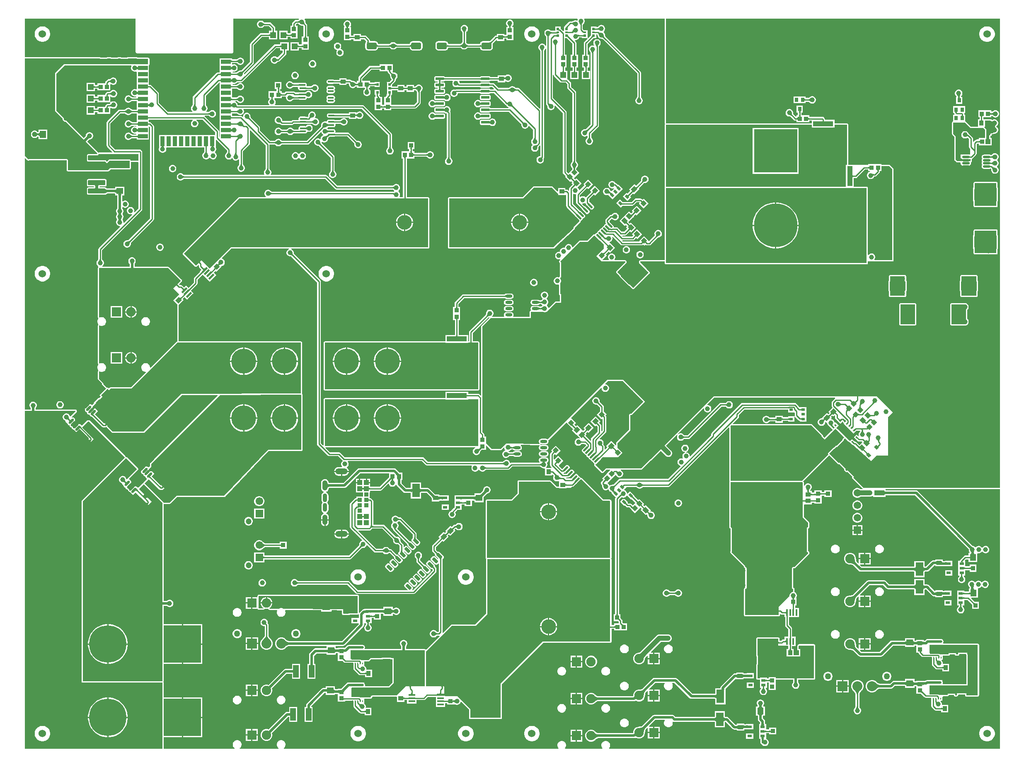
<source format=gbr>
G04*
G04 #@! TF.GenerationSoftware,Altium Limited,Altium Designer,22.4.2 (48)*
G04*
G04 Layer_Physical_Order=1*
G04 Layer_Color=255*
%FSLAX25Y25*%
%MOIN*%
G70*
G04*
G04 #@! TF.SameCoordinates,43EAD1C5-17A3-47DC-85D2-FB09855483F6*
G04*
G04*
G04 #@! TF.FilePolarity,Positive*
G04*
G01*
G75*
%ADD11C,0.01000*%
%ADD20C,0.01968*%
%ADD27R,0.04528X0.09843*%
%ADD28R,0.39370X0.59055*%
%ADD29R,0.02362X0.01968*%
%ADD30R,0.06102X0.09646*%
%ADD31R,0.08661X0.16535*%
G04:AMPARAMS|DCode=32|XSize=21.65mil|YSize=66.93mil|CornerRadius=1.95mil|HoleSize=0mil|Usage=FLASHONLY|Rotation=90.000|XOffset=0mil|YOffset=0mil|HoleType=Round|Shape=RoundedRectangle|*
%AMROUNDEDRECTD32*
21,1,0.02165,0.06303,0,0,90.0*
21,1,0.01776,0.06693,0,0,90.0*
1,1,0.00390,0.03152,0.00888*
1,1,0.00390,0.03152,-0.00888*
1,1,0.00390,-0.03152,-0.00888*
1,1,0.00390,-0.03152,0.00888*
%
%ADD32ROUNDEDRECTD32*%
%ADD33R,0.03543X0.03937*%
%ADD34R,0.09843X0.06693*%
%ADD35R,0.00984X0.01575*%
%ADD36R,0.03740X0.03347*%
%ADD37R,0.03937X0.03543*%
G04:AMPARAMS|DCode=38|XSize=39.37mil|YSize=35.43mil|CornerRadius=0mil|HoleSize=0mil|Usage=FLASHONLY|Rotation=45.000|XOffset=0mil|YOffset=0mil|HoleType=Round|Shape=Rectangle|*
%AMROTATEDRECTD38*
4,1,4,-0.00139,-0.02645,-0.02645,-0.00139,0.00139,0.02645,0.02645,0.00139,-0.00139,-0.02645,0.0*
%
%ADD38ROTATEDRECTD38*%

G04:AMPARAMS|DCode=39|XSize=37.4mil|YSize=33.47mil|CornerRadius=0mil|HoleSize=0mil|Usage=FLASHONLY|Rotation=225.000|XOffset=0mil|YOffset=0mil|HoleType=Round|Shape=Rectangle|*
%AMROTATEDRECTD39*
4,1,4,0.00139,0.02506,0.02506,0.00139,-0.00139,-0.02506,-0.02506,-0.00139,0.00139,0.02506,0.0*
%
%ADD39ROTATEDRECTD39*%

G04:AMPARAMS|DCode=40|XSize=39.37mil|YSize=35.43mil|CornerRadius=0mil|HoleSize=0mil|Usage=FLASHONLY|Rotation=135.000|XOffset=0mil|YOffset=0mil|HoleType=Round|Shape=Rectangle|*
%AMROTATEDRECTD40*
4,1,4,0.02645,-0.00139,0.00139,-0.02645,-0.02645,0.00139,-0.00139,0.02645,0.02645,-0.00139,0.0*
%
%ADD40ROTATEDRECTD40*%

G04:AMPARAMS|DCode=41|XSize=37.4mil|YSize=33.47mil|CornerRadius=0mil|HoleSize=0mil|Usage=FLASHONLY|Rotation=135.000|XOffset=0mil|YOffset=0mil|HoleType=Round|Shape=Rectangle|*
%AMROTATEDRECTD41*
4,1,4,0.02506,-0.00139,0.00139,-0.02506,-0.02506,0.00139,-0.00139,0.02506,0.02506,-0.00139,0.0*
%
%ADD41ROTATEDRECTD41*%

%ADD42R,0.08465X0.09646*%
G04:AMPARAMS|DCode=43|XSize=118.11mil|YSize=165.35mil|CornerRadius=1.77mil|HoleSize=0mil|Usage=FLASHONLY|Rotation=135.000|XOffset=0mil|YOffset=0mil|HoleType=Round|Shape=RoundedRectangle|*
%AMROUNDEDRECTD43*
21,1,0.11811,0.16181,0,0,135.0*
21,1,0.11457,0.16535,0,0,135.0*
1,1,0.00354,0.01670,0.09771*
1,1,0.00354,0.09771,0.01670*
1,1,0.00354,-0.01670,-0.09771*
1,1,0.00354,-0.09771,-0.01670*
%
%ADD43ROUNDEDRECTD43*%
G04:AMPARAMS|DCode=44|XSize=15.75mil|YSize=47.24mil|CornerRadius=1.97mil|HoleSize=0mil|Usage=FLASHONLY|Rotation=225.000|XOffset=0mil|YOffset=0mil|HoleType=Round|Shape=RoundedRectangle|*
%AMROUNDEDRECTD44*
21,1,0.01575,0.04331,0,0,225.0*
21,1,0.01181,0.04724,0,0,225.0*
1,1,0.00394,-0.01949,0.01114*
1,1,0.00394,-0.01114,0.01949*
1,1,0.00394,0.01949,-0.01114*
1,1,0.00394,0.01114,-0.01949*
%
%ADD44ROUNDEDRECTD44*%
G04:AMPARAMS|DCode=45|XSize=90.55mil|YSize=179.13mil|CornerRadius=0mil|HoleSize=0mil|Usage=FLASHONLY|Rotation=135.000|XOffset=0mil|YOffset=0mil|HoleType=Round|Shape=Rectangle|*
%AMROTATEDRECTD45*
4,1,4,0.09535,0.03132,-0.03132,-0.09535,-0.09535,-0.03132,0.03132,0.09535,0.09535,0.03132,0.0*
%
%ADD45ROTATEDRECTD45*%

%ADD46R,0.03347X0.03740*%
G04:AMPARAMS|DCode=47|XSize=90.55mil|YSize=179.13mil|CornerRadius=0mil|HoleSize=0mil|Usage=FLASHONLY|Rotation=225.000|XOffset=0mil|YOffset=0mil|HoleType=Round|Shape=Rectangle|*
%AMROTATEDRECTD47*
4,1,4,-0.03132,0.09535,0.09535,-0.03132,0.03132,-0.09535,-0.09535,0.03132,-0.03132,0.09535,0.0*
%
%ADD47ROTATEDRECTD47*%

%ADD48R,0.09646X0.08465*%
G04:AMPARAMS|DCode=49|XSize=106.3mil|YSize=51.18mil|CornerRadius=0mil|HoleSize=0mil|Usage=FLASHONLY|Rotation=225.000|XOffset=0mil|YOffset=0mil|HoleType=Round|Shape=Rectangle|*
%AMROTATEDRECTD49*
4,1,4,0.01949,0.05568,0.05568,0.01949,-0.01949,-0.05568,-0.05568,-0.01949,0.01949,0.05568,0.0*
%
%ADD49ROTATEDRECTD49*%

G04:AMPARAMS|DCode=50|XSize=32.68mil|YSize=24.61mil|CornerRadius=0mil|HoleSize=0mil|Usage=FLASHONLY|Rotation=315.000|XOffset=0mil|YOffset=0mil|HoleType=Round|Shape=Rectangle|*
%AMROTATEDRECTD50*
4,1,4,-0.02025,0.00285,-0.00285,0.02025,0.02025,-0.00285,0.00285,-0.02025,-0.02025,0.00285,0.0*
%
%ADD50ROTATEDRECTD50*%

%ADD51R,0.07874X0.04331*%
%ADD52R,0.03150X0.03150*%
%ADD53R,0.02362X0.01968*%
%ADD54R,0.02362X0.01575*%
%ADD55R,0.04724X0.04724*%
G04:AMPARAMS|DCode=56|XSize=55.12mil|YSize=51.18mil|CornerRadius=0mil|HoleSize=0mil|Usage=FLASHONLY|Rotation=135.000|XOffset=0mil|YOffset=0mil|HoleType=Round|Shape=Rectangle|*
%AMROTATEDRECTD56*
4,1,4,0.03758,-0.00139,0.00139,-0.03758,-0.03758,0.00139,-0.00139,0.03758,0.03758,-0.00139,0.0*
%
%ADD56ROTATEDRECTD56*%

%ADD57R,0.04724X0.04724*%
G04:AMPARAMS|DCode=58|XSize=55.12mil|YSize=82.68mil|CornerRadius=13.78mil|HoleSize=0mil|Usage=FLASHONLY|Rotation=90.000|XOffset=0mil|YOffset=0mil|HoleType=Round|Shape=RoundedRectangle|*
%AMROUNDEDRECTD58*
21,1,0.05512,0.05512,0,0,90.0*
21,1,0.02756,0.08268,0,0,90.0*
1,1,0.02756,0.02756,0.01378*
1,1,0.02756,0.02756,-0.01378*
1,1,0.02756,-0.02756,-0.01378*
1,1,0.02756,-0.02756,0.01378*
%
%ADD58ROUNDEDRECTD58*%
%ADD59O,0.04961X0.01417*%
%ADD60R,0.05236X0.05236*%
%ADD61R,0.03543X0.07874*%
%ADD62R,0.07874X0.03543*%
%ADD63R,0.01968X0.03150*%
%ADD64R,0.05118X0.05512*%
G04:AMPARAMS|DCode=65|XSize=228.35mil|YSize=303.15mil|CornerRadius=2.28mil|HoleSize=0mil|Usage=FLASHONLY|Rotation=270.000|XOffset=0mil|YOffset=0mil|HoleType=Round|Shape=RoundedRectangle|*
%AMROUNDEDRECTD65*
21,1,0.22835,0.29858,0,0,270.0*
21,1,0.22378,0.30315,0,0,270.0*
1,1,0.00457,-0.14929,-0.11189*
1,1,0.00457,-0.14929,0.11189*
1,1,0.00457,0.14929,0.11189*
1,1,0.00457,0.14929,-0.11189*
%
%ADD65ROUNDEDRECTD65*%
G04:AMPARAMS|DCode=66|XSize=39.37mil|YSize=137.8mil|CornerRadius=1.97mil|HoleSize=0mil|Usage=FLASHONLY|Rotation=270.000|XOffset=0mil|YOffset=0mil|HoleType=Round|Shape=RoundedRectangle|*
%AMROUNDEDRECTD66*
21,1,0.03937,0.13386,0,0,270.0*
21,1,0.03543,0.13780,0,0,270.0*
1,1,0.00394,-0.06693,-0.01772*
1,1,0.00394,-0.06693,0.01772*
1,1,0.00394,0.06693,0.01772*
1,1,0.00394,0.06693,-0.01772*
%
%ADD66ROUNDEDRECTD66*%
%ADD67R,0.05512X0.05118*%
%ADD68O,0.06299X0.01772*%
%ADD69R,0.32284X0.42323*%
%ADD70R,0.16339X0.04331*%
G04:AMPARAMS|DCode=71|XSize=51.58mil|YSize=24.41mil|CornerRadius=3.05mil|HoleSize=0mil|Usage=FLASHONLY|Rotation=315.000|XOffset=0mil|YOffset=0mil|HoleType=Round|Shape=RoundedRectangle|*
%AMROUNDEDRECTD71*
21,1,0.05158,0.01831,0,0,315.0*
21,1,0.04547,0.02441,0,0,315.0*
1,1,0.00610,0.00960,-0.02255*
1,1,0.00610,-0.02255,0.00960*
1,1,0.00610,-0.00960,0.02255*
1,1,0.00610,0.02255,-0.00960*
%
%ADD71ROUNDEDRECTD71*%
G04:AMPARAMS|DCode=72|XSize=15.75mil|YSize=11.81mil|CornerRadius=0mil|HoleSize=0mil|Usage=FLASHONLY|Rotation=225.000|XOffset=0mil|YOffset=0mil|HoleType=Round|Shape=Rectangle|*
%AMROTATEDRECTD72*
4,1,4,0.00139,0.00974,0.00974,0.00139,-0.00139,-0.00974,-0.00974,-0.00139,0.00139,0.00974,0.0*
%
%ADD72ROTATEDRECTD72*%

G04:AMPARAMS|DCode=73|XSize=15.75mil|YSize=11.81mil|CornerRadius=0mil|HoleSize=0mil|Usage=FLASHONLY|Rotation=135.000|XOffset=0mil|YOffset=0mil|HoleType=Round|Shape=Rectangle|*
%AMROTATEDRECTD73*
4,1,4,0.00974,-0.00139,0.00139,-0.00974,-0.00974,0.00139,-0.00139,0.00974,0.00974,-0.00139,0.0*
%
%ADD73ROTATEDRECTD73*%

G04:AMPARAMS|DCode=74|XSize=118.11mil|YSize=165.35mil|CornerRadius=1.77mil|HoleSize=0mil|Usage=FLASHONLY|Rotation=225.000|XOffset=0mil|YOffset=0mil|HoleType=Round|Shape=RoundedRectangle|*
%AMROUNDEDRECTD74*
21,1,0.11811,0.16181,0,0,225.0*
21,1,0.11457,0.16535,0,0,225.0*
1,1,0.00354,-0.09771,0.01670*
1,1,0.00354,-0.01670,0.09771*
1,1,0.00354,0.09771,-0.01670*
1,1,0.00354,0.01670,-0.09771*
%
%ADD74ROUNDEDRECTD74*%
G04:AMPARAMS|DCode=75|XSize=15.75mil|YSize=47.24mil|CornerRadius=1.97mil|HoleSize=0mil|Usage=FLASHONLY|Rotation=315.000|XOffset=0mil|YOffset=0mil|HoleType=Round|Shape=RoundedRectangle|*
%AMROUNDEDRECTD75*
21,1,0.01575,0.04331,0,0,315.0*
21,1,0.01181,0.04724,0,0,315.0*
1,1,0.00394,-0.01114,-0.01949*
1,1,0.00394,-0.01949,-0.01114*
1,1,0.00394,0.01114,0.01949*
1,1,0.00394,0.01949,0.01114*
%
%ADD75ROUNDEDRECTD75*%
%ADD76R,0.16535X0.08661*%
%ADD77R,0.05512X0.01772*%
%ADD78R,0.06299X0.12205*%
%ADD79R,0.05118X0.10630*%
G04:AMPARAMS|DCode=80|XSize=17.72mil|YSize=55.12mil|CornerRadius=0mil|HoleSize=0mil|Usage=FLASHONLY|Rotation=135.000|XOffset=0mil|YOffset=0mil|HoleType=Round|Shape=Rectangle|*
%AMROTATEDRECTD80*
4,1,4,0.02575,0.01322,-0.01322,-0.02575,-0.02575,-0.01322,0.01322,0.02575,0.02575,0.01322,0.0*
%
%ADD80ROTATEDRECTD80*%

G04:AMPARAMS|DCode=81|XSize=122.05mil|YSize=62.99mil|CornerRadius=0mil|HoleSize=0mil|Usage=FLASHONLY|Rotation=315.000|XOffset=0mil|YOffset=0mil|HoleType=Round|Shape=Rectangle|*
%AMROTATEDRECTD81*
4,1,4,-0.06542,0.02088,-0.02088,0.06542,0.06542,-0.02088,0.02088,-0.06542,-0.06542,0.02088,0.0*
%
%ADD81ROTATEDRECTD81*%

%ADD82R,0.12205X0.06299*%
%ADD83R,0.01772X0.05512*%
%ADD84R,0.11024X0.06299*%
%ADD85R,0.19685X0.12205*%
%ADD86R,0.07087X0.05118*%
%ADD87O,0.05709X0.02362*%
G04:AMPARAMS|DCode=88|XSize=143.7mil|YSize=62.99mil|CornerRadius=0mil|HoleSize=0mil|Usage=FLASHONLY|Rotation=315.000|XOffset=0mil|YOffset=0mil|HoleType=Round|Shape=Rectangle|*
%AMROTATEDRECTD88*
4,1,4,-0.07308,0.02854,-0.02854,0.07308,0.07308,-0.02854,0.02854,-0.07308,-0.07308,0.02854,0.0*
%
%ADD88ROTATEDRECTD88*%

G04:AMPARAMS|DCode=89|XSize=70.87mil|YSize=51.18mil|CornerRadius=0mil|HoleSize=0mil|Usage=FLASHONLY|Rotation=45.000|XOffset=0mil|YOffset=0mil|HoleType=Round|Shape=Rectangle|*
%AMROTATEDRECTD89*
4,1,4,-0.00696,-0.04315,-0.04315,-0.00696,0.00696,0.04315,0.04315,0.00696,-0.00696,-0.04315,0.0*
%
%ADD89ROTATEDRECTD89*%

G04:AMPARAMS|DCode=90|XSize=19.68mil|YSize=53.15mil|CornerRadius=0mil|HoleSize=0mil|Usage=FLASHONLY|Rotation=315.000|XOffset=0mil|YOffset=0mil|HoleType=Round|Shape=Round|*
%AMOVALD90*
21,1,0.03347,0.01968,0.00000,0.00000,45.0*
1,1,0.01968,-0.01183,-0.01183*
1,1,0.01968,0.01183,0.01183*
%
%ADD90OVALD90*%

%ADD91R,0.06299X0.11024*%
%ADD92R,0.03740X0.02362*%
%ADD93R,0.05118X0.07087*%
%ADD94R,0.02756X0.03543*%
%ADD95R,0.04331X0.16339*%
%ADD96R,0.42323X0.32284*%
%ADD97R,0.12598X0.06299*%
%ADD98R,0.17913X0.09055*%
G04:AMPARAMS|DCode=101|XSize=31.5mil|YSize=21.65mil|CornerRadius=0mil|HoleSize=0mil|Usage=FLASHONLY|Rotation=135.000|XOffset=0mil|YOffset=0mil|HoleType=Round|Shape=Rectangle|*
%AMROTATEDRECTD101*
4,1,4,0.01879,-0.00348,0.00348,-0.01879,-0.01879,0.00348,-0.00348,0.01879,0.01879,-0.00348,0.0*
%
%ADD101ROTATEDRECTD101*%

%ADD102R,0.03150X0.02165*%
%ADD191C,0.04724*%
%ADD192C,0.06102*%
%ADD193R,0.06102X0.06102*%
G04:AMPARAMS|DCode=197|XSize=111.42mil|YSize=35.43mil|CornerRadius=0mil|HoleSize=0mil|Usage=FLASHONLY|Rotation=45.000|XOffset=0mil|YOffset=0mil|HoleType=Round|Shape=Rectangle|*
%AMROTATEDRECTD197*
4,1,4,-0.02686,-0.05192,-0.05192,-0.02686,0.02686,0.05192,0.05192,0.02686,-0.02686,-0.05192,0.0*
%
%ADD197ROTATEDRECTD197*%

G04:AMPARAMS|DCode=198|XSize=111.42mil|YSize=86.61mil|CornerRadius=0mil|HoleSize=0mil|Usage=FLASHONLY|Rotation=45.000|XOffset=0mil|YOffset=0mil|HoleType=Round|Shape=Rectangle|*
%AMROTATEDRECTD198*
4,1,4,-0.00877,-0.07001,-0.07001,-0.00877,0.00877,0.07001,0.07001,0.00877,-0.00877,-0.07001,0.0*
%
%ADD198ROTATEDRECTD198*%

G04:AMPARAMS|DCode=199|XSize=145.67mil|YSize=62.99mil|CornerRadius=0mil|HoleSize=0mil|Usage=FLASHONLY|Rotation=315.000|XOffset=0mil|YOffset=0mil|HoleType=Round|Shape=Rectangle|*
%AMROTATEDRECTD199*
4,1,4,-0.07377,0.02923,-0.02923,0.07377,0.07377,-0.02923,0.02923,-0.07377,-0.07377,0.02923,0.0*
%
%ADD199ROTATEDRECTD199*%

%ADD200C,0.03937*%
%ADD201C,0.01500*%
%ADD202C,0.03937*%
%ADD203C,0.11811*%
%ADD204C,0.01673*%
%ADD205R,0.30000X0.30000*%
%ADD206C,0.30000*%
%ADD207C,0.07500*%
%ADD208R,0.07500X0.07500*%
%ADD209C,0.35000*%
%ADD210R,0.35000X0.35000*%
%ADD211C,0.20000*%
%ADD212C,0.06000*%
%ADD213O,0.04134X0.08268*%
%ADD214R,0.03937X0.03937*%
%ADD215R,0.03347X0.03347*%
%ADD216O,0.03543X0.07087*%
%ADD217O,0.09843X0.04921*%
%ADD218C,0.05000*%
%ADD219C,0.08000*%
%ADD220R,0.08000X0.08000*%
%ADD221R,0.05906X0.05906*%
%ADD222C,0.05906*%
%ADD223C,0.01968*%
G36*
X516303Y504957D02*
X516381Y504566D01*
X516461Y504447D01*
X516381Y504327D01*
X516303Y503937D01*
Y453776D01*
X516381Y453385D01*
X516461Y453266D01*
X516381Y453146D01*
X516303Y452756D01*
Y394720D01*
X496673D01*
X496283Y394643D01*
X495952Y394422D01*
X495731Y394091D01*
X495731Y394091D01*
X495540Y393629D01*
X495540Y393629D01*
X495462Y393239D01*
X495540Y392849D01*
X495761Y392518D01*
X500419Y387860D01*
X500488Y387510D01*
X500709Y387180D01*
X503133Y384756D01*
D01*
X503204Y384685D01*
X490954Y372436D01*
X490883Y372507D01*
D01*
X488460Y374931D01*
X488129Y375151D01*
X487780Y375221D01*
X480934Y382067D01*
X480864Y382417D01*
X480643Y382748D01*
X478220Y385171D01*
D01*
X478149Y385242D01*
X478220Y385313D01*
X482370Y389463D01*
D01*
X482423Y389543D01*
X482941Y390061D01*
X483022Y390115D01*
X485425Y392518D01*
X485645Y392849D01*
X485723Y393239D01*
X485645Y393629D01*
X485454Y394091D01*
X485454Y394091D01*
X485233Y394422D01*
X484902Y394643D01*
X484512Y394720D01*
X476004D01*
X475796Y395220D01*
X475997Y395421D01*
X476388Y396098D01*
X476590Y396853D01*
Y397635D01*
X476388Y398390D01*
X475997Y399067D01*
X475445Y399620D01*
X474768Y400010D01*
X474013Y400213D01*
X473231D01*
X472476Y400010D01*
X471799Y399620D01*
X471247Y399067D01*
X470856Y398390D01*
X470653Y397635D01*
Y396853D01*
X470856Y396098D01*
X471247Y395421D01*
X471448Y395220D01*
X471241Y394720D01*
X466531D01*
X466324Y395220D01*
X469668Y398564D01*
X468859Y399373D01*
X471258Y401772D01*
X472276Y400755D01*
X476195Y404675D01*
X472046Y408824D01*
X472061Y409346D01*
X472406Y409439D01*
X473082Y409829D01*
X473635Y410382D01*
X474026Y411059D01*
X474228Y411814D01*
Y412596D01*
X474059Y413229D01*
X474490Y413504D01*
X480808Y407186D01*
X481305Y406855D01*
X481890Y406738D01*
X497669D01*
X498254Y406855D01*
X498751Y407186D01*
X498960Y407396D01*
X499908Y406448D01*
X500717Y407256D01*
X500787Y407186D01*
X501283Y406855D01*
X501868Y406738D01*
X503937D01*
X504522Y406855D01*
X505019Y407186D01*
X510562Y412730D01*
X510585Y412747D01*
X510655Y412794D01*
X510911Y412933D01*
X511030Y412987D01*
X511628Y413204D01*
X511853Y413271D01*
X511928Y413311D01*
X512169Y413376D01*
X512846Y413766D01*
X513399Y414319D01*
X513790Y414996D01*
X513992Y415751D01*
Y416533D01*
X513790Y417287D01*
X513399Y417964D01*
X512846Y418517D01*
X512169Y418908D01*
X511414Y419110D01*
X510633D01*
X509878Y418908D01*
X509201Y418517D01*
X508648Y417964D01*
X508257Y417287D01*
X508055Y416533D01*
Y415751D01*
X508150Y415397D01*
X508156Y415304D01*
X508201Y415135D01*
X508222Y415021D01*
X508230Y414927D01*
X508229Y414852D01*
X508222Y414794D01*
X508212Y414749D01*
X508198Y414712D01*
X508179Y414677D01*
X508169Y414663D01*
X504055Y410549D01*
X503688Y410228D01*
X499629Y414287D01*
X495849Y410506D01*
X496096Y410259D01*
X495905Y409797D01*
X482523D01*
X482145Y410175D01*
X482352Y410675D01*
X490583D01*
X491168Y410792D01*
X491664Y411123D01*
X493239Y412699D01*
X494257Y411681D01*
X498177Y415601D01*
X493979Y419799D01*
X490059Y415879D01*
X491076Y414861D01*
X489949Y413734D01*
X482523D01*
X482107Y414150D01*
X482298Y414612D01*
X484232D01*
X484817Y414729D01*
X485314Y415060D01*
X488292Y418039D01*
X489310Y417022D01*
X493230Y420941D01*
X489032Y425139D01*
X488153Y424261D01*
X487062Y425352D01*
X490900Y429190D01*
X490904Y429192D01*
X490914Y429204D01*
X490960Y429250D01*
X490993Y429272D01*
X491013Y429304D01*
X491699Y429989D01*
X491377Y430310D01*
X492677Y431610D01*
X493486Y430802D01*
X497545Y434861D01*
X493764Y438641D01*
X489705Y434582D01*
X490514Y433773D01*
X489214Y432473D01*
X487500Y434187D01*
X483581Y430267D01*
X479822Y426509D01*
X484021Y422311D01*
X484899Y423189D01*
X485990Y422098D01*
X485112Y421220D01*
X486130Y420202D01*
X483599Y417671D01*
X481736D01*
X478641Y420766D01*
X478144Y421098D01*
X477559Y421214D01*
X475708D01*
X475391Y421601D01*
X475405Y421669D01*
X475312Y422136D01*
X475047Y422532D01*
X473334Y424245D01*
X473317Y424271D01*
X471850Y425738D01*
Y426380D01*
X473603Y428133D01*
X473669Y428111D01*
X473779Y428065D01*
X473901Y428005D01*
X474024Y427935D01*
X474343Y427719D01*
X474513Y427587D01*
X474516Y427585D01*
X474555Y427546D01*
X475232Y427155D01*
X475987Y426953D01*
X476769D01*
X477524Y427155D01*
X478201Y427546D01*
X478753Y428099D01*
X479144Y428776D01*
X479347Y429530D01*
Y430312D01*
X479144Y431067D01*
X478753Y431744D01*
X478201Y432297D01*
X477524Y432688D01*
X476769Y432890D01*
X475987D01*
X475232Y432688D01*
X474555Y432297D01*
X474003Y431744D01*
X473987Y431718D01*
X473912Y431626D01*
X473809Y431517D01*
X473714Y431429D01*
X473627Y431360D01*
X473548Y431308D01*
X473477Y431271D01*
X473415Y431245D01*
X473358Y431229D01*
X473334Y431225D01*
X473003D01*
X472418Y431109D01*
X471921Y430777D01*
X468997Y427853D01*
X468666Y427357D01*
X468549Y426772D01*
Y425346D01*
X468666Y424761D01*
X468806Y424551D01*
X468830Y424242D01*
X468725Y423995D01*
X468643Y423914D01*
X468450Y423785D01*
X467615Y422950D01*
X467350Y422554D01*
X467298Y422292D01*
X467036Y422240D01*
X466640Y421975D01*
X465805Y421140D01*
X465540Y420744D01*
X465488Y420482D01*
X465227Y420430D01*
X464831Y420166D01*
X463995Y419331D01*
X463731Y418935D01*
X463679Y418673D01*
X463417Y418621D01*
X463021Y418356D01*
X462186Y417521D01*
X461921Y417125D01*
X461869Y416863D01*
X461607Y416811D01*
X461211Y416547D01*
X460376Y415712D01*
X460246Y415517D01*
X459842Y415640D01*
X459693Y415654D01*
X459546Y415684D01*
X459496Y415674D01*
X459446Y415679D01*
X459303Y415635D01*
X459156Y415606D01*
X459114Y415578D01*
X459065Y415563D01*
X458950Y415468D01*
X458825Y415385D01*
X453908Y410468D01*
X448032D01*
X447641Y410391D01*
X447310Y410170D01*
X442419Y405278D01*
X441861Y405428D01*
X441743Y405870D01*
X441352Y406547D01*
X440799Y407100D01*
X440122Y407491D01*
X439367Y407693D01*
X438586D01*
X437831Y407491D01*
X437154Y407100D01*
X436601Y406547D01*
X436210Y405870D01*
X436024Y405176D01*
X435917Y405003D01*
X435611Y404769D01*
X435336Y404843D01*
X434554D01*
X433799Y404640D01*
X433122Y404250D01*
X432570Y403697D01*
X432179Y403020D01*
X431977Y402265D01*
Y401781D01*
X431517Y401386D01*
X431492Y401393D01*
X430711D01*
X429956Y401191D01*
X429279Y400800D01*
X428726Y400247D01*
X428335Y399570D01*
X428133Y398815D01*
Y398034D01*
X428335Y397279D01*
X428726Y396602D01*
X429279Y396049D01*
X429956Y395658D01*
X430711Y395456D01*
X431492D01*
X432035Y395601D01*
X432294Y395153D01*
X431685Y394544D01*
X431591Y394404D01*
X431489Y394269D01*
X431481Y394239D01*
X431463Y394213D01*
X431431Y394047D01*
X431388Y393884D01*
X431392Y393853D01*
X431386Y393823D01*
X431419Y393657D01*
X431442Y393490D01*
X431614Y392990D01*
X431630Y392963D01*
X431636Y392933D01*
X431730Y392792D01*
X431815Y392647D01*
X431840Y392628D01*
X431857Y392602D01*
X431997Y392508D01*
X432067Y392455D01*
Y381669D01*
X431893Y381635D01*
X431563Y381414D01*
X431342Y381083D01*
X430796Y380906D01*
X430403Y381012D01*
X429621D01*
X428866Y380809D01*
X428189Y380419D01*
X427636Y379866D01*
X427245Y379189D01*
X427043Y378434D01*
Y377652D01*
X427245Y376897D01*
X427636Y376220D01*
X428189Y375668D01*
X428866Y375277D01*
X429621Y375075D01*
X430403D01*
X430764Y375171D01*
X431264Y374788D01*
Y367535D01*
X431342Y367145D01*
X431563Y366814D01*
X431870Y366609D01*
Y361437D01*
X428528D01*
X428137Y361359D01*
X427807Y361138D01*
X423128Y356459D01*
X422570Y356609D01*
X422451Y357051D01*
X422060Y357728D01*
X421641Y358148D01*
X421557Y358465D01*
X421641Y358781D01*
X422060Y359201D01*
X422451Y359878D01*
X422653Y360633D01*
Y361414D01*
X422451Y362169D01*
X422060Y362846D01*
X421508Y363399D01*
X421282Y363529D01*
Y364030D01*
X421508Y364160D01*
X422060Y364713D01*
X422451Y365390D01*
X422653Y366145D01*
Y366926D01*
X422451Y367681D01*
X422060Y368358D01*
X421508Y368911D01*
X420831Y369302D01*
X420076Y369504D01*
X419294D01*
X418539Y369302D01*
X417862Y368911D01*
X417310Y368358D01*
X416919Y367681D01*
X416716Y366926D01*
Y366145D01*
X416919Y365390D01*
X417310Y364713D01*
X417862Y364160D01*
X418088Y364030D01*
Y363529D01*
X417862Y363399D01*
X417508Y363045D01*
X417438Y362993D01*
X417301Y362842D01*
X417188Y362731D01*
X417082Y362641D01*
X416984Y362569D01*
X416896Y362514D01*
X416817Y362474D01*
X416747Y362447D01*
X416684Y362429D01*
X416659Y362425D01*
X415779D01*
X415714Y362428D01*
X415622Y362439D01*
X415530Y362456D01*
X415449Y362476D01*
X415379Y362498D01*
X415319Y362522D01*
X415268Y362547D01*
X415225Y362572D01*
X415152Y362623D01*
X415073Y362658D01*
X414827Y362822D01*
X413976Y362992D01*
X410630D01*
X409779Y362822D01*
X409057Y362340D01*
X408575Y361619D01*
X408406Y360768D01*
X408575Y359917D01*
X409057Y359195D01*
X409779Y358713D01*
X410630Y358544D01*
X413976D01*
X414827Y358713D01*
X415549Y359195D01*
X415653Y359352D01*
X415816Y359366D01*
X416730D01*
X416760Y359362D01*
X416837Y359342D01*
X416926Y359312D01*
X417027Y359267D01*
X417140Y359208D01*
X417252Y359139D01*
X417551Y358918D01*
X417708Y358783D01*
X417720Y358776D01*
X417812Y358458D01*
X417729Y358148D01*
X417578Y357997D01*
X417497Y357941D01*
X417353Y357791D01*
X417233Y357679D01*
X417121Y357588D01*
X417017Y357514D01*
X416923Y357458D01*
X416839Y357417D01*
X416764Y357388D01*
X416699Y357370D01*
X416672Y357366D01*
X415818D01*
X415792Y357368D01*
X415696Y357382D01*
X415608Y357400D01*
X415527Y357423D01*
X415451Y357450D01*
X415380Y357480D01*
X415313Y357515D01*
X415249Y357554D01*
X415158Y357619D01*
X415077Y357656D01*
X414827Y357822D01*
X413976Y357992D01*
X410630D01*
X409779Y357822D01*
X409057Y357340D01*
X408575Y356619D01*
X408406Y355768D01*
X408575Y354917D01*
X408741Y354669D01*
X408716Y354517D01*
X408496Y354136D01*
X408271Y354092D01*
X407940Y353871D01*
X407719Y353540D01*
X407642Y353150D01*
Y349051D01*
X394597D01*
X394330Y349551D01*
X394574Y349917D01*
X394743Y350768D01*
X394574Y351619D01*
X394092Y352340D01*
X393371Y352822D01*
X392520Y352992D01*
X389173D01*
X388322Y352822D01*
X387601Y352340D01*
X387119Y351619D01*
X386949Y350768D01*
X387119Y349917D01*
X387363Y349551D01*
X387096Y349051D01*
X377474D01*
X377341Y349551D01*
X377413Y349593D01*
X377966Y350146D01*
X378357Y350823D01*
X378559Y351578D01*
Y352359D01*
X378357Y353114D01*
X377966Y353791D01*
X377413Y354344D01*
X376736Y354735D01*
X375981Y354937D01*
X375200D01*
X374445Y354735D01*
X373768Y354344D01*
X373215Y353791D01*
X372824Y353114D01*
X372622Y352359D01*
Y352054D01*
X372603Y351963D01*
X372600Y351751D01*
X372588Y351582D01*
X372569Y351431D01*
X372544Y351300D01*
X372513Y351188D01*
X372480Y351094D01*
X372444Y351017D01*
X372408Y350955D01*
X372391Y350932D01*
X359352Y337892D01*
X359020Y337396D01*
X358904Y336811D01*
Y329366D01*
X358185D01*
Y334583D01*
X350545D01*
Y346539D01*
X351689D01*
Y351658D01*
Y357004D01*
X350348D01*
Y359603D01*
X354984Y364238D01*
X387442D01*
X387549Y364232D01*
X387579Y364229D01*
X387601Y364195D01*
X388322Y363713D01*
X389173Y363544D01*
X392520D01*
X393371Y363713D01*
X394092Y364195D01*
X394574Y364917D01*
X394743Y365768D01*
X394574Y366619D01*
X394092Y367340D01*
X393371Y367822D01*
X392520Y367992D01*
X389173D01*
X388322Y367822D01*
X387601Y367340D01*
X387582Y367312D01*
X387405Y367297D01*
X354350D01*
X353765Y367181D01*
X353269Y366849D01*
X347737Y361318D01*
X347406Y360822D01*
X347289Y360236D01*
Y357004D01*
X345949D01*
Y351658D01*
Y346539D01*
X347486D01*
Y334583D01*
X339846D01*
Y329366D01*
X242913D01*
X242523Y329288D01*
X242192Y329067D01*
X241971Y328737D01*
X241894Y328346D01*
Y290945D01*
X241971Y290555D01*
X242192Y290224D01*
X242523Y290003D01*
X242913Y289925D01*
X366142D01*
X366532Y290003D01*
X366863Y290224D01*
X367084Y290555D01*
X367161Y290945D01*
Y328346D01*
X367084Y328737D01*
X366863Y329067D01*
X366532Y329288D01*
X366142Y329366D01*
X361962D01*
Y336177D01*
X374554Y348769D01*
X374577Y348786D01*
X374639Y348822D01*
X374716Y348857D01*
X374740Y348866D01*
X374982Y348793D01*
X375286Y348619D01*
X375335Y348430D01*
X368964Y342059D01*
X368743Y341729D01*
X368666Y341339D01*
Y286119D01*
X368203Y285928D01*
X367302Y286829D01*
X366806Y287161D01*
X366220Y287277D01*
X358185D01*
Y288913D01*
X339846D01*
Y283697D01*
X242913D01*
X242523Y283619D01*
X242192Y283398D01*
X241971Y283067D01*
X241894Y282677D01*
Y245962D01*
X241432Y245770D01*
X239718Y247484D01*
Y377559D01*
X239602Y378144D01*
X239270Y378641D01*
X218160Y399751D01*
X218143Y399774D01*
X218107Y399836D01*
X218072Y399913D01*
X218038Y400007D01*
X218008Y400119D01*
X217982Y400250D01*
X217963Y400401D01*
X217952Y400570D01*
X217949Y400782D01*
X217929Y400873D01*
Y401178D01*
X217727Y401933D01*
X217336Y402610D01*
X216783Y403163D01*
X216106Y403554D01*
X215939Y403598D01*
X216005Y404099D01*
X325984D01*
X326374Y404176D01*
X326705Y404397D01*
X326926Y404728D01*
X327004Y405118D01*
Y444488D01*
X326926Y444878D01*
X326705Y445209D01*
X326374Y445430D01*
X325984Y445508D01*
X308813D01*
Y476657D01*
X315075D01*
Y477998D01*
X324564D01*
X324592Y477994D01*
X324661Y477975D01*
X324741Y477946D01*
X324831Y477903D01*
X324932Y477845D01*
X325043Y477771D01*
X325163Y477678D01*
X325290Y477566D01*
X325443Y477418D01*
X325521Y477368D01*
X325736Y477152D01*
X326413Y476761D01*
X327168Y476559D01*
X327950D01*
X328705Y476761D01*
X329382Y477152D01*
X329935Y477705D01*
X330325Y478382D01*
X330528Y479137D01*
Y479918D01*
X330325Y480673D01*
X329935Y481350D01*
X329382Y481903D01*
X328705Y482294D01*
X327950Y482496D01*
X327168D01*
X326413Y482294D01*
X325736Y481903D01*
X325521Y481687D01*
X325443Y481637D01*
X325290Y481489D01*
X325163Y481377D01*
X325043Y481284D01*
X324932Y481210D01*
X324831Y481152D01*
X324741Y481109D01*
X324661Y481080D01*
X324592Y481061D01*
X324564Y481057D01*
X315075D01*
Y482398D01*
X313734D01*
Y484138D01*
X314878D01*
Y489878D01*
X309531D01*
Y484138D01*
X310675D01*
Y482398D01*
X304610D01*
Y476657D01*
X305754D01*
Y445508D01*
X303127D01*
X302880Y446008D01*
X303160Y446492D01*
X303362Y447247D01*
Y448029D01*
X303160Y448784D01*
X302769Y449461D01*
X302216Y450013D01*
X301990Y450144D01*
Y450644D01*
X302216Y450774D01*
X302769Y451327D01*
X303160Y452004D01*
X303362Y452759D01*
Y453540D01*
X303160Y454295D01*
X302769Y454972D01*
X302216Y455525D01*
X301539Y455916D01*
X300784Y456118D01*
X300003D01*
X299248Y455916D01*
X298571Y455525D01*
X298355Y455309D01*
X298277Y455259D01*
X298125Y455111D01*
X297997Y454999D01*
X297877Y454906D01*
X297767Y454832D01*
X297666Y454774D01*
X297576Y454731D01*
X297496Y454702D01*
X297426Y454683D01*
X297398Y454679D01*
X252996D01*
X244782Y462892D01*
X244286Y463224D01*
X243701Y463340D01*
X199693D01*
X199404Y463840D01*
X199617Y464209D01*
X199819Y464963D01*
Y465745D01*
X199617Y466500D01*
X199226Y467177D01*
X199010Y467393D01*
X198960Y467471D01*
X198812Y467623D01*
X198700Y467751D01*
X198607Y467871D01*
X198532Y467981D01*
X198475Y468082D01*
X198432Y468172D01*
X198403Y468252D01*
X198384Y468322D01*
X198380Y468350D01*
Y487361D01*
X198421Y487799D01*
X198860Y487841D01*
X202516D01*
X202544Y487836D01*
X202614Y487818D01*
X202694Y487788D01*
X202784Y487746D01*
X202885Y487688D01*
X202996Y487613D01*
X203115Y487521D01*
X203243Y487409D01*
X203396Y487261D01*
X203473Y487211D01*
X203689Y486995D01*
X204366Y486604D01*
X205121Y486402D01*
X205903D01*
X206658Y486604D01*
X207334Y486995D01*
X207550Y487211D01*
X207628Y487261D01*
X207781Y487409D01*
X207908Y487521D01*
X208028Y487613D01*
X208139Y487688D01*
X208240Y487746D01*
X208330Y487788D01*
X208409Y487818D01*
X208479Y487836D01*
X208507Y487841D01*
X228909D01*
X229495Y487957D01*
X229991Y488289D01*
X239635Y497932D01*
X240184Y497774D01*
X240316Y497279D01*
X240707Y496602D01*
X241260Y496050D01*
X241587Y495861D01*
X241517Y495324D01*
X241374Y495286D01*
X240697Y494895D01*
X240144Y494342D01*
X239754Y493666D01*
X239551Y492910D01*
Y492504D01*
X239502Y492449D01*
X239051Y492239D01*
X238547Y492530D01*
X237792Y492732D01*
X237011D01*
X236256Y492530D01*
X235579Y492139D01*
X235026Y491586D01*
X234635Y490910D01*
X234433Y490155D01*
Y489373D01*
X234635Y488618D01*
X235026Y487941D01*
X235579Y487388D01*
X236256Y486998D01*
X237011Y486795D01*
X237316D01*
X237407Y486776D01*
X237619Y486773D01*
X237788Y486761D01*
X237939Y486742D01*
X238070Y486717D01*
X238182Y486686D01*
X238276Y486653D01*
X238353Y486617D01*
X238415Y486581D01*
X238438Y486564D01*
X247683Y477319D01*
Y466775D01*
X247679Y466747D01*
X247660Y466677D01*
X247631Y466598D01*
X247588Y466507D01*
X247531Y466406D01*
X247456Y466296D01*
X247363Y466176D01*
X247251Y466048D01*
X247103Y465896D01*
X247053Y465818D01*
X246837Y465602D01*
X246446Y464925D01*
X246244Y464170D01*
Y463389D01*
X246446Y462634D01*
X246837Y461957D01*
X247390Y461404D01*
X248067Y461013D01*
X248822Y460811D01*
X249603D01*
X250358Y461013D01*
X251035Y461404D01*
X251588Y461957D01*
X251979Y462634D01*
X252181Y463389D01*
Y464170D01*
X251979Y464925D01*
X251588Y465602D01*
X251372Y465818D01*
X251322Y465896D01*
X251174Y466048D01*
X251062Y466176D01*
X250969Y466296D01*
X250895Y466407D01*
X250837Y466507D01*
X250794Y466598D01*
X250765Y466677D01*
X250746Y466747D01*
X250742Y466775D01*
Y477953D01*
X250626Y478538D01*
X250294Y479034D01*
X240601Y488727D01*
X240584Y488750D01*
X240548Y488812D01*
X240513Y488890D01*
X240479Y488983D01*
X240448Y489095D01*
X240423Y489227D01*
X240404Y489377D01*
X240392Y489546D01*
X240389Y489759D01*
X240386Y489773D01*
X240473Y489876D01*
X240501Y489900D01*
X240870Y490044D01*
X241374Y489753D01*
X242129Y489551D01*
X242911D01*
X243666Y489753D01*
X244342Y490144D01*
X244895Y490697D01*
X245286Y491374D01*
X245488Y492129D01*
Y492434D01*
X245508Y492525D01*
X245511Y492737D01*
X245522Y492906D01*
X245541Y493057D01*
X245567Y493188D01*
X245597Y493300D01*
X245631Y493394D01*
X245666Y493471D01*
X245702Y493532D01*
X245838Y493559D01*
X246335Y493891D01*
X246568Y494124D01*
X249803D01*
X250171Y494197D01*
X250184Y494196D01*
X250215Y494206D01*
X250470Y494257D01*
X250530Y494297D01*
X250577Y494308D01*
X250606Y494312D01*
X251011Y494337D01*
X260981D01*
X266486Y488832D01*
X266502Y488809D01*
X266539Y488747D01*
X266574Y488669D01*
X266608Y488576D01*
X266638Y488463D01*
X266664Y488332D01*
X266683Y488182D01*
X266694Y488013D01*
X266697Y487800D01*
X266717Y487710D01*
Y487404D01*
X266919Y486650D01*
X267310Y485973D01*
X267862Y485420D01*
X268539Y485029D01*
X269294Y484827D01*
X270076D01*
X270831Y485029D01*
X271508Y485420D01*
X272060Y485973D01*
X272451Y486650D01*
X272654Y487404D01*
Y488186D01*
X272451Y488941D01*
X272060Y489618D01*
X271508Y490171D01*
X270831Y490561D01*
X270076Y490764D01*
X269771D01*
X269680Y490783D01*
X269468Y490786D01*
X269298Y490798D01*
X269148Y490817D01*
X269017Y490842D01*
X268905Y490873D01*
X268811Y490906D01*
X268734Y490942D01*
X268671Y490978D01*
X268648Y490995D01*
X262696Y496948D01*
X262199Y497279D01*
X261614Y497396D01*
X251726D01*
X251440Y497896D01*
X251545Y498425D01*
X251413Y499092D01*
X251035Y499657D01*
X250470Y500035D01*
X249803Y500167D01*
X246260D01*
X245892Y500094D01*
X245879Y500095D01*
X245848Y500085D01*
X245773Y500071D01*
X245709Y500107D01*
X245599Y500182D01*
X245479Y500275D01*
X245351Y500386D01*
X245199Y500534D01*
X245121Y500585D01*
X245038Y500667D01*
X244954Y500984D01*
X245039Y501301D01*
X245121Y501384D01*
X245199Y501434D01*
X245351Y501582D01*
X245479Y501694D01*
X245599Y501787D01*
X245710Y501861D01*
X245774Y501898D01*
X245848Y501883D01*
X245879Y501873D01*
X245892Y501874D01*
X246260Y501801D01*
X249803D01*
X250470Y501934D01*
X251035Y502311D01*
X251413Y502877D01*
X251545Y503543D01*
X251440Y504073D01*
X251726Y504573D01*
X255198D01*
X255226Y504568D01*
X255295Y504550D01*
X255375Y504521D01*
X255465Y504478D01*
X255566Y504420D01*
X255677Y504346D01*
X255796Y504253D01*
X255924Y504141D01*
X256077Y503993D01*
X256154Y503943D01*
X256370Y503727D01*
X257047Y503336D01*
X257802Y503134D01*
X258584D01*
X259339Y503336D01*
X260016Y503727D01*
X260568Y504280D01*
X260959Y504957D01*
X261161Y505712D01*
Y506493D01*
X260959Y507248D01*
X260568Y507925D01*
X260016Y508478D01*
X259339Y508869D01*
X258584Y509071D01*
X257802D01*
X257047Y508869D01*
X256370Y508478D01*
X256154Y508262D01*
X256077Y508212D01*
X255924Y508064D01*
X255797Y507952D01*
X255677Y507859D01*
X255566Y507784D01*
X255465Y507727D01*
X255375Y507684D01*
X255295Y507655D01*
X255226Y507636D01*
X255198Y507632D01*
X250911D01*
X250726Y507643D01*
X250550Y507665D01*
X250535Y507668D01*
X250470Y507712D01*
X250215Y507763D01*
X250184Y507772D01*
X250171Y507771D01*
X249803Y507844D01*
X246260D01*
X245593Y507712D01*
X245028Y507334D01*
X244650Y506769D01*
X244616Y506595D01*
X244058Y506355D01*
X243474Y506512D01*
X242692D01*
X241937Y506310D01*
X241260Y505919D01*
X240707Y505366D01*
X240317Y504689D01*
X240114Y503934D01*
Y503629D01*
X240095Y503538D01*
X240092Y503326D01*
X240080Y503157D01*
X240061Y503006D01*
X240036Y502875D01*
X240005Y502763D01*
X239972Y502669D01*
X239936Y502592D01*
X239900Y502530D01*
X239883Y502507D01*
X228276Y490900D01*
X208507D01*
X208479Y490904D01*
X208409Y490922D01*
X208330Y490952D01*
X208240Y490994D01*
X208139Y491052D01*
X208028Y491127D01*
X207908Y491220D01*
X207781Y491331D01*
X207628Y491479D01*
X207550Y491530D01*
X207334Y491746D01*
X206658Y492136D01*
X205903Y492339D01*
X205121D01*
X204366Y492136D01*
X203689Y491746D01*
X203473Y491530D01*
X203396Y491479D01*
X203243Y491331D01*
X203115Y491220D01*
X202996Y491127D01*
X202885Y491052D01*
X202784Y490994D01*
X202694Y490952D01*
X202614Y490922D01*
X202544Y490904D01*
X202516Y490900D01*
X199059D01*
X190734Y499225D01*
Y501375D01*
X190617Y501960D01*
X190286Y502457D01*
X183332Y509410D01*
X183315Y509434D01*
X183279Y509496D01*
X183243Y509573D01*
X183209Y509667D01*
X183179Y509779D01*
X183154Y509910D01*
X183134Y510060D01*
X183123Y510230D01*
X183120Y510442D01*
X183101Y510533D01*
Y510838D01*
X182898Y511593D01*
X182508Y512270D01*
X181955Y512822D01*
X181278Y513213D01*
X180523Y513416D01*
X179741D01*
X178986Y513213D01*
X178309Y512822D01*
X177757Y512270D01*
X177366Y511593D01*
X177164Y510838D01*
Y510352D01*
X176664Y510145D01*
X176278Y510530D01*
X175782Y510862D01*
X175197Y510978D01*
X168323D01*
Y512919D01*
X171947D01*
X171975Y512915D01*
X172044Y512896D01*
X172124Y512867D01*
X172214Y512825D01*
X172315Y512767D01*
X172426Y512692D01*
X172545Y512599D01*
X172673Y512488D01*
X172826Y512340D01*
X172903Y512289D01*
X173119Y512073D01*
X173796Y511683D01*
X174551Y511480D01*
X175333D01*
X176088Y511683D01*
X176765Y512073D01*
X177317Y512626D01*
X177708Y513303D01*
X177910Y514058D01*
Y514840D01*
X177708Y515595D01*
X177427Y516081D01*
X177673Y516581D01*
X272595D01*
X293746Y495430D01*
Y485673D01*
X293742Y485644D01*
X293723Y485575D01*
X293694Y485495D01*
X293651Y485405D01*
X293594Y485304D01*
X293519Y485193D01*
X293426Y485074D01*
X293314Y484946D01*
X293166Y484793D01*
X293116Y484716D01*
X292900Y484500D01*
X292509Y483823D01*
X292307Y483068D01*
Y482286D01*
X292509Y481531D01*
X292900Y480855D01*
X293453Y480302D01*
X294130Y479911D01*
X294885Y479709D01*
X295666D01*
X296421Y479911D01*
X297098Y480302D01*
X297651Y480855D01*
X298042Y481531D01*
X298244Y482286D01*
Y483068D01*
X298042Y483823D01*
X297651Y484500D01*
X297435Y484716D01*
X297385Y484793D01*
X297237Y484946D01*
X297125Y485074D01*
X297032Y485193D01*
X296958Y485304D01*
X296900Y485405D01*
X296857Y485495D01*
X296828Y485575D01*
X296810Y485644D01*
X296805Y485673D01*
Y496063D01*
X296689Y496648D01*
X296357Y497144D01*
X274310Y519192D01*
X273814Y519523D01*
X273228Y519640D01*
X202817D01*
X202609Y520140D01*
X202769Y520299D01*
X203160Y520976D01*
X203362Y521731D01*
Y522513D01*
X203160Y523268D01*
X202769Y523945D01*
X202553Y524160D01*
X202503Y524238D01*
X202355Y524391D01*
X202243Y524518D01*
X202193Y524583D01*
X202239Y524791D01*
X202356Y524992D01*
X202460Y525082D01*
X202461Y525083D01*
X208185D01*
Y526423D01*
X211024D01*
X211354Y526489D01*
X211764Y526088D01*
X211735Y525981D01*
Y525200D01*
X211937Y524445D01*
X212328Y523768D01*
X212881Y523215D01*
X213558Y522824D01*
X214313Y522622D01*
X215094D01*
X215849Y522824D01*
X216526Y523215D01*
X216742Y523431D01*
X216820Y523481D01*
X216972Y523629D01*
X217100Y523741D01*
X217220Y523834D01*
X217331Y523908D01*
X217432Y523966D01*
X217522Y524009D01*
X217601Y524038D01*
X217671Y524056D01*
X217699Y524061D01*
X221924D01*
X222109Y524050D01*
X222285Y524027D01*
X222300Y524024D01*
X222365Y523981D01*
X222620Y523930D01*
X222651Y523920D01*
X222663Y523921D01*
X223031Y523848D01*
X226575D01*
X227241Y523981D01*
X227807Y524359D01*
X228184Y524924D01*
X228219Y525098D01*
X228777Y525338D01*
X229361Y525181D01*
X230143D01*
X230898Y525383D01*
X231575Y525774D01*
X232127Y526327D01*
X232518Y527004D01*
X232720Y527759D01*
Y528540D01*
X232518Y529295D01*
X232127Y529972D01*
X231575Y530525D01*
X230898Y530916D01*
X230143Y531118D01*
X229361D01*
X228606Y530916D01*
X227929Y530525D01*
X227713Y530309D01*
X227636Y530259D01*
X227483Y530111D01*
X227356Y529999D01*
X227236Y529906D01*
X227125Y529832D01*
X227061Y529795D01*
X226987Y529810D01*
X226955Y529819D01*
X226943Y529818D01*
X226575Y529892D01*
X223031D01*
X222663Y529818D01*
X222651Y529819D01*
X222620Y529810D01*
X222365Y529759D01*
X222305Y529719D01*
X222258Y529708D01*
X222229Y529704D01*
X221824Y529679D01*
X219141D01*
X218680Y530140D01*
X218183Y530472D01*
X217598Y530588D01*
X212130D01*
X211544Y530472D01*
X211048Y530140D01*
X210390Y529482D01*
X208185D01*
Y530823D01*
X207041D01*
Y532563D01*
X207988D01*
Y538303D01*
X202642D01*
Y532563D01*
X203982D01*
Y530823D01*
X197721D01*
Y525083D01*
X198327D01*
X198327Y525082D01*
X198432Y524991D01*
X198548Y524791D01*
X198594Y524583D01*
X198544Y524518D01*
X198433Y524391D01*
X198284Y524238D01*
X198234Y524160D01*
X198018Y523945D01*
X197627Y523268D01*
X197425Y522513D01*
Y521731D01*
X197627Y520976D01*
X198018Y520299D01*
X198178Y520140D01*
X197971Y519640D01*
X172760D01*
Y519840D01*
X172557Y520595D01*
X172167Y521272D01*
X171614Y521824D01*
X170937Y522215D01*
X170835Y522242D01*
X170901Y522742D01*
X171947D01*
X171975Y522738D01*
X172044Y522719D01*
X172124Y522690D01*
X172214Y522647D01*
X172315Y522590D01*
X172426Y522515D01*
X172545Y522422D01*
X172673Y522310D01*
X172826Y522162D01*
X172903Y522112D01*
X173119Y521896D01*
X173796Y521505D01*
X174551Y521303D01*
X175333D01*
X176088Y521505D01*
X176765Y521896D01*
X177317Y522449D01*
X177708Y523126D01*
X177910Y523881D01*
Y524662D01*
X177708Y525418D01*
X177317Y526094D01*
X176765Y526647D01*
X176088Y527038D01*
X175333Y527240D01*
X174551D01*
X173796Y527038D01*
X173119Y526647D01*
X172903Y526431D01*
X172826Y526381D01*
X172673Y526233D01*
X172546Y526121D01*
X172426Y526028D01*
X172315Y525954D01*
X172214Y525896D01*
X172124Y525853D01*
X172044Y525824D01*
X171975Y525806D01*
X171947Y525801D01*
X168323D01*
Y532919D01*
X171947D01*
X171975Y532915D01*
X172044Y532897D01*
X172124Y532867D01*
X172214Y532825D01*
X172315Y532767D01*
X172426Y532692D01*
X172545Y532599D01*
X172673Y532488D01*
X172826Y532340D01*
X172903Y532289D01*
X173119Y532073D01*
X173796Y531683D01*
X174551Y531480D01*
X175333D01*
X176088Y531683D01*
X176765Y532073D01*
X177317Y532626D01*
X177708Y533303D01*
X177910Y534058D01*
Y534840D01*
X177708Y535595D01*
X177317Y536271D01*
X176765Y536824D01*
X176088Y537215D01*
X175333Y537417D01*
X174551D01*
X173796Y537215D01*
X173119Y536824D01*
X172903Y536608D01*
X172826Y536558D01*
X172673Y536410D01*
X172546Y536298D01*
X172426Y536206D01*
X172315Y536131D01*
X172214Y536073D01*
X172124Y536030D01*
X172044Y536001D01*
X171975Y535983D01*
X171947Y535978D01*
X168712D01*
X168676Y536029D01*
X168640Y536223D01*
X169041Y536577D01*
X169401Y536480D01*
X170182D01*
X170937Y536683D01*
X171614Y537073D01*
X171830Y537289D01*
X171908Y537340D01*
X172060Y537488D01*
X172188Y537599D01*
X172308Y537692D01*
X172418Y537767D01*
X172519Y537825D01*
X172609Y537867D01*
X172689Y537896D01*
X172759Y537915D01*
X172787Y537919D01*
X175669D01*
X176255Y538036D01*
X176751Y538367D01*
X203783Y565400D01*
X207071D01*
Y563567D01*
X208904D01*
Y561854D01*
X205103Y558053D01*
X204411Y558055D01*
X204185Y558281D01*
X203508Y558672D01*
X202753Y558874D01*
X201971D01*
X201216Y558672D01*
X200539Y558281D01*
X199987Y557728D01*
X199596Y557051D01*
X199394Y556296D01*
Y555515D01*
X199596Y554760D01*
X199987Y554083D01*
X200539Y553530D01*
X201216Y553139D01*
X201971Y552937D01*
X202753D01*
X203508Y553139D01*
X204185Y553530D01*
X204738Y554083D01*
X204899Y554363D01*
X204954Y554420D01*
X204962Y554434D01*
X204984Y554440D01*
X205034Y554450D01*
X205043Y554451D01*
X205193D01*
X205778Y554567D01*
X206274Y554899D01*
X211514Y560139D01*
X211846Y560635D01*
X211963Y561221D01*
Y563567D01*
X213795D01*
Y570291D01*
X207071D01*
Y568459D01*
X203150D01*
X202564Y568342D01*
X202068Y568011D01*
X178417Y544359D01*
X178246Y544393D01*
X177932Y544581D01*
X177933Y544666D01*
X177944Y544836D01*
X177963Y544986D01*
X177989Y545117D01*
X178019Y545229D01*
X178053Y545323D01*
X178088Y545400D01*
X178125Y545462D01*
X178141Y545485D01*
X185333Y552677D01*
X185665Y553174D01*
X185781Y553759D01*
Y567870D01*
X192366Y574455D01*
X198016D01*
Y572622D01*
X204740D01*
Y579347D01*
X202907D01*
Y581693D01*
X202791Y582278D01*
X202459Y582774D01*
X199507Y585727D01*
X199011Y586059D01*
X198425Y586175D01*
X194334D01*
X194306Y586180D01*
X194236Y586198D01*
X194157Y586227D01*
X194066Y586270D01*
X193966Y586328D01*
X193855Y586402D01*
X193735Y586495D01*
X193607Y586607D01*
X193455Y586755D01*
X193377Y586805D01*
X193161Y587021D01*
X192484Y587412D01*
X191729Y587614D01*
X190948D01*
X190193Y587412D01*
X189516Y587021D01*
X188963Y586468D01*
X188572Y585791D01*
X188370Y585037D01*
Y584255D01*
X188572Y583500D01*
X188963Y582823D01*
X189516Y582270D01*
X190193Y581880D01*
X190948Y581677D01*
X191729D01*
X192484Y581880D01*
X193161Y582270D01*
X193377Y582486D01*
X193455Y582536D01*
X193607Y582685D01*
X193735Y582796D01*
X193855Y582889D01*
X193966Y582964D01*
X194066Y583021D01*
X194157Y583064D01*
X194236Y583093D01*
X194306Y583112D01*
X194334Y583116D01*
X197792D01*
X199849Y581059D01*
Y579347D01*
X198016D01*
Y577514D01*
X191732D01*
X191147Y577397D01*
X190651Y577066D01*
X183170Y569585D01*
X182839Y569089D01*
X182723Y568504D01*
Y554392D01*
X175979Y547648D01*
X175955Y547632D01*
X175893Y547595D01*
X175816Y547560D01*
X175722Y547526D01*
X175610Y547496D01*
X175479Y547470D01*
X175329Y547451D01*
X175159Y547440D01*
X174947Y547437D01*
X174856Y547417D01*
X174551D01*
X173796Y547215D01*
X173119Y546824D01*
X172903Y546608D01*
X172826Y546558D01*
X172673Y546410D01*
X172546Y546298D01*
X172426Y546206D01*
X172315Y546131D01*
X172214Y546073D01*
X172124Y546031D01*
X172044Y546001D01*
X171975Y545983D01*
X171947Y545978D01*
X168712D01*
X168676Y546029D01*
X168640Y546223D01*
X169041Y546577D01*
X169401Y546480D01*
X170182D01*
X170937Y546683D01*
X171614Y547073D01*
X172167Y547626D01*
X172557Y548303D01*
X172760Y549058D01*
Y549840D01*
X172557Y550595D01*
X172167Y551271D01*
X171614Y551824D01*
X170937Y552215D01*
X170182Y552417D01*
X169401D01*
X168823Y552262D01*
X168323Y552550D01*
Y553364D01*
X171947D01*
X171975Y553360D01*
X172044Y553341D01*
X172124Y553312D01*
X172214Y553269D01*
X172315Y553211D01*
X172426Y553137D01*
X172545Y553044D01*
X172673Y552932D01*
X172826Y552784D01*
X172903Y552734D01*
X173119Y552518D01*
X173796Y552127D01*
X174551Y551925D01*
X175333D01*
X176088Y552127D01*
X176765Y552518D01*
X177317Y553071D01*
X177708Y553748D01*
X177910Y554503D01*
Y555284D01*
X177708Y556039D01*
X177317Y556716D01*
X176765Y557269D01*
X176088Y557660D01*
X175333Y557862D01*
X174551D01*
X173796Y557660D01*
X173119Y557269D01*
X172903Y557053D01*
X172826Y557003D01*
X172673Y556855D01*
X172546Y556743D01*
X172426Y556650D01*
X172315Y556576D01*
X172214Y556518D01*
X172124Y556475D01*
X172044Y556446D01*
X171975Y556427D01*
X171947Y556423D01*
X168323D01*
Y557221D01*
X158449D01*
Y551677D01*
Y545978D01*
X157047D01*
X156462Y545862D01*
X155966Y545530D01*
X137108Y526672D01*
X136776Y526176D01*
X136660Y525591D01*
Y519924D01*
X136655Y519896D01*
X136637Y519827D01*
X136607Y519747D01*
X136565Y519657D01*
X136507Y519556D01*
X136432Y519445D01*
X136339Y519326D01*
X136228Y519198D01*
X136080Y519045D01*
X136029Y518968D01*
X135814Y518752D01*
X135423Y518075D01*
X135221Y517320D01*
Y516538D01*
X135423Y515783D01*
X135814Y515106D01*
X136292Y514628D01*
X136229Y514324D01*
X136111Y514128D01*
X116775D01*
X109403Y521500D01*
Y528740D01*
X109287Y529325D01*
X108956Y529822D01*
X103247Y535530D01*
X102751Y535862D01*
X102165Y535978D01*
X101394D01*
Y541677D01*
Y546677D01*
Y551565D01*
X101508Y551641D01*
X101729Y551972D01*
X101807Y552362D01*
Y556677D01*
X101729Y557067D01*
X101508Y557398D01*
X101178Y557619D01*
X100787Y557697D01*
X92315D01*
X92241Y557808D01*
X91910Y558029D01*
X91520Y558106D01*
X84465D01*
X84074Y558029D01*
X83872Y557894D01*
X79120D01*
X78918Y558029D01*
X78528Y558106D01*
X76591D01*
X76200Y558029D01*
X75998Y557894D01*
X71246D01*
X71044Y558029D01*
X70653Y558106D01*
X67929D01*
X67539Y558029D01*
X67337Y557894D01*
X62584D01*
X62382Y558029D01*
X61992Y558106D01*
X1529D01*
Y589022D01*
X90597D01*
Y562992D01*
X90713Y562407D01*
X91044Y561911D01*
X91438Y561517D01*
X91934Y561186D01*
X92520Y561069D01*
X167717D01*
X168302Y561186D01*
X168798Y561517D01*
X169130Y562013D01*
X169246Y562598D01*
Y589022D01*
X221883D01*
X222055Y588724D01*
X222079Y588522D01*
X222013Y588464D01*
X221893Y588371D01*
X221782Y588296D01*
X221682Y588238D01*
X221591Y588196D01*
X221512Y588167D01*
X221442Y588148D01*
X221414Y588144D01*
X219685D01*
X219100Y588027D01*
X218604Y587696D01*
X217029Y586121D01*
X216697Y585625D01*
X216581Y585039D01*
Y583579D01*
X215240D01*
Y577514D01*
X213008D01*
Y579347D01*
X206283D01*
Y572622D01*
X213008D01*
Y574455D01*
X215240D01*
Y573114D01*
X220980D01*
Y578232D01*
Y583579D01*
X219640D01*
Y584406D01*
X220319Y585085D01*
X221414D01*
X221442Y585080D01*
X221512Y585062D01*
X221591Y585033D01*
X221682Y584990D01*
X221782Y584932D01*
X221893Y584857D01*
X222013Y584765D01*
X222141Y584653D01*
X222293Y584505D01*
X222371Y584455D01*
X222587Y584239D01*
X223264Y583848D01*
X224019Y583646D01*
X224324D01*
X224414Y583626D01*
X224627Y583623D01*
X224796Y583612D01*
X224946Y583593D01*
X225078Y583567D01*
X225190Y583537D01*
X225284Y583503D01*
X225361Y583468D01*
X225423Y583431D01*
X225446Y583415D01*
X225636Y583225D01*
Y574720D01*
X224295D01*
Y568459D01*
X222063D01*
Y570291D01*
X215339D01*
Y563567D01*
X222063D01*
Y565400D01*
X224295D01*
Y564256D01*
X230035D01*
Y569374D01*
Y574720D01*
X228695D01*
Y583858D01*
X228578Y584444D01*
X228247Y584940D01*
X227609Y585578D01*
X227592Y585601D01*
X227556Y585663D01*
X227520Y585740D01*
X227487Y585834D01*
X227456Y585946D01*
X227431Y586077D01*
X227412Y586227D01*
X227400Y586397D01*
X227397Y586609D01*
X227378Y586700D01*
Y587005D01*
X227176Y587760D01*
X226785Y588437D01*
X226700Y588522D01*
X226907Y589022D01*
X446010D01*
X446299Y588522D01*
X446130Y588229D01*
X446057Y587958D01*
X445634Y587625D01*
X445504Y587659D01*
X444879Y587827D01*
X444097D01*
X443342Y587625D01*
X443138Y587506D01*
X443064Y587485D01*
X442627Y587258D01*
X442460Y587180D01*
X442121Y587045D01*
X441995Y587004D01*
X441878Y586973D01*
X441781Y586953D01*
X441753Y586950D01*
X440292D01*
X439707Y586833D01*
X439210Y586502D01*
X436397Y583689D01*
X436066Y583192D01*
X435966Y582693D01*
X435220D01*
Y579443D01*
X434759Y579252D01*
X432704Y581306D01*
X432496Y581445D01*
Y582693D01*
X428134D01*
Y579392D01*
X425323D01*
X425292Y579396D01*
X425206Y579416D01*
X425105Y579448D01*
X424990Y579493D01*
X424861Y579554D01*
X424729Y579624D01*
X424392Y579836D01*
X424285Y579913D01*
X424264Y579935D01*
X424221Y579959D01*
X424212Y579965D01*
X424202Y579970D01*
X423587Y580325D01*
X422832Y580528D01*
X422050D01*
X421295Y580325D01*
X420618Y579935D01*
X420065Y579382D01*
X419675Y578705D01*
X419472Y577950D01*
Y577168D01*
X419675Y576413D01*
X420065Y575736D01*
X420281Y575521D01*
X420332Y575443D01*
X420480Y575290D01*
X420591Y575163D01*
X420684Y575043D01*
X420759Y574932D01*
X420817Y574831D01*
X420859Y574741D01*
X420889Y574661D01*
X420907Y574592D01*
X420912Y574564D01*
Y567545D01*
X420411Y567411D01*
X420092Y567964D01*
X419539Y568517D01*
X418862Y568908D01*
X418107Y569110D01*
X417326D01*
X416571Y568908D01*
X415894Y568517D01*
X415341Y567964D01*
X414950Y567287D01*
X414748Y566533D01*
Y565751D01*
X414950Y564996D01*
X415341Y564319D01*
X415557Y564103D01*
X415607Y564025D01*
X415755Y563873D01*
X415867Y563745D01*
X415960Y563625D01*
X416035Y563515D01*
X416092Y563414D01*
X416135Y563324D01*
X416164Y563244D01*
X416183Y563174D01*
X416187Y563146D01*
Y516944D01*
X415725Y516753D01*
X399507Y532971D01*
X399010Y533303D01*
X398425Y533419D01*
X396696D01*
X396668Y533424D01*
X396598Y533442D01*
X396519Y533471D01*
X396429Y533514D01*
X396328Y533572D01*
X396217Y533646D01*
X396097Y533739D01*
X395969Y533851D01*
X395817Y533999D01*
X395739Y534049D01*
X395524Y534265D01*
X394847Y534656D01*
X394092Y534858D01*
X393310D01*
X392555Y534656D01*
X391878Y534265D01*
X391662Y534049D01*
X391584Y533999D01*
X391432Y533851D01*
X391304Y533739D01*
X391184Y533646D01*
X391074Y533572D01*
X390973Y533514D01*
X390883Y533471D01*
X390803Y533442D01*
X390734Y533424D01*
X390705Y533419D01*
X382523D01*
X379133Y536810D01*
X378636Y537141D01*
X378051Y537258D01*
X376010D01*
X375863Y537478D01*
X375468Y537742D01*
X375002Y537834D01*
X368699D01*
X368233Y537742D01*
X367837Y537478D01*
X367690Y537258D01*
X351394D01*
Y537399D01*
X351191Y538154D01*
X350877Y538699D01*
X351079Y539199D01*
X367690D01*
X367837Y538979D01*
X368233Y538715D01*
X368699Y538622D01*
X375002D01*
X375468Y538715D01*
X375863Y538979D01*
X376010Y539199D01*
X382071D01*
Y537976D01*
X388008D01*
Y538583D01*
X388257Y538740D01*
X388508Y538818D01*
X389118Y538466D01*
X389873Y538264D01*
X390655D01*
X391410Y538466D01*
X392087Y538857D01*
X392639Y539409D01*
X393030Y540086D01*
X393232Y540841D01*
Y541623D01*
X393030Y542378D01*
X392639Y543055D01*
X392087Y543608D01*
X391410Y543998D01*
X390655Y544201D01*
X389873D01*
X389118Y543998D01*
X388466Y543622D01*
X388008Y543520D01*
X388008Y543520D01*
X382071D01*
Y542258D01*
X376010D01*
X375863Y542478D01*
X375468Y542742D01*
X375002Y542834D01*
X368699D01*
X368233Y542742D01*
X367837Y542478D01*
X367690Y542258D01*
X339396D01*
X339249Y542478D01*
X338854Y542742D01*
X338388Y542834D01*
X332085D01*
X331618Y542742D01*
X331223Y542478D01*
X330959Y542082D01*
X330866Y541616D01*
Y539841D01*
X330959Y539374D01*
X331223Y538979D01*
X331618Y538715D01*
X332085Y538622D01*
X333707D01*
Y537834D01*
X332085D01*
X331618Y537742D01*
X331223Y537478D01*
X330959Y537082D01*
X330866Y536616D01*
Y534841D01*
X330959Y534374D01*
X331223Y533979D01*
X331618Y533715D01*
X332085Y533622D01*
X333707D01*
Y532834D01*
X332085D01*
X331618Y532742D01*
X331223Y532478D01*
X330959Y532082D01*
X330866Y531616D01*
Y529841D01*
X330959Y529374D01*
X331223Y528979D01*
X331618Y528715D01*
X332085Y528622D01*
X338388D01*
X338854Y528715D01*
X339249Y528979D01*
X339513Y529374D01*
X339606Y529841D01*
Y531616D01*
X339513Y532082D01*
X339249Y532478D01*
X338854Y532742D01*
X338388Y532834D01*
X336766D01*
Y533622D01*
X338388D01*
X338854Y533715D01*
X339249Y533979D01*
X339513Y534374D01*
X339606Y534841D01*
Y536616D01*
X339513Y537082D01*
X339249Y537478D01*
X338854Y537742D01*
X338388Y537834D01*
X336766D01*
Y538622D01*
X338388D01*
X338854Y538715D01*
X339249Y538979D01*
X339396Y539199D01*
X345771D01*
X345974Y538699D01*
X345659Y538154D01*
X345457Y537399D01*
Y536617D01*
X345659Y535862D01*
X346050Y535185D01*
X346603Y534632D01*
X347279Y534242D01*
X348034Y534039D01*
X348816D01*
X349571Y534242D01*
X349814Y534382D01*
X349914Y534315D01*
X350500Y534199D01*
X367690D01*
X367837Y533979D01*
X368233Y533715D01*
X368699Y533622D01*
X375002D01*
X375468Y533715D01*
X375863Y533979D01*
X376010Y534199D01*
X377418D01*
X378897Y532720D01*
X378706Y532258D01*
X376010D01*
X375863Y532478D01*
X375468Y532742D01*
X375002Y532834D01*
X368699D01*
X368233Y532742D01*
X367837Y532478D01*
X367690Y532258D01*
X348445D01*
X347860Y532141D01*
X347641Y531995D01*
X347241Y532102D01*
X346460D01*
X345705Y531900D01*
X345028Y531509D01*
X344475Y530957D01*
X344084Y530280D01*
X343882Y529525D01*
Y528743D01*
X344084Y527988D01*
X344475Y527311D01*
X345028Y526758D01*
X345705Y526368D01*
X346460Y526165D01*
X347241D01*
X347996Y526368D01*
X348673Y526758D01*
X349226Y527311D01*
X349617Y527988D01*
X349819Y528743D01*
Y529199D01*
X367690D01*
X367837Y528979D01*
X368233Y528715D01*
X368699Y528622D01*
X375002D01*
X375468Y528715D01*
X375863Y528979D01*
X376010Y529199D01*
X378874D01*
X388214Y519859D01*
X388710Y519528D01*
X388924Y519485D01*
X388966Y519327D01*
X389357Y518650D01*
X389910Y518097D01*
X390497Y517758D01*
X390466Y517396D01*
X390412Y517258D01*
X376010D01*
X375863Y517478D01*
X375468Y517742D01*
X375002Y517834D01*
X368699D01*
X368233Y517742D01*
X367837Y517478D01*
X367573Y517082D01*
X367480Y516616D01*
Y514841D01*
X367573Y514374D01*
X367837Y513979D01*
X368233Y513715D01*
X368699Y513622D01*
X375002D01*
X375468Y513715D01*
X375863Y513979D01*
X376010Y514199D01*
X391119D01*
X400737Y504580D01*
X400754Y504557D01*
X400790Y504495D01*
X400826Y504418D01*
X400860Y504324D01*
X400890Y504212D01*
X400915Y504080D01*
X400935Y503930D01*
X400946Y503761D01*
X400949Y503548D01*
X400969Y503458D01*
Y503153D01*
X401171Y502397D01*
X401562Y501721D01*
X402114Y501168D01*
X402791Y500777D01*
X403546Y500575D01*
X404328D01*
X405083Y500777D01*
X405760Y501168D01*
X406312Y501721D01*
X406703Y502397D01*
X406791Y502725D01*
X407349Y502874D01*
X410282Y499941D01*
Y493153D01*
X410277Y493125D01*
X410259Y493055D01*
X410229Y492976D01*
X410187Y492885D01*
X410129Y492785D01*
X410054Y492674D01*
X409962Y492554D01*
X409850Y492426D01*
X409702Y492274D01*
X409651Y492196D01*
X409436Y491980D01*
X409045Y491303D01*
X408843Y490548D01*
Y489767D01*
X409045Y489012D01*
X409436Y488335D01*
X409855Y487915D01*
X409939Y487598D01*
X409855Y487282D01*
X409436Y486862D01*
X409045Y486185D01*
X408843Y485430D01*
Y484649D01*
X409045Y483894D01*
X409436Y483217D01*
X409988Y482664D01*
X410665Y482273D01*
X411420Y482071D01*
X412202D01*
X412957Y482273D01*
X413634Y482664D01*
X414186Y483217D01*
X414577Y483894D01*
X414780Y484649D01*
Y485194D01*
X414790Y485270D01*
X414778Y485472D01*
X414778Y485628D01*
X414787Y485765D01*
X414804Y485882D01*
X414827Y485982D01*
X414854Y486064D01*
X414883Y486131D01*
X414914Y486187D01*
X414929Y486208D01*
X415725Y487004D01*
X416187Y486812D01*
Y478559D01*
X415751D01*
X414996Y478357D01*
X414319Y477966D01*
X413766Y477413D01*
X413376Y476736D01*
X413173Y475981D01*
Y475200D01*
X413376Y474445D01*
X413766Y473768D01*
X414319Y473215D01*
X414996Y472824D01*
X415751Y472622D01*
X416533D01*
X417287Y472824D01*
X417964Y473215D01*
X418517Y473768D01*
X418908Y474445D01*
X419110Y475200D01*
Y475981D01*
X418910Y476730D01*
X419130Y477060D01*
X419246Y477645D01*
Y563146D01*
X419250Y563174D01*
X419269Y563244D01*
X419298Y563324D01*
X419341Y563414D01*
X419399Y563515D01*
X419473Y563625D01*
X419566Y563745D01*
X419678Y563873D01*
X419826Y564025D01*
X419876Y564103D01*
X420092Y564319D01*
X420411Y564873D01*
X420912Y564739D01*
Y525044D01*
X420918Y525009D01*
Y520859D01*
X421035Y520274D01*
X421366Y519778D01*
X421604Y519541D01*
X421620Y519518D01*
X421657Y519455D01*
X421692Y519378D01*
X421726Y519284D01*
X421756Y519172D01*
X421782Y519041D01*
X421801Y518891D01*
X421812Y518721D01*
X421815Y518509D01*
X421835Y518418D01*
Y518113D01*
X422037Y517358D01*
X422428Y516681D01*
X422980Y516128D01*
X423657Y515738D01*
X424412Y515535D01*
X425194D01*
X425949Y515738D01*
X426626Y516128D01*
X427178Y516681D01*
X427569Y517358D01*
X427772Y518113D01*
Y518895D01*
X427746Y518990D01*
X428194Y519249D01*
X434297Y513146D01*
Y465354D01*
X434414Y464769D01*
X434745Y464273D01*
X436653Y462365D01*
X436162Y461874D01*
X440221Y457816D01*
X441030Y458624D01*
X442019Y457635D01*
X441230Y456846D01*
X442248Y455828D01*
X439863Y453444D01*
X439532Y452948D01*
X439416Y452362D01*
Y450802D01*
X438953Y450611D01*
X438483Y451081D01*
X437987Y451413D01*
X437402Y451529D01*
X436433D01*
Y452772D01*
X430496D01*
Y450339D01*
X430034Y450148D01*
X426311Y453871D01*
X425981Y454092D01*
X425591Y454169D01*
X411024D01*
X410633Y454092D01*
X410303Y453871D01*
X401940Y445508D01*
X342913D01*
X342523Y445430D01*
X342192Y445209D01*
X341971Y444878D01*
X341894Y444488D01*
Y405118D01*
X341971Y404728D01*
X342192Y404397D01*
X342523Y404176D01*
X342913Y404099D01*
X426772D01*
X426948Y404134D01*
X427126Y404162D01*
X427143Y404172D01*
X427162Y404176D01*
X427311Y404276D01*
X427465Y404370D01*
X443607Y419331D01*
X443618Y419347D01*
X443634Y419358D01*
X443734Y419507D01*
X443840Y419653D01*
X443844Y419672D01*
X443855Y419689D01*
X443890Y419865D01*
X443932Y420040D01*
X443929Y420059D01*
X443933Y420079D01*
Y420837D01*
X448473Y425378D01*
X448510Y425433D01*
X448560Y425477D01*
X448620Y425597D01*
X448694Y425709D01*
X448707Y425774D01*
X448737Y425833D01*
X448746Y425967D01*
X448772Y426099D01*
X448900Y426527D01*
X449296Y426792D01*
X450131Y427627D01*
X450396Y428023D01*
X450448Y428285D01*
X450710Y428337D01*
X451106Y428601D01*
X451941Y429436D01*
X452206Y429832D01*
X452298Y430299D01*
X452206Y430766D01*
X451941Y431162D01*
X448879Y434224D01*
X448483Y434489D01*
X448292Y434527D01*
X448189Y434566D01*
X448163Y434566D01*
X448001Y434704D01*
X442474Y440231D01*
Y447902D01*
X442974Y448190D01*
X443268Y448021D01*
X444023Y447819D01*
X444453D01*
X444842Y447670D01*
X444927Y447337D01*
Y441324D01*
X445044Y440738D01*
X445375Y440242D01*
X449486Y436131D01*
X449570Y436037D01*
X449596Y436004D01*
X449595Y435972D01*
X449634Y435870D01*
X449672Y435678D01*
X449937Y435283D01*
X452999Y432220D01*
X453395Y431956D01*
X453862Y431863D01*
X454329Y431956D01*
X454725Y432220D01*
X455560Y433055D01*
X455825Y433451D01*
X455917Y433918D01*
X455825Y434385D01*
X455560Y434781D01*
X452498Y437844D01*
X452102Y438108D01*
X451911Y438146D01*
X451809Y438185D01*
X451782Y438185D01*
X451620Y438323D01*
X450105Y439839D01*
X450312Y440339D01*
X450784D01*
X451540Y440541D01*
X451957Y440782D01*
X452509Y440559D01*
X452513Y440554D01*
X452524Y440496D01*
X452856Y440000D01*
X453105Y439750D01*
X453189Y439656D01*
X453215Y439623D01*
X453214Y439591D01*
X453253Y439489D01*
X453291Y439297D01*
X453556Y438902D01*
X456618Y435839D01*
X457014Y435575D01*
X457481Y435482D01*
X457948Y435575D01*
X458344Y435839D01*
X459179Y436674D01*
X459444Y437070D01*
X459537Y437537D01*
X459444Y438004D01*
X459179Y438400D01*
X456117Y441463D01*
X455721Y441727D01*
X455530Y441765D01*
X455466Y441789D01*
Y443855D01*
X459427Y447816D01*
X460375Y446868D01*
X464156Y450648D01*
X460097Y454707D01*
X456317Y450927D01*
X457265Y449979D01*
X452856Y445570D01*
X452377Y445522D01*
X452216Y445682D01*
X451540Y446073D01*
X450784Y446276D01*
X450003D01*
X449248Y446073D01*
X448571Y445682D01*
X448486Y445598D01*
X447986Y445805D01*
Y447004D01*
X453916Y452934D01*
X454864Y451986D01*
X458644Y455766D01*
X454585Y459825D01*
X450805Y456045D01*
X451753Y455097D01*
X447850Y451194D01*
X447328Y451379D01*
X447180Y451933D01*
X446789Y452610D01*
X446236Y453163D01*
X446202Y453421D01*
X449348Y456567D01*
X445150Y460765D01*
X444182Y459798D01*
X443193Y460787D01*
X447620Y465215D01*
X445117Y467719D01*
X445091Y468038D01*
Y468404D01*
X445095Y468432D01*
X445114Y468502D01*
X445143Y468581D01*
X445186Y468671D01*
X445244Y468772D01*
X445318Y468883D01*
X445411Y469002D01*
X445523Y469130D01*
X445671Y469283D01*
X445721Y469360D01*
X445937Y469576D01*
X446328Y470253D01*
X446530Y471008D01*
Y471790D01*
X446328Y472545D01*
X445937Y473222D01*
X445721Y473438D01*
X445671Y473515D01*
X445523Y473668D01*
X445411Y473796D01*
X445318Y473915D01*
X445244Y474026D01*
X445186Y474127D01*
X445143Y474217D01*
X445114Y474297D01*
X445095Y474366D01*
X445091Y474394D01*
Y529631D01*
X444975Y530216D01*
X444643Y530712D01*
X440969Y534386D01*
Y536975D01*
X440852Y537560D01*
X440521Y538057D01*
X438448Y540130D01*
X438363Y540186D01*
X438008Y540535D01*
Y547260D01*
X436175D01*
Y549689D01*
X437416D01*
Y554807D01*
Y560153D01*
X436075D01*
Y573606D01*
X437118D01*
X437156Y573599D01*
X437195Y573606D01*
X437382D01*
X437631Y573395D01*
X442071Y568955D01*
Y560153D01*
X440730D01*
Y554807D01*
Y549689D01*
X442171D01*
Y547260D01*
X440339D01*
Y540535D01*
X447063D01*
Y547260D01*
X445230D01*
Y549689D01*
X446471D01*
Y554807D01*
Y560153D01*
X445130D01*
Y569588D01*
X445014Y570174D01*
X444682Y570670D01*
X443996Y571355D01*
X444028Y571504D01*
X444224Y571835D01*
X444879D01*
X445634Y572037D01*
X446311Y572428D01*
X446864Y572980D01*
X447254Y573657D01*
X447268Y573708D01*
X447327Y573844D01*
X447370Y573924D01*
X447407Y573979D01*
X447437Y574013D01*
X447459Y574032D01*
X447476Y574043D01*
X447493Y574051D01*
X447518Y574059D01*
X447530Y574061D01*
X449787D01*
Y573606D01*
X453674D01*
X454004Y573606D01*
X454255Y573150D01*
X451675Y570570D01*
X451343Y570074D01*
X451227Y569488D01*
Y560153D01*
X449886D01*
Y554807D01*
Y549689D01*
X451327D01*
Y547260D01*
X449494D01*
Y540535D01*
X456218D01*
Y547260D01*
X454386D01*
Y549689D01*
X455626D01*
Y554807D01*
Y560153D01*
X454285D01*
Y568855D01*
X458792Y573362D01*
X458952Y573510D01*
X459072Y573606D01*
X461236D01*
Y576620D01*
X461981D01*
X461985Y576617D01*
X462003Y576592D01*
X462053Y576514D01*
X462100Y576428D01*
X462223Y576142D01*
X462270Y576005D01*
X462379Y575606D01*
X462428Y575381D01*
X462467Y575292D01*
X462588Y574838D01*
X462979Y574161D01*
X463532Y573609D01*
X464209Y573218D01*
X464963Y573016D01*
X465269D01*
X465359Y572996D01*
X465572Y572993D01*
X465741Y572982D01*
X465891Y572963D01*
X466023Y572937D01*
X466135Y572907D01*
X466228Y572873D01*
X466306Y572838D01*
X466368Y572801D01*
X466391Y572785D01*
X494140Y545036D01*
Y526141D01*
X494135Y526113D01*
X494117Y526043D01*
X494088Y525964D01*
X494045Y525874D01*
X493987Y525773D01*
X493913Y525662D01*
X493820Y525542D01*
X493708Y525414D01*
X493560Y525262D01*
X493510Y525184D01*
X493294Y524968D01*
X492903Y524292D01*
X492701Y523536D01*
Y522755D01*
X492903Y522000D01*
X493294Y521323D01*
X493847Y520770D01*
X494523Y520379D01*
X495279Y520177D01*
X496060D01*
X496815Y520379D01*
X497492Y520770D01*
X498045Y521323D01*
X498435Y522000D01*
X498638Y522755D01*
Y523536D01*
X498435Y524292D01*
X498045Y524968D01*
X497829Y525184D01*
X497779Y525262D01*
X497631Y525414D01*
X497519Y525542D01*
X497426Y525662D01*
X497351Y525773D01*
X497294Y525874D01*
X497251Y525964D01*
X497222Y526043D01*
X497203Y526113D01*
X497199Y526141D01*
Y545669D01*
X497082Y546255D01*
X496751Y546751D01*
X468554Y574948D01*
X468537Y574971D01*
X468501Y575033D01*
X468465Y575110D01*
X468432Y575204D01*
X468401Y575316D01*
X468376Y575447D01*
X468357Y575597D01*
X468345Y575767D01*
X468342Y575979D01*
X468323Y576070D01*
Y576375D01*
X468120Y577130D01*
X467730Y577807D01*
X467310Y578227D01*
X467226Y578543D01*
X467310Y578860D01*
X467730Y579280D01*
X468120Y579957D01*
X468323Y580712D01*
Y581493D01*
X468120Y582248D01*
X467730Y582925D01*
X467177Y583478D01*
X466500Y583869D01*
X465745Y584071D01*
X464963D01*
X464209Y583869D01*
X463532Y583478D01*
X463070Y583016D01*
X463040Y582993D01*
X463007Y582953D01*
X462979Y582925D01*
X462970Y582910D01*
X462911Y582841D01*
X462806Y582731D01*
X462708Y582642D01*
X462617Y582572D01*
X462536Y582519D01*
X462463Y582481D01*
X462398Y582455D01*
X462339Y582439D01*
X462315Y582435D01*
X461236D01*
Y582693D01*
X456874D01*
Y578724D01*
Y575806D01*
X456667Y575562D01*
X454606Y573501D01*
X454150Y573752D01*
X454150Y574046D01*
Y576362D01*
Y579937D01*
X451829D01*
X451681Y579966D01*
X451294D01*
X450348Y580912D01*
Y584067D01*
X450353Y584094D01*
X450370Y584160D01*
X450399Y584234D01*
X450440Y584317D01*
X450496Y584410D01*
X450569Y584513D01*
X450661Y584625D01*
X450772Y584744D01*
X450922Y584887D01*
X450979Y584967D01*
X451271Y585260D01*
X451662Y585937D01*
X451864Y586692D01*
Y587473D01*
X451662Y588229D01*
X451493Y588522D01*
X451781Y589022D01*
X516303D01*
Y504957D01*
D02*
G37*
G36*
X223004Y585236D02*
X222832Y585403D01*
X222661Y585552D01*
X222491Y585684D01*
X222322Y585798D01*
X222154Y585895D01*
X221986Y585974D01*
X221819Y586035D01*
X221654Y586079D01*
X221489Y586105D01*
X221324Y586114D01*
Y587114D01*
X221489Y587123D01*
X221654Y587149D01*
X221819Y587193D01*
X221986Y587255D01*
X222154Y587334D01*
X222322Y587430D01*
X222491Y587544D01*
X222661Y587676D01*
X222832Y587825D01*
X223004Y587992D01*
Y585236D01*
D02*
G37*
G36*
X226381Y586355D02*
X226397Y586129D01*
X226424Y585915D01*
X226463Y585715D01*
X226513Y585528D01*
X226576Y585353D01*
X226650Y585192D01*
X226736Y585044D01*
X226835Y584909D01*
X226944Y584786D01*
X226237Y584079D01*
X226115Y584189D01*
X225980Y584287D01*
X225832Y584373D01*
X225670Y584448D01*
X225496Y584510D01*
X225308Y584561D01*
X225108Y584600D01*
X224895Y584627D01*
X224669Y584642D01*
X224429Y584646D01*
X226378Y586594D01*
X226381Y586355D01*
D02*
G37*
G36*
X450218Y585624D02*
X450047Y585461D01*
X449894Y585298D01*
X449759Y585134D01*
X449643Y584970D01*
X449544Y584805D01*
X449463Y584641D01*
X449400Y584476D01*
X449355Y584311D01*
X449328Y584145D01*
X449319Y583979D01*
X448319Y584020D01*
X448310Y584182D01*
X448285Y584346D01*
X448242Y584512D01*
X448182Y584680D01*
X448105Y584851D01*
X448011Y585023D01*
X447900Y585197D01*
X447772Y585373D01*
X447626Y585552D01*
X447464Y585732D01*
X450218Y585624D01*
D02*
G37*
G36*
X442747Y583939D02*
X442640Y584125D01*
X442525Y584292D01*
X442403Y584439D01*
X442274Y584567D01*
X442136Y584675D01*
X441992Y584763D01*
X441840Y584832D01*
X441681Y584881D01*
X441514Y584910D01*
X441340Y584920D01*
X441650Y585920D01*
X441793Y585927D01*
X441947Y585947D01*
X442110Y585980D01*
X442284Y586026D01*
X442467Y586085D01*
X442864Y586244D01*
X443078Y586343D01*
X443534Y586580D01*
X442747Y583939D01*
D02*
G37*
G36*
X192916Y585857D02*
X193087Y585708D01*
X193257Y585576D01*
X193426Y585462D01*
X193595Y585365D01*
X193762Y585286D01*
X193929Y585225D01*
X194095Y585181D01*
X194260Y585154D01*
X194424Y585146D01*
Y584146D01*
X194260Y584137D01*
X194095Y584110D01*
X193929Y584067D01*
X193762Y584005D01*
X193595Y583926D01*
X193426Y583830D01*
X193257Y583715D01*
X193087Y583584D01*
X192916Y583434D01*
X192744Y583268D01*
Y586024D01*
X192916Y585857D01*
D02*
G37*
G36*
X218615Y583377D02*
X218630Y583207D01*
X218655Y583057D01*
X218690Y582927D01*
X218735Y582817D01*
X218790Y582727D01*
X218855Y582657D01*
X218930Y582607D01*
X219015Y582577D01*
X219110Y582567D01*
X217110D01*
X217205Y582577D01*
X217290Y582607D01*
X217365Y582657D01*
X217430Y582727D01*
X217485Y582817D01*
X217530Y582927D01*
X217565Y583057D01*
X217590Y583207D01*
X217605Y583377D01*
X217610Y583567D01*
X218610D01*
X218615Y583377D01*
D02*
G37*
G36*
X437983Y582429D02*
X437996Y582269D01*
X438017Y582129D01*
X438047Y582007D01*
X438085Y581904D01*
X438132Y581819D01*
X438188Y581753D01*
X438251Y581706D01*
X438324Y581678D01*
X438405Y581669D01*
X436553D01*
X436633Y581678D01*
X436706Y581706D01*
X436770Y581753D01*
X436825Y581819D01*
X436872Y581904D01*
X436911Y582007D01*
X436940Y582129D01*
X436962Y582269D01*
X436974Y582429D01*
X436979Y582607D01*
X437979D01*
X437983Y582429D01*
D02*
G37*
G36*
X464093Y579591D02*
X463900Y579745D01*
X463525Y580006D01*
X463343Y580112D01*
X463165Y580202D01*
X462991Y580275D01*
X462820Y580332D01*
X462654Y580373D01*
X462491Y580397D01*
X462332Y580406D01*
X462228Y581405D01*
X462397Y581415D01*
X462563Y581443D01*
X462727Y581489D01*
X462889Y581554D01*
X463049Y581637D01*
X463207Y581739D01*
X463363Y581860D01*
X463517Y581999D01*
X463668Y582157D01*
X463818Y582333D01*
X464093Y579591D01*
D02*
G37*
G36*
X201883Y579142D02*
X201898Y578970D01*
X201923Y578818D01*
X201958Y578687D01*
X202003Y578576D01*
X202058Y578484D01*
X202123Y578413D01*
X202198Y578363D01*
X202283Y578333D01*
X202378Y578323D01*
X200378D01*
X200473Y578333D01*
X200558Y578363D01*
X200633Y578413D01*
X200698Y578484D01*
X200753Y578576D01*
X200798Y578687D01*
X200833Y578818D01*
X200858Y578970D01*
X200873Y579142D01*
X200878Y579334D01*
X201878D01*
X201883Y579142D01*
D02*
G37*
G36*
X443907Y578041D02*
X443700Y578097D01*
X443503Y578135D01*
X443315Y578156D01*
X443137Y578159D01*
X442969Y578143D01*
X442811Y578110D01*
X442662Y578058D01*
X442524Y577989D01*
X442395Y577902D01*
X442275Y577796D01*
X441730Y578665D01*
X441827Y578771D01*
X441922Y578894D01*
X442014Y579033D01*
X442104Y579188D01*
X442192Y579360D01*
X442360Y579753D01*
X442441Y579973D01*
X442596Y580464D01*
X443907Y578041D01*
D02*
G37*
G36*
X423823Y578990D02*
X424216Y578742D01*
X424405Y578641D01*
X424588Y578556D01*
X424765Y578486D01*
X424937Y578432D01*
X425103Y578393D01*
X425264Y578370D01*
X425419Y578362D01*
X425581Y577362D01*
X425410Y577353D01*
X425244Y577324D01*
X425081Y577277D01*
X424922Y577211D01*
X424766Y577125D01*
X424614Y577021D01*
X424465Y576898D01*
X424321Y576755D01*
X424180Y576594D01*
X424042Y576414D01*
X423618Y579137D01*
X423823Y578990D01*
D02*
G37*
G36*
X463323Y578161D02*
X463462Y578064D01*
X463610Y577984D01*
X463769Y577921D01*
X463937Y577875D01*
X464115Y577847D01*
X464304Y577836D01*
X464502Y577842D01*
X464711Y577865D01*
X464929Y577906D01*
X463424Y575597D01*
X463370Y575849D01*
X463245Y576305D01*
X463175Y576510D01*
X463018Y576873D01*
X462932Y577032D01*
X462841Y577175D01*
X462744Y577302D01*
X462643Y577414D01*
X463195Y578276D01*
X463323Y578161D01*
D02*
G37*
G36*
X216264Y574984D02*
X216254Y575079D01*
X216224Y575164D01*
X216173Y575239D01*
X216102Y575304D01*
X216011Y575359D01*
X215900Y575404D01*
X215768Y575439D01*
X215616Y575464D01*
X215444Y575479D01*
X215252Y575484D01*
Y576484D01*
X215444Y576489D01*
X215616Y576504D01*
X215768Y576529D01*
X215900Y576564D01*
X216011Y576609D01*
X216102Y576664D01*
X216173Y576729D01*
X216224Y576804D01*
X216254Y576889D01*
X216264Y576984D01*
Y574984D01*
D02*
G37*
G36*
X211994Y576889D02*
X212024Y576804D01*
X212075Y576729D01*
X212146Y576664D01*
X212237Y576609D01*
X212348Y576564D01*
X212480Y576529D01*
X212632Y576504D01*
X212804Y576489D01*
X212996Y576484D01*
Y575484D01*
X212804Y575479D01*
X212632Y575464D01*
X212480Y575439D01*
X212348Y575404D01*
X212237Y575359D01*
X212146Y575304D01*
X212075Y575239D01*
X212024Y575164D01*
X211994Y575079D01*
X211984Y574984D01*
Y576984D01*
X211994Y576889D01*
D02*
G37*
G36*
X199028Y574984D02*
X199018Y575079D01*
X198988Y575164D01*
X198938Y575239D01*
X198868Y575304D01*
X198778Y575359D01*
X198668Y575404D01*
X198538Y575439D01*
X198388Y575464D01*
X198218Y575479D01*
X198028Y575484D01*
Y576484D01*
X198218Y576489D01*
X198388Y576504D01*
X198538Y576529D01*
X198668Y576564D01*
X198778Y576609D01*
X198868Y576664D01*
X198938Y576729D01*
X198988Y576804D01*
X199018Y576889D01*
X199028Y576984D01*
Y574984D01*
D02*
G37*
G36*
X459300Y574630D02*
X459224Y574686D01*
X459132Y574713D01*
X459027Y574712D01*
X458907Y574682D01*
X458773Y574624D01*
X458624Y574538D01*
X458461Y574424D01*
X458284Y574281D01*
X457886Y573911D01*
X457179Y574618D01*
X457378Y574824D01*
X457692Y575194D01*
X457806Y575357D01*
X457892Y575505D01*
X457950Y575639D01*
X457979Y575759D01*
X457980Y575865D01*
X457953Y575956D01*
X457898Y576032D01*
X459300Y574630D01*
D02*
G37*
G36*
X423652Y575982D02*
X423503Y575811D01*
X423371Y575641D01*
X423257Y575471D01*
X423160Y575303D01*
X423081Y575136D01*
X423020Y574969D01*
X422976Y574803D01*
X422950Y574638D01*
X422941Y574474D01*
X421941D01*
X421932Y574638D01*
X421906Y574803D01*
X421862Y574969D01*
X421801Y575136D01*
X421722Y575303D01*
X421625Y575471D01*
X421511Y575641D01*
X421379Y575811D01*
X421230Y575982D01*
X421063Y576153D01*
X423819D01*
X423652Y575982D01*
D02*
G37*
G36*
X445490Y576524D02*
X446221Y576283D01*
X446449Y576224D01*
X446882Y576139D01*
X447087Y576112D01*
X447473Y576091D01*
X447617Y575091D01*
X447439Y575081D01*
X447273Y575051D01*
X447117Y575002D01*
X446972Y574932D01*
X446838Y574844D01*
X446715Y574735D01*
X446602Y574606D01*
X446500Y574458D01*
X446408Y574290D01*
X446328Y574103D01*
X445231Y576626D01*
X445490Y576524D01*
D02*
G37*
G36*
X438514Y575955D02*
X438486Y575863D01*
Y575757D01*
X438514Y575636D01*
X438571Y575502D01*
X438656Y575354D01*
X438769Y575191D01*
X438910Y575014D01*
X439278Y574618D01*
X438571Y573911D01*
X438366Y574109D01*
X437998Y574420D01*
X437835Y574534D01*
X437687Y574618D01*
X437552Y574675D01*
X437432Y574703D01*
X437326D01*
X437234Y574675D01*
X437156Y574618D01*
X438571Y576032D01*
X438514Y575955D01*
D02*
G37*
G36*
X227670Y574518D02*
X227685Y574348D01*
X227710Y574198D01*
X227745Y574068D01*
X227790Y573958D01*
X227845Y573869D01*
X227910Y573799D01*
X227985Y573748D01*
X228070Y573719D01*
X228165Y573708D01*
X226165D01*
X226260Y573719D01*
X226345Y573748D01*
X226420Y573799D01*
X226485Y573869D01*
X226540Y573958D01*
X226585Y574068D01*
X226620Y574198D01*
X226645Y574348D01*
X226660Y574518D01*
X226665Y574709D01*
X227665D01*
X227670Y574518D01*
D02*
G37*
G36*
X467326Y575725D02*
X467342Y575499D01*
X467369Y575285D01*
X467408Y575085D01*
X467458Y574898D01*
X467521Y574723D01*
X467595Y574562D01*
X467681Y574414D01*
X467779Y574279D01*
X467889Y574156D01*
X467182Y573449D01*
X467060Y573559D01*
X466925Y573657D01*
X466776Y573743D01*
X466615Y573818D01*
X466441Y573880D01*
X466253Y573931D01*
X466053Y573970D01*
X465840Y573997D01*
X465613Y574012D01*
X465374Y574016D01*
X467323Y575965D01*
X467326Y575725D01*
D02*
G37*
G36*
X429558Y568895D02*
X429408Y568724D01*
X429277Y568554D01*
X429163Y568385D01*
X429066Y568217D01*
X428987Y568049D01*
X428926Y567882D01*
X428882Y567717D01*
X428855Y567552D01*
X428847Y567387D01*
X427846D01*
X427838Y567552D01*
X427811Y567717D01*
X427767Y567882D01*
X427706Y568049D01*
X427627Y568217D01*
X427530Y568385D01*
X427416Y568554D01*
X427285Y568724D01*
X427135Y568895D01*
X426968Y569067D01*
X429724D01*
X429558Y568895D01*
D02*
G37*
G36*
X225319Y565929D02*
X225309Y566024D01*
X225279Y566109D01*
X225228Y566184D01*
X225157Y566249D01*
X225066Y566304D01*
X224955Y566349D01*
X224823Y566384D01*
X224672Y566409D01*
X224500Y566424D01*
X224307Y566429D01*
Y567429D01*
X224500Y567434D01*
X224672Y567449D01*
X224823Y567474D01*
X224955Y567509D01*
X225066Y567554D01*
X225157Y567609D01*
X225228Y567674D01*
X225279Y567749D01*
X225309Y567834D01*
X225319Y567929D01*
Y565929D01*
D02*
G37*
G36*
X221049Y567834D02*
X221079Y567749D01*
X221130Y567674D01*
X221201Y567609D01*
X221292Y567554D01*
X221403Y567509D01*
X221535Y567474D01*
X221687Y567449D01*
X221859Y567434D01*
X222051Y567429D01*
Y566429D01*
X221859Y566424D01*
X221687Y566409D01*
X221535Y566384D01*
X221403Y566349D01*
X221292Y566304D01*
X221201Y566249D01*
X221130Y566184D01*
X221079Y566109D01*
X221049Y566024D01*
X221039Y565929D01*
Y567929D01*
X221049Y567834D01*
D02*
G37*
G36*
X208083Y565929D02*
X208073Y566024D01*
X208043Y566109D01*
X207993Y566184D01*
X207923Y566249D01*
X207833Y566304D01*
X207723Y566349D01*
X207593Y566384D01*
X207443Y566409D01*
X207273Y566424D01*
X207083Y566429D01*
Y567429D01*
X207273Y567434D01*
X207443Y567449D01*
X207593Y567474D01*
X207723Y567509D01*
X207833Y567554D01*
X207923Y567609D01*
X207993Y567674D01*
X208043Y567749D01*
X208073Y567834D01*
X208083Y567929D01*
Y565929D01*
D02*
G37*
G36*
X211338Y564581D02*
X211253Y564550D01*
X211178Y564500D01*
X211113Y564429D01*
X211058Y564338D01*
X211013Y564227D01*
X210978Y564095D01*
X210953Y563943D01*
X210938Y563771D01*
X210933Y563579D01*
X209933D01*
X209928Y563771D01*
X209913Y563943D01*
X209888Y564095D01*
X209853Y564227D01*
X209808Y564338D01*
X209753Y564429D01*
X209688Y564500D01*
X209613Y564550D01*
X209528Y564581D01*
X209433Y564591D01*
X211433D01*
X211338Y564581D01*
D02*
G37*
G36*
X418928Y564564D02*
X418778Y564393D01*
X418647Y564223D01*
X418533Y564054D01*
X418436Y563886D01*
X418357Y563718D01*
X418296Y563552D01*
X418252Y563386D01*
X418225Y563221D01*
X418217Y563057D01*
X417216D01*
X417208Y563221D01*
X417181Y563386D01*
X417137Y563552D01*
X417076Y563718D01*
X416997Y563886D01*
X416900Y564054D01*
X416786Y564223D01*
X416655Y564393D01*
X416505Y564564D01*
X416339Y564736D01*
X419095D01*
X418928Y564564D01*
D02*
G37*
G36*
X453261Y559951D02*
X453276Y559782D01*
X453301Y559631D01*
X453336Y559502D01*
X453381Y559391D01*
X453436Y559302D01*
X453501Y559232D01*
X453576Y559181D01*
X453661Y559152D01*
X453756Y559141D01*
X451756D01*
X451851Y559152D01*
X451936Y559181D01*
X452011Y559232D01*
X452076Y559302D01*
X452131Y559391D01*
X452176Y559502D01*
X452211Y559631D01*
X452236Y559782D01*
X452251Y559951D01*
X452256Y560142D01*
X453256D01*
X453261Y559951D01*
D02*
G37*
G36*
X444106Y559951D02*
X444121Y559782D01*
X444146Y559631D01*
X444181Y559502D01*
X444226Y559391D01*
X444281Y559302D01*
X444346Y559232D01*
X444421Y559181D01*
X444506Y559152D01*
X444601Y559141D01*
X442601D01*
X442696Y559152D01*
X442781Y559181D01*
X442856Y559232D01*
X442921Y559302D01*
X442976Y559391D01*
X443021Y559502D01*
X443056Y559631D01*
X443081Y559782D01*
X443096Y559951D01*
X443101Y560142D01*
X444101D01*
X444106Y559951D01*
D02*
G37*
G36*
X435051D02*
X435066Y559782D01*
X435091Y559631D01*
X435126Y559502D01*
X435171Y559391D01*
X435226Y559302D01*
X435291Y559232D01*
X435366Y559181D01*
X435451Y559152D01*
X435546Y559141D01*
X433546D01*
X433641Y559152D01*
X433726Y559181D01*
X433801Y559232D01*
X433866Y559302D01*
X433921Y559391D01*
X433966Y559502D01*
X434001Y559631D01*
X434026Y559782D01*
X434041Y559951D01*
X434046Y560142D01*
X435046D01*
X435051Y559951D01*
D02*
G37*
G36*
X91520Y556677D02*
X100787D01*
Y552362D01*
X90648D01*
X90442Y552417D01*
X89660D01*
X89455Y552362D01*
X33071D01*
X25984Y545276D01*
Y514567D01*
X31874Y508677D01*
Y508664D01*
X32076Y507909D01*
X32467Y507232D01*
X33020Y506680D01*
X33697Y506289D01*
X34452Y506087D01*
X34465D01*
X59932Y480619D01*
X59741Y480157D01*
X52756D01*
X52289Y480064D01*
X51893Y479800D01*
X51629Y479404D01*
X51536Y478937D01*
Y475394D01*
X51629Y474927D01*
X51893Y474531D01*
X52289Y474266D01*
X52756Y474173D01*
X66142D01*
X66339Y474213D01*
X67716Y472835D01*
X69685Y474803D01*
X71933D01*
Y474689D01*
X77673D01*
Y474803D01*
X79315D01*
Y474689D01*
X85252D01*
Y474803D01*
X85827D01*
Y468898D01*
X70079D01*
X68504Y467323D01*
X36260Y467323D01*
Y474968D01*
X36165Y475448D01*
X35893Y475854D01*
X35487Y476126D01*
X35008Y476221D01*
X5150D01*
X4670Y476126D01*
X4382Y475933D01*
X1529Y478786D01*
Y557087D01*
X61992D01*
Y556874D01*
X67929D01*
Y557087D01*
X70653D01*
Y556874D01*
X76591D01*
Y557087D01*
X78528D01*
Y556874D01*
X84465D01*
Y557087D01*
X91520D01*
Y556677D01*
D02*
G37*
G36*
X204084Y556882D02*
X204164Y556798D01*
X204255Y556723D01*
X204357Y556659D01*
X204469Y556604D01*
X204593Y556560D01*
X204727Y556525D01*
X204871Y556500D01*
X205027Y556485D01*
X205193Y556480D01*
Y555480D01*
X205034Y555475D01*
X204886Y555459D01*
X204749Y555434D01*
X204623Y555397D01*
X204507Y555351D01*
X204402Y555294D01*
X204308Y555227D01*
X204225Y555149D01*
X204152Y555061D01*
X204090Y554963D01*
X204014Y556976D01*
X204084Y556882D01*
D02*
G37*
G36*
X167309Y555798D02*
X167339Y555714D01*
X167390Y555639D01*
X167461Y555574D01*
X167552Y555518D01*
X167663Y555474D01*
X167795Y555439D01*
X167947Y555413D01*
X168119Y555399D01*
X168311Y555394D01*
Y554393D01*
X168119Y554389D01*
X167947Y554374D01*
X167795Y554349D01*
X167663Y554314D01*
X167552Y554269D01*
X167461Y554213D01*
X167390Y554148D01*
X167339Y554073D01*
X167309Y553989D01*
X167299Y553894D01*
Y555894D01*
X167309Y555798D01*
D02*
G37*
G36*
X173536Y553516D02*
X173364Y553682D01*
X173194Y553832D01*
X173024Y553963D01*
X172854Y554077D01*
X172686Y554174D01*
X172519Y554253D01*
X172352Y554315D01*
X172186Y554358D01*
X172021Y554385D01*
X171857Y554393D01*
Y555394D01*
X172021Y555402D01*
X172186Y555429D01*
X172352Y555473D01*
X172519Y555534D01*
X172686Y555613D01*
X172854Y555710D01*
X173024Y555824D01*
X173194Y555955D01*
X173364Y556105D01*
X173536Y556272D01*
Y553516D01*
D02*
G37*
G36*
X168386Y548071D02*
X168214Y548238D01*
X168043Y548387D01*
X167873Y548519D01*
X167704Y548633D01*
X167535Y548729D01*
X167458Y548766D01*
X167390Y548704D01*
X167339Y548629D01*
X167309Y548544D01*
X167299Y548449D01*
Y548834D01*
X167201Y548870D01*
X167035Y548914D01*
X166870Y548940D01*
X166706Y548949D01*
Y549949D01*
X166870Y549958D01*
X167035Y549984D01*
X167201Y550028D01*
X167299Y550064D01*
Y550449D01*
X167309Y550354D01*
X167339Y550269D01*
X167390Y550194D01*
X167458Y550132D01*
X167535Y550168D01*
X167704Y550265D01*
X167873Y550379D01*
X168043Y550511D01*
X168214Y550660D01*
X168386Y550827D01*
Y548071D01*
D02*
G37*
G36*
X453761Y550703D02*
X453676Y550672D01*
X453601Y550622D01*
X453536Y550551D01*
X453481Y550460D01*
X453436Y550349D01*
X453401Y550217D01*
X453376Y550065D01*
X453361Y549893D01*
X453356Y549701D01*
X452356D01*
X452351Y549893D01*
X452336Y550065D01*
X452311Y550217D01*
X452276Y550349D01*
X452231Y550460D01*
X452176Y550551D01*
X452111Y550622D01*
X452036Y550672D01*
X451951Y550703D01*
X451856Y550713D01*
X453856D01*
X453761Y550703D01*
D02*
G37*
G36*
X444606Y550703D02*
X444521Y550672D01*
X444446Y550622D01*
X444381Y550551D01*
X444326Y550460D01*
X444281Y550349D01*
X444246Y550217D01*
X444221Y550065D01*
X444206Y549893D01*
X444201Y549701D01*
X443201D01*
X443196Y549893D01*
X443181Y550065D01*
X443156Y550217D01*
X443121Y550349D01*
X443076Y550460D01*
X443021Y550551D01*
X442956Y550622D01*
X442881Y550672D01*
X442796Y550703D01*
X442701Y550713D01*
X444701D01*
X444606Y550703D01*
D02*
G37*
G36*
X435551D02*
X435466Y550672D01*
X435391Y550622D01*
X435326Y550551D01*
X435271Y550460D01*
X435226Y550349D01*
X435191Y550217D01*
X435166Y550065D01*
X435151Y549893D01*
X435146Y549701D01*
X434146D01*
X434141Y549893D01*
X434126Y550065D01*
X434101Y550217D01*
X434066Y550349D01*
X434021Y550460D01*
X433966Y550551D01*
X433901Y550622D01*
X433826Y550672D01*
X433741Y550703D01*
X433646Y550713D01*
X435646D01*
X435551Y550703D01*
D02*
G37*
G36*
X91629Y550660D02*
X91799Y550511D01*
X91970Y550379D01*
X92139Y550265D01*
X92307Y550168D01*
X92385Y550132D01*
X92453Y550194D01*
X92503Y550269D01*
X92534Y550354D01*
X92544Y550449D01*
Y550064D01*
X92641Y550028D01*
X92807Y549984D01*
X92972Y549958D01*
X93136Y549949D01*
Y548949D01*
X92972Y548940D01*
X92807Y548914D01*
X92641Y548870D01*
X92544Y548834D01*
Y548449D01*
X92534Y548544D01*
X92503Y548629D01*
X92453Y548704D01*
X92385Y548766D01*
X92307Y548729D01*
X92139Y548633D01*
X91970Y548519D01*
X91799Y548387D01*
X91629Y548238D01*
X91457Y548071D01*
Y550827D01*
X91629Y550660D01*
D02*
G37*
G36*
X453361Y547056D02*
X453376Y546883D01*
X453401Y546732D01*
X453436Y546600D01*
X453481Y546489D01*
X453536Y546398D01*
X453601Y546327D01*
X453676Y546276D01*
X453761Y546246D01*
X453856Y546236D01*
X453365D01*
X453452Y544867D01*
X453482Y544741D01*
X453515Y544650D01*
X453552Y544593D01*
X452160D01*
X452197Y544650D01*
X452230Y544741D01*
X452260Y544867D01*
X452285Y545027D01*
X452325Y545451D01*
X452351Y546236D01*
X451856D01*
X451951Y546246D01*
X452036Y546276D01*
X452111Y546327D01*
X452176Y546398D01*
X452231Y546489D01*
X452276Y546600D01*
X452311Y546732D01*
X452336Y546883D01*
X452351Y547056D01*
X452356Y547248D01*
X453356D01*
X453361Y547056D01*
D02*
G37*
G36*
X444206Y547056D02*
X444221Y546883D01*
X444246Y546732D01*
X444281Y546600D01*
X444326Y546489D01*
X444381Y546398D01*
X444446Y546327D01*
X444521Y546276D01*
X444606Y546246D01*
X444701Y546236D01*
X444210D01*
X444297Y544867D01*
X444326Y544741D01*
X444360Y544650D01*
X444397Y544593D01*
X443004D01*
X443042Y544650D01*
X443075Y544741D01*
X443105Y544867D01*
X443130Y545027D01*
X443169Y545451D01*
X443195Y546236D01*
X442701D01*
X442796Y546246D01*
X442881Y546276D01*
X442956Y546327D01*
X443021Y546398D01*
X443076Y546489D01*
X443121Y546600D01*
X443156Y546732D01*
X443181Y546883D01*
X443196Y547056D01*
X443201Y547248D01*
X444201D01*
X444206Y547056D01*
D02*
G37*
G36*
X435151D02*
X435166Y546883D01*
X435191Y546732D01*
X435226Y546600D01*
X435271Y546489D01*
X435326Y546398D01*
X435391Y546327D01*
X435466Y546276D01*
X435551Y546246D01*
X435646Y546236D01*
X435155D01*
X435242Y544867D01*
X435271Y544741D01*
X435305Y544650D01*
X435342Y544593D01*
X433949D01*
X433987Y544650D01*
X434020Y544741D01*
X434049Y544867D01*
X434075Y545027D01*
X434114Y545451D01*
X434140Y546236D01*
X433646D01*
X433741Y546246D01*
X433826Y546276D01*
X433901Y546327D01*
X433966Y546398D01*
X434021Y546489D01*
X434066Y546600D01*
X434101Y546732D01*
X434126Y546883D01*
X434141Y547056D01*
X434146Y547248D01*
X435146D01*
X435151Y547056D01*
D02*
G37*
G36*
X177477Y546277D02*
X177367Y546154D01*
X177269Y546019D01*
X177183Y545871D01*
X177108Y545710D01*
X177046Y545535D01*
X176995Y545348D01*
X176956Y545148D01*
X176929Y544934D01*
X176914Y544708D01*
X176910Y544468D01*
X174962Y546417D01*
X175201Y546421D01*
X175427Y546436D01*
X175641Y546463D01*
X175841Y546502D01*
X176028Y546553D01*
X176203Y546615D01*
X176364Y546690D01*
X176512Y546776D01*
X176648Y546874D01*
X176770Y546984D01*
X177477Y546277D01*
D02*
G37*
G36*
X167309Y545354D02*
X167339Y545269D01*
X167390Y545194D01*
X167461Y545129D01*
X167552Y545074D01*
X167663Y545029D01*
X167795Y544994D01*
X167947Y544969D01*
X168119Y544954D01*
X168311Y544949D01*
Y543949D01*
X168119Y543944D01*
X167947Y543929D01*
X167795Y543904D01*
X167663Y543869D01*
X167552Y543824D01*
X167461Y543769D01*
X167390Y543704D01*
X167339Y543629D01*
X167309Y543544D01*
X167299Y543449D01*
Y545449D01*
X167309Y545354D01*
D02*
G37*
G36*
X159473Y543449D02*
X159463Y543544D01*
X159432Y543629D01*
X159382Y543704D01*
X159311Y543769D01*
X159220Y543824D01*
X159108Y543869D01*
X158977Y543904D01*
X158825Y543929D01*
X158653Y543944D01*
X158461Y543949D01*
Y544949D01*
X158653Y544954D01*
X158825Y544969D01*
X158977Y544994D01*
X159108Y545029D01*
X159220Y545074D01*
X159311Y545129D01*
X159382Y545194D01*
X159432Y545269D01*
X159463Y545354D01*
X159473Y545449D01*
Y543449D01*
D02*
G37*
G36*
X173536Y543071D02*
X173364Y543238D01*
X173194Y543387D01*
X173024Y543519D01*
X172854Y543633D01*
X172686Y543729D01*
X172519Y543808D01*
X172352Y543870D01*
X172186Y543914D01*
X172021Y543940D01*
X171857Y543949D01*
Y544949D01*
X172021Y544958D01*
X172186Y544984D01*
X172352Y545028D01*
X172519Y545089D01*
X172686Y545168D01*
X172854Y545265D01*
X173024Y545379D01*
X173194Y545511D01*
X173364Y545660D01*
X173536Y545827D01*
Y543071D01*
D02*
G37*
G36*
X388858Y539854D02*
X388686Y540021D01*
X388516Y540170D01*
X388346Y540302D01*
X388176Y540416D01*
X388008Y540513D01*
X387841Y540592D01*
X387674Y540653D01*
X387520Y540694D01*
X387480Y540687D01*
X387348Y540652D01*
X387237Y540607D01*
X387146Y540552D01*
X387075Y540487D01*
X387024Y540412D01*
X386994Y540327D01*
X386984Y540232D01*
Y542232D01*
X386994Y542137D01*
X387024Y542052D01*
X387075Y541977D01*
X387146Y541912D01*
X387237Y541857D01*
X387348Y541812D01*
X387480Y541777D01*
X387520Y541771D01*
X387674Y541811D01*
X387841Y541873D01*
X388008Y541952D01*
X388176Y542048D01*
X388346Y542162D01*
X388516Y542294D01*
X388686Y542443D01*
X388858Y542610D01*
Y539854D01*
D02*
G37*
G36*
X168386Y538071D02*
X168214Y538238D01*
X168043Y538387D01*
X167873Y538519D01*
X167704Y538633D01*
X167535Y538729D01*
X167458Y538766D01*
X167390Y538704D01*
X167339Y538629D01*
X167309Y538544D01*
X167299Y538449D01*
Y538834D01*
X167201Y538870D01*
X167035Y538914D01*
X166870Y538940D01*
X166706Y538949D01*
Y539949D01*
X166870Y539958D01*
X167035Y539984D01*
X167201Y540028D01*
X167299Y540064D01*
Y540449D01*
X167309Y540354D01*
X167339Y540269D01*
X167390Y540194D01*
X167458Y540132D01*
X167535Y540168D01*
X167704Y540265D01*
X167873Y540379D01*
X168043Y540511D01*
X168214Y540660D01*
X168386Y540827D01*
Y538071D01*
D02*
G37*
G36*
X375153Y541630D02*
X375185Y541545D01*
X375237Y541471D01*
X375311Y541407D01*
X375407Y541352D01*
X375523Y541308D01*
X375661Y541273D01*
X375819Y541248D01*
X375999Y541233D01*
X376200Y541228D01*
Y540228D01*
X375999Y540223D01*
X375819Y540208D01*
X375661Y540184D01*
X375523Y540149D01*
X375407Y540104D01*
X375311Y540050D01*
X375237Y539986D01*
X375185Y539911D01*
X375153Y539827D01*
X375142Y539733D01*
Y541724D01*
X375153Y541630D01*
D02*
G37*
G36*
X368558Y539733D02*
X368548Y539827D01*
X368516Y539911D01*
X368463Y539986D01*
X368389Y540050D01*
X368294Y540104D01*
X368178Y540149D01*
X368040Y540184D01*
X367882Y540208D01*
X367702Y540223D01*
X367501Y540228D01*
Y541228D01*
X367702Y541233D01*
X367882Y541248D01*
X368040Y541273D01*
X368178Y541308D01*
X368294Y541352D01*
X368389Y541407D01*
X368463Y541471D01*
X368516Y541545D01*
X368548Y541630D01*
X368558Y541724D01*
Y539733D01*
D02*
G37*
G36*
X338539Y541630D02*
X338570Y541545D01*
X338623Y541471D01*
X338697Y541407D01*
X338793Y541352D01*
X338909Y541308D01*
X339046Y541273D01*
X339205Y541248D01*
X339385Y541233D01*
X339586Y541228D01*
Y540228D01*
X339385Y540223D01*
X339205Y540208D01*
X339046Y540184D01*
X338909Y540149D01*
X338793Y540104D01*
X338697Y540050D01*
X338623Y539986D01*
X338570Y539911D01*
X338539Y539827D01*
X338528Y539733D01*
Y541724D01*
X338539Y541630D01*
D02*
G37*
G36*
X383095Y539728D02*
X383085Y539823D01*
X383054Y539908D01*
X383004Y539983D01*
X382933Y540048D01*
X382842Y540103D01*
X382731Y540148D01*
X382599Y540183D01*
X382447Y540208D01*
X382275Y540223D01*
X382083Y540228D01*
Y541228D01*
X382275Y541233D01*
X382447Y541248D01*
X382599Y541273D01*
X382731Y541308D01*
X382842Y541353D01*
X382933Y541408D01*
X383004Y541473D01*
X383054Y541548D01*
X383085Y541633D01*
X383095Y541728D01*
Y539728D01*
D02*
G37*
G36*
X336141Y539644D02*
X336056Y539614D01*
X335981Y539564D01*
X335916Y539493D01*
X335861Y539402D01*
X335816Y539290D01*
X335781Y539159D01*
X335756Y539007D01*
X335741Y538835D01*
X335736Y538643D01*
X334736D01*
X334731Y538835D01*
X334716Y539007D01*
X334691Y539159D01*
X334656Y539290D01*
X334611Y539402D01*
X334556Y539493D01*
X334491Y539564D01*
X334416Y539614D01*
X334331Y539644D01*
X334236Y539655D01*
X336236D01*
X336141Y539644D01*
D02*
G37*
G36*
X159473Y538449D02*
X159463Y538544D01*
X159432Y538629D01*
X159382Y538704D01*
X159311Y538769D01*
X159220Y538824D01*
X159108Y538869D01*
X158977Y538904D01*
X158825Y538929D01*
X158653Y538944D01*
X158461Y538949D01*
Y539949D01*
X158653Y539954D01*
X158825Y539969D01*
X158977Y539994D01*
X159108Y540029D01*
X159220Y540074D01*
X159311Y540129D01*
X159382Y540194D01*
X159432Y540269D01*
X159463Y540354D01*
X159473Y540449D01*
Y538449D01*
D02*
G37*
G36*
X171369Y540660D02*
X171540Y540511D01*
X171710Y540379D01*
X171879Y540265D01*
X172047Y540168D01*
X172215Y540089D01*
X172381Y540028D01*
X172547Y539984D01*
X172712Y539958D01*
X172876Y539949D01*
Y538949D01*
X172712Y538940D01*
X172547Y538914D01*
X172381Y538870D01*
X172215Y538808D01*
X172047Y538729D01*
X171879Y538633D01*
X171710Y538519D01*
X171540Y538387D01*
X171369Y538238D01*
X171197Y538071D01*
Y540827D01*
X171369Y540660D01*
D02*
G37*
G36*
X335741Y537622D02*
X335756Y537450D01*
X335781Y537298D01*
X335816Y537166D01*
X335861Y537055D01*
X335916Y536964D01*
X335981Y536893D01*
X336056Y536843D01*
X336141Y536812D01*
X336236Y536802D01*
X334236D01*
X334331Y536812D01*
X334416Y536843D01*
X334491Y536893D01*
X334556Y536964D01*
X334611Y537055D01*
X334656Y537166D01*
X334691Y537298D01*
X334716Y537450D01*
X334731Y537622D01*
X334736Y537814D01*
X335736D01*
X335741Y537622D01*
D02*
G37*
G36*
X350357Y536599D02*
X350371Y536580D01*
X350396Y536552D01*
X350672Y536265D01*
X350853Y536082D01*
X350146Y535375D01*
X350091Y535428D01*
X349921Y535577D01*
X349890Y535597D01*
X349864Y535611D01*
X349843Y535618D01*
X349826Y535619D01*
X349814Y535613D01*
X350353Y536608D01*
X350357Y536599D01*
D02*
G37*
G36*
X375153Y536630D02*
X375185Y536545D01*
X375237Y536471D01*
X375311Y536407D01*
X375407Y536352D01*
X375523Y536308D01*
X375661Y536273D01*
X375819Y536248D01*
X375999Y536233D01*
X376200Y536228D01*
Y535228D01*
X375999Y535223D01*
X375819Y535209D01*
X375661Y535184D01*
X375523Y535149D01*
X375407Y535105D01*
X375311Y535050D01*
X375237Y534986D01*
X375185Y534911D01*
X375153Y534827D01*
X375142Y534733D01*
Y536724D01*
X375153Y536630D01*
D02*
G37*
G36*
X368558Y534733D02*
X368548Y534827D01*
X368516Y534911D01*
X368463Y534986D01*
X368389Y535050D01*
X368294Y535105D01*
X368178Y535149D01*
X368040Y535184D01*
X367882Y535209D01*
X367702Y535223D01*
X367501Y535228D01*
Y536228D01*
X367702Y536233D01*
X367882Y536248D01*
X368040Y536273D01*
X368178Y536308D01*
X368294Y536352D01*
X368389Y536407D01*
X368463Y536471D01*
X368516Y536545D01*
X368548Y536630D01*
X368558Y536724D01*
Y534733D01*
D02*
G37*
G36*
X336141Y534645D02*
X336056Y534614D01*
X335981Y534563D01*
X335916Y534493D01*
X335861Y534402D01*
X335816Y534290D01*
X335781Y534159D01*
X335756Y534007D01*
X335741Y533835D01*
X335736Y533643D01*
X334736D01*
X334731Y533835D01*
X334716Y534007D01*
X334691Y534159D01*
X334656Y534290D01*
X334611Y534402D01*
X334556Y534493D01*
X334491Y534563D01*
X334416Y534614D01*
X334331Y534645D01*
X334236Y534655D01*
X336236D01*
X336141Y534645D01*
D02*
G37*
G36*
X167309Y535354D02*
X167339Y535269D01*
X167390Y535194D01*
X167461Y535129D01*
X167552Y535074D01*
X167663Y535029D01*
X167795Y534994D01*
X167947Y534969D01*
X168119Y534954D01*
X168311Y534949D01*
Y533949D01*
X168119Y533944D01*
X167947Y533929D01*
X167795Y533904D01*
X167663Y533869D01*
X167552Y533824D01*
X167461Y533769D01*
X167390Y533704D01*
X167339Y533629D01*
X167309Y533544D01*
X167299Y533449D01*
Y535449D01*
X167309Y535354D01*
D02*
G37*
G36*
X100380D02*
X100410Y535269D01*
X100461Y535194D01*
X100532Y535129D01*
X100623Y535074D01*
X100734Y535029D01*
X100866Y534994D01*
X101017Y534969D01*
X101189Y534954D01*
X101382Y534949D01*
Y533949D01*
X101189Y533944D01*
X101017Y533929D01*
X100866Y533904D01*
X100734Y533869D01*
X100623Y533824D01*
X100532Y533769D01*
X100461Y533704D01*
X100410Y533629D01*
X100380Y533544D01*
X100370Y533449D01*
Y535449D01*
X100380Y535354D01*
D02*
G37*
G36*
X173536Y533071D02*
X173364Y533238D01*
X173194Y533387D01*
X173024Y533519D01*
X172854Y533633D01*
X172686Y533729D01*
X172519Y533808D01*
X172352Y533870D01*
X172186Y533914D01*
X172021Y533940D01*
X171857Y533949D01*
Y534949D01*
X172021Y534958D01*
X172186Y534984D01*
X172352Y535028D01*
X172519Y535089D01*
X172686Y535168D01*
X172854Y535265D01*
X173024Y535379D01*
X173194Y535511D01*
X173364Y535660D01*
X173536Y535827D01*
Y533071D01*
D02*
G37*
G36*
X206417Y533577D02*
X206332Y533546D01*
X206257Y533496D01*
X206192Y533425D01*
X206137Y533334D01*
X206092Y533223D01*
X206057Y533091D01*
X206032Y532939D01*
X206017Y532767D01*
X206012Y532575D01*
X205012D01*
X205007Y532767D01*
X204992Y532939D01*
X204967Y533091D01*
X204932Y533223D01*
X204887Y533334D01*
X204832Y533425D01*
X204767Y533496D01*
X204692Y533546D01*
X204607Y533577D01*
X204512Y533587D01*
X206512D01*
X206417Y533577D01*
D02*
G37*
G36*
X87428Y550843D02*
X87285Y550595D01*
X87083Y549840D01*
Y549058D01*
X87285Y548303D01*
X87676Y547626D01*
X88228Y547073D01*
X88905Y546683D01*
X89660Y546480D01*
X90442D01*
X91020Y546635D01*
X91431Y546399D01*
X91520Y546292D01*
Y541677D01*
Y536677D01*
Y532550D01*
X91020Y532263D01*
X90442Y532417D01*
X89660D01*
X88905Y532215D01*
X88228Y531824D01*
X87676Y531272D01*
X87285Y530595D01*
X87083Y529840D01*
Y529058D01*
X87285Y528303D01*
X87676Y527626D01*
X88228Y527073D01*
X88905Y526683D01*
X89660Y526480D01*
X90442D01*
X90802Y526577D01*
X91203Y526223D01*
X91166Y526029D01*
X91130Y525978D01*
X87896D01*
X87868Y525983D01*
X87798Y526001D01*
X87719Y526030D01*
X87628Y526073D01*
X87528Y526131D01*
X87417Y526206D01*
X87297Y526298D01*
X87169Y526410D01*
X87017Y526558D01*
X86939Y526608D01*
X86723Y526824D01*
X86046Y527215D01*
X85291Y527417D01*
X84510D01*
X83755Y527215D01*
X83078Y526824D01*
X82525Y526271D01*
X82134Y525595D01*
X81932Y524840D01*
Y524058D01*
X82134Y523303D01*
X82525Y522626D01*
X83078Y522073D01*
X83755Y521683D01*
X84510Y521480D01*
X85291D01*
X86046Y521683D01*
X86723Y522073D01*
X86939Y522289D01*
X87017Y522340D01*
X87169Y522488D01*
X87297Y522599D01*
X87417Y522692D01*
X87528Y522767D01*
X87628Y522825D01*
X87719Y522867D01*
X87798Y522896D01*
X87868Y522915D01*
X87896Y522919D01*
X91520D01*
Y521677D01*
Y515978D01*
X87896D01*
X87868Y515983D01*
X87798Y516001D01*
X87719Y516031D01*
X87628Y516073D01*
X87528Y516131D01*
X87417Y516206D01*
X87297Y516298D01*
X87169Y516410D01*
X87017Y516558D01*
X86939Y516608D01*
X86723Y516824D01*
X86046Y517215D01*
X85291Y517417D01*
X84510D01*
X83755Y517215D01*
X83078Y516824D01*
X82862Y516608D01*
X82784Y516558D01*
X82632Y516410D01*
X82504Y516298D01*
X82384Y516206D01*
X82274Y516131D01*
X82173Y516073D01*
X82082Y516031D01*
X82003Y516001D01*
X81933Y515983D01*
X81905Y515978D01*
X77835D01*
X77249Y515862D01*
X76753Y515530D01*
X67816Y506593D01*
X67485Y506097D01*
X67368Y505512D01*
Y487008D01*
X67485Y486423D01*
X67816Y485926D01*
X71946Y481797D01*
X71755Y481335D01*
X60891D01*
X60792Y481315D01*
X60692D01*
X60675Y481308D01*
X60653Y481340D01*
X51758Y490235D01*
X53207Y491685D01*
X53261Y491728D01*
X53352Y491793D01*
X53427Y491841D01*
X53486Y491872D01*
X53525Y491888D01*
X53540Y491893D01*
X53584Y491896D01*
X53652Y491913D01*
X53934D01*
X54689Y492116D01*
X55366Y492507D01*
X55919Y493059D01*
X56309Y493736D01*
X56512Y494491D01*
Y495273D01*
X56309Y496028D01*
X55919Y496705D01*
X55366Y497257D01*
X54689Y497648D01*
X53934Y497850D01*
X53153D01*
X52398Y497648D01*
X51721Y497257D01*
X51168Y496705D01*
X50777Y496028D01*
X50575Y495273D01*
Y494990D01*
X50557Y494923D01*
X50555Y494878D01*
X50550Y494863D01*
X50533Y494824D01*
X50502Y494766D01*
X50455Y494690D01*
X50397Y494610D01*
X50323Y494523D01*
X48897Y493096D01*
X35186Y506808D01*
X35098Y506866D01*
X35072Y506895D01*
X35002Y506930D01*
X34855Y507029D01*
X34767Y507046D01*
X34716Y507071D01*
X34090Y507239D01*
X33646Y507496D01*
X33283Y507859D01*
X33026Y508303D01*
X32859Y508928D01*
X32833Y508980D01*
X32816Y509067D01*
X32718Y509215D01*
X32683Y509285D01*
X32653Y509311D01*
X32595Y509398D01*
X27004Y514989D01*
Y544853D01*
X33493Y551343D01*
X87139D01*
X87428Y550843D01*
D02*
G37*
G36*
X335741Y532622D02*
X335756Y532450D01*
X335781Y532298D01*
X335816Y532166D01*
X335861Y532055D01*
X335916Y531964D01*
X335981Y531893D01*
X336056Y531843D01*
X336141Y531812D01*
X336236Y531802D01*
X334236D01*
X334331Y531812D01*
X334416Y531843D01*
X334491Y531893D01*
X334556Y531964D01*
X334611Y532055D01*
X334656Y532166D01*
X334691Y532298D01*
X334716Y532450D01*
X334731Y532622D01*
X334736Y532814D01*
X335736D01*
X335741Y532622D01*
D02*
G37*
G36*
X395278Y533101D02*
X395449Y532952D01*
X395619Y532820D01*
X395788Y532706D01*
X395957Y532609D01*
X396124Y532530D01*
X396291Y532469D01*
X396457Y532425D01*
X396622Y532399D01*
X396786Y532390D01*
Y531390D01*
X396622Y531381D01*
X396457Y531355D01*
X396291Y531311D01*
X396124Y531249D01*
X395957Y531170D01*
X395788Y531074D01*
X395619Y530960D01*
X395449Y530828D01*
X395278Y530679D01*
X395107Y530512D01*
Y533268D01*
X395278Y533101D01*
D02*
G37*
G36*
X392295Y530512D02*
X392123Y530679D01*
X391952Y530828D01*
X391782Y530960D01*
X391613Y531074D01*
X391445Y531170D01*
X391277Y531249D01*
X391111Y531311D01*
X390945Y531355D01*
X390780Y531381D01*
X390616Y531390D01*
Y532390D01*
X390780Y532399D01*
X390945Y532425D01*
X391111Y532469D01*
X391277Y532530D01*
X391445Y532609D01*
X391613Y532706D01*
X391782Y532820D01*
X391952Y532952D01*
X392123Y533101D01*
X392295Y533268D01*
Y530512D01*
D02*
G37*
G36*
X206017Y530619D02*
X206032Y530446D01*
X206057Y530295D01*
X206092Y530163D01*
X206137Y530052D01*
X206192Y529961D01*
X206257Y529890D01*
X206332Y529839D01*
X206417Y529809D01*
X206512Y529799D01*
X204512D01*
X204607Y529809D01*
X204692Y529839D01*
X204767Y529890D01*
X204832Y529961D01*
X204887Y530052D01*
X204932Y530163D01*
X204967Y530295D01*
X204992Y530446D01*
X205007Y530619D01*
X205012Y530811D01*
X206012D01*
X206017Y530619D01*
D02*
G37*
G36*
X375153Y531630D02*
X375185Y531545D01*
X375237Y531471D01*
X375311Y531407D01*
X375407Y531352D01*
X375523Y531308D01*
X375661Y531273D01*
X375819Y531248D01*
X375999Y531233D01*
X376200Y531228D01*
Y530228D01*
X375999Y530223D01*
X375819Y530208D01*
X375661Y530184D01*
X375523Y530149D01*
X375407Y530104D01*
X375311Y530050D01*
X375237Y529986D01*
X375185Y529911D01*
X375153Y529827D01*
X375142Y529733D01*
Y531724D01*
X375153Y531630D01*
D02*
G37*
G36*
X368558Y529733D02*
X368548Y529827D01*
X368516Y529911D01*
X368463Y529986D01*
X368389Y530050D01*
X368294Y530104D01*
X368178Y530149D01*
X368040Y530184D01*
X367882Y530208D01*
X367702Y530223D01*
X367501Y530228D01*
Y531228D01*
X367702Y531233D01*
X367882Y531248D01*
X368040Y531273D01*
X368178Y531308D01*
X368294Y531352D01*
X368389Y531407D01*
X368463Y531471D01*
X368516Y531545D01*
X368548Y531630D01*
X368558Y531724D01*
Y529733D01*
D02*
G37*
G36*
X228346Y526771D02*
X228174Y526938D01*
X228004Y527088D01*
X227834Y527219D01*
X227664Y527333D01*
X227496Y527430D01*
X227329Y527509D01*
X227162Y527570D01*
X227114Y527583D01*
X226971Y527550D01*
X226901Y527523D01*
X226847Y527493D01*
Y527638D01*
X226831Y527641D01*
X226667Y527649D01*
Y528649D01*
X226831Y528658D01*
X226847Y528661D01*
Y528806D01*
X226901Y528776D01*
X226971Y528749D01*
X227056Y528726D01*
X227111Y528715D01*
X227162Y528728D01*
X227329Y528790D01*
X227496Y528869D01*
X227664Y528966D01*
X227834Y529080D01*
X228004Y529211D01*
X228174Y529361D01*
X228346Y529527D01*
Y526771D01*
D02*
G37*
G36*
X91629Y530660D02*
X91799Y530511D01*
X91970Y530379D01*
X92139Y530265D01*
X92307Y530168D01*
X92385Y530132D01*
X92453Y530194D01*
X92503Y530269D01*
X92534Y530354D01*
X92544Y530449D01*
Y530064D01*
X92641Y530028D01*
X92807Y529984D01*
X92972Y529958D01*
X93136Y529949D01*
Y528949D01*
X92972Y528940D01*
X92807Y528914D01*
X92641Y528870D01*
X92544Y528834D01*
Y528449D01*
X92534Y528544D01*
X92503Y528629D01*
X92453Y528704D01*
X92385Y528766D01*
X92307Y528729D01*
X92139Y528633D01*
X91970Y528519D01*
X91799Y528387D01*
X91629Y528238D01*
X91457Y528071D01*
Y530827D01*
X91629Y530660D01*
D02*
G37*
G36*
X222760Y527493D02*
X222705Y527523D01*
X222636Y527550D01*
X222551Y527573D01*
X222450Y527593D01*
X222204Y527624D01*
X221896Y527643D01*
X221528Y527649D01*
Y528649D01*
X221720Y528651D01*
X222335Y528688D01*
X222450Y528706D01*
X222636Y528749D01*
X222705Y528776D01*
X222760Y528806D01*
Y527493D01*
D02*
G37*
G36*
X207171Y528858D02*
X207202Y528773D01*
X207252Y528698D01*
X207323Y528633D01*
X207414Y528578D01*
X207525Y528533D01*
X207657Y528498D01*
X207809Y528473D01*
X207981Y528458D01*
X208173Y528453D01*
Y527453D01*
X207981Y527448D01*
X207809Y527433D01*
X207657Y527408D01*
X207525Y527373D01*
X207414Y527328D01*
X207323Y527273D01*
X207252Y527208D01*
X207202Y527133D01*
X207171Y527048D01*
X207161Y526953D01*
Y528953D01*
X207171Y528858D01*
D02*
G37*
G36*
X222760Y524934D02*
X222705Y524964D01*
X222636Y524990D01*
X222551Y525014D01*
X222450Y525034D01*
X222204Y525065D01*
X221896Y525084D01*
X221528Y525090D01*
Y526090D01*
X221720Y526092D01*
X222335Y526129D01*
X222450Y526147D01*
X222636Y526190D01*
X222705Y526217D01*
X222760Y526247D01*
Y524934D01*
D02*
G37*
G36*
X496178Y526067D02*
X496204Y525902D01*
X496248Y525736D01*
X496310Y525569D01*
X496389Y525402D01*
X496485Y525233D01*
X496599Y525064D01*
X496731Y524894D01*
X496880Y524723D01*
X497047Y524551D01*
X494291D01*
X494458Y524723D01*
X494607Y524894D01*
X494739Y525064D01*
X494853Y525233D01*
X494950Y525402D01*
X495029Y525569D01*
X495090Y525736D01*
X495134Y525902D01*
X495160Y526067D01*
X495169Y526231D01*
X496169D01*
X496178Y526067D01*
D02*
G37*
G36*
X216281Y526801D02*
X216452Y526652D01*
X216622Y526521D01*
X216791Y526406D01*
X216960Y526310D01*
X217127Y526231D01*
X217294Y526169D01*
X217460Y526125D01*
X217625Y526099D01*
X217789Y526090D01*
Y525090D01*
X217625Y525082D01*
X217460Y525055D01*
X217294Y525011D01*
X217127Y524950D01*
X216960Y524871D01*
X216791Y524774D01*
X216622Y524660D01*
X216452Y524529D01*
X216281Y524379D01*
X216109Y524212D01*
Y526968D01*
X216281Y526801D01*
D02*
G37*
G36*
X201299Y526097D02*
X201214Y526066D01*
X201139Y526016D01*
X201074Y525945D01*
X201019Y525854D01*
X200974Y525742D01*
X200939Y525611D01*
X200914Y525459D01*
X200899Y525287D01*
X200896Y525170D01*
X200903Y525043D01*
X200929Y524878D01*
X200973Y524712D01*
X201034Y524545D01*
X201113Y524378D01*
X201210Y524209D01*
X201324Y524040D01*
X201456Y523870D01*
X201605Y523699D01*
X201772Y523528D01*
X199016D01*
X199183Y523699D01*
X199332Y523870D01*
X199463Y524040D01*
X199578Y524209D01*
X199674Y524378D01*
X199753Y524545D01*
X199815Y524712D01*
X199859Y524878D01*
X199885Y525043D01*
X199892Y525170D01*
X199889Y525287D01*
X199874Y525459D01*
X199849Y525611D01*
X199814Y525742D01*
X199769Y525854D01*
X199714Y525945D01*
X199649Y526016D01*
X199574Y526066D01*
X199489Y526097D01*
X199394Y526107D01*
X201394D01*
X201299Y526097D01*
D02*
G37*
G36*
X92544Y523449D02*
X92534Y523544D01*
X92503Y523629D01*
X92453Y523704D01*
X92382Y523769D01*
X92291Y523824D01*
X92179Y523869D01*
X92048Y523904D01*
X91896Y523929D01*
X91724Y523944D01*
X91532Y523949D01*
Y524949D01*
X91724Y524954D01*
X91896Y524969D01*
X92048Y524994D01*
X92179Y525029D01*
X92291Y525074D01*
X92382Y525129D01*
X92453Y525194D01*
X92503Y525269D01*
X92534Y525354D01*
X92544Y525449D01*
Y523449D01*
D02*
G37*
G36*
X167309Y525177D02*
X167339Y525092D01*
X167390Y525017D01*
X167461Y524952D01*
X167552Y524897D01*
X167663Y524852D01*
X167795Y524817D01*
X167947Y524792D01*
X168119Y524777D01*
X168311Y524772D01*
Y523772D01*
X168119Y523767D01*
X167947Y523752D01*
X167795Y523727D01*
X167663Y523692D01*
X167552Y523647D01*
X167461Y523592D01*
X167390Y523527D01*
X167339Y523452D01*
X167309Y523367D01*
X167299Y523272D01*
Y525272D01*
X167309Y525177D01*
D02*
G37*
G36*
X86478Y525660D02*
X86649Y525511D01*
X86819Y525379D01*
X86988Y525265D01*
X87156Y525168D01*
X87324Y525089D01*
X87491Y525028D01*
X87656Y524984D01*
X87822Y524958D01*
X87986Y524949D01*
Y523949D01*
X87822Y523940D01*
X87656Y523914D01*
X87491Y523870D01*
X87324Y523808D01*
X87156Y523729D01*
X86988Y523633D01*
X86819Y523519D01*
X86649Y523387D01*
X86478Y523238D01*
X86306Y523071D01*
Y525827D01*
X86478Y525660D01*
D02*
G37*
G36*
X173536Y522894D02*
X173364Y523061D01*
X173194Y523210D01*
X173024Y523341D01*
X172854Y523456D01*
X172686Y523552D01*
X172519Y523631D01*
X172352Y523693D01*
X172186Y523736D01*
X172021Y523763D01*
X171857Y523772D01*
Y524772D01*
X172021Y524780D01*
X172186Y524807D01*
X172352Y524851D01*
X172519Y524912D01*
X172686Y524991D01*
X172854Y525088D01*
X173024Y525202D01*
X173194Y525333D01*
X173364Y525483D01*
X173536Y525650D01*
Y522894D01*
D02*
G37*
G36*
X389770Y520323D02*
X389763Y520345D01*
X389748Y520365D01*
X389723Y520383D01*
X389689Y520398D01*
X389647Y520411D01*
X389595Y520422D01*
X389533Y520430D01*
X389384Y520440D01*
X389295Y520441D01*
Y521441D01*
X389433Y521442D01*
X389973Y521476D01*
X390016Y521487D01*
X390045Y521499D01*
X390061Y521512D01*
X389770Y520323D01*
D02*
G37*
G36*
X102137Y518307D02*
X101966Y518474D01*
X101795Y518623D01*
X101625Y518755D01*
X101456Y518869D01*
X101287Y518965D01*
X101120Y519045D01*
X100953Y519106D01*
X100845Y519135D01*
X100734Y519105D01*
X100623Y519060D01*
X100532Y519005D01*
X100461Y518940D01*
X100410Y518865D01*
X100380Y518780D01*
X100370Y518685D01*
Y520685D01*
X100380Y520590D01*
X100410Y520505D01*
X100461Y520430D01*
X100532Y520365D01*
X100623Y520310D01*
X100734Y520265D01*
X100845Y520235D01*
X100953Y520264D01*
X101120Y520326D01*
X101287Y520404D01*
X101456Y520501D01*
X101625Y520615D01*
X101795Y520747D01*
X101966Y520896D01*
X102137Y521063D01*
Y518307D01*
D02*
G37*
G36*
X168386Y518071D02*
X168214Y518238D01*
X168043Y518387D01*
X167873Y518519D01*
X167704Y518633D01*
X167535Y518729D01*
X167458Y518766D01*
X167390Y518704D01*
X167339Y518629D01*
X167309Y518544D01*
X167299Y518449D01*
Y518834D01*
X167201Y518870D01*
X167035Y518914D01*
X166870Y518940D01*
X166706Y518949D01*
Y519949D01*
X166870Y519958D01*
X167035Y519984D01*
X167201Y520028D01*
X167299Y520064D01*
Y520449D01*
X167309Y520354D01*
X167339Y520269D01*
X167390Y520194D01*
X167458Y520132D01*
X167535Y520168D01*
X167704Y520265D01*
X167873Y520379D01*
X168043Y520511D01*
X168214Y520660D01*
X168386Y520827D01*
Y518071D01*
D02*
G37*
G36*
X423098Y520929D02*
X423233Y520831D01*
X423381Y520745D01*
X423542Y520670D01*
X423717Y520608D01*
X423904Y520557D01*
X424104Y520518D01*
X424318Y520491D01*
X424544Y520476D01*
X424784Y520472D01*
X422835Y518524D01*
X422831Y518763D01*
X422816Y518989D01*
X422789Y519203D01*
X422750Y519403D01*
X422699Y519590D01*
X422637Y519765D01*
X422562Y519926D01*
X422476Y520074D01*
X422378Y520210D01*
X422268Y520332D01*
X422975Y521039D01*
X423098Y520929D01*
D02*
G37*
G36*
X146178Y519850D02*
X146204Y519685D01*
X146248Y519519D01*
X146310Y519352D01*
X146389Y519185D01*
X146485Y519017D01*
X146599Y518848D01*
X146731Y518678D01*
X146880Y518507D01*
X147047Y518335D01*
X144291D01*
X144458Y518507D01*
X144607Y518678D01*
X144739Y518848D01*
X144853Y519017D01*
X144950Y519185D01*
X145029Y519352D01*
X145090Y519519D01*
X145134Y519685D01*
X145160Y519850D01*
X145169Y520014D01*
X146169D01*
X146178Y519850D01*
D02*
G37*
G36*
X138698D02*
X138724Y519685D01*
X138768Y519519D01*
X138829Y519352D01*
X138909Y519185D01*
X139005Y519017D01*
X139119Y518848D01*
X139251Y518678D01*
X139400Y518507D01*
X139567Y518335D01*
X136811D01*
X136978Y518507D01*
X137127Y518678D01*
X137259Y518848D01*
X137373Y519017D01*
X137469Y519185D01*
X137548Y519352D01*
X137610Y519519D01*
X137654Y519685D01*
X137680Y519850D01*
X137689Y520014D01*
X138689D01*
X138698Y519850D01*
D02*
G37*
G36*
X393717Y520337D02*
X393784Y519890D01*
X393832Y519687D01*
X393891Y519498D01*
X393959Y519324D01*
X394037Y519162D01*
X394125Y519015D01*
X394223Y518882D01*
X394331Y518762D01*
X393671Y518007D01*
X393547Y518119D01*
X393410Y518217D01*
X393261Y518301D01*
X393100Y518372D01*
X392927Y518429D01*
X392742Y518472D01*
X392545Y518502D01*
X392335Y518518D01*
X392113Y518521D01*
X391880Y518509D01*
X393698Y520581D01*
X393717Y520337D01*
D02*
G37*
G36*
X171713Y518994D02*
X171726Y518971D01*
X171749Y518940D01*
X171827Y518849D01*
X172104Y518559D01*
X172199Y518464D01*
X171492Y517757D01*
X171434Y517814D01*
X171288Y517942D01*
X171249Y517970D01*
X171215Y517991D01*
X171186Y518005D01*
X171162Y518012D01*
X171143Y518012D01*
X171128Y518004D01*
X171710Y519007D01*
X171713Y518994D01*
D02*
G37*
G36*
X375153Y516630D02*
X375185Y516545D01*
X375237Y516471D01*
X375311Y516407D01*
X375407Y516352D01*
X375523Y516308D01*
X375661Y516273D01*
X375819Y516248D01*
X375999Y516233D01*
X376200Y516228D01*
Y515228D01*
X375999Y515223D01*
X375819Y515208D01*
X375661Y515184D01*
X375523Y515149D01*
X375407Y515104D01*
X375311Y515050D01*
X375237Y514986D01*
X375185Y514911D01*
X375153Y514827D01*
X375142Y514733D01*
Y516724D01*
X375153Y516630D01*
D02*
G37*
G36*
X625708Y514569D02*
X625623Y514539D01*
X625548Y514489D01*
X625483Y514419D01*
X625428Y514329D01*
X625383Y514219D01*
X625348Y514089D01*
X625323Y513939D01*
X625308Y513769D01*
X625303Y513579D01*
X624303D01*
X624298Y513769D01*
X624283Y513939D01*
X624258Y514089D01*
X624223Y514219D01*
X624178Y514329D01*
X624123Y514419D01*
X624058Y514489D01*
X623983Y514539D01*
X623898Y514569D01*
X623803Y514579D01*
X625803D01*
X625708Y514569D01*
D02*
G37*
G36*
X167309Y515354D02*
X167339Y515269D01*
X167390Y515194D01*
X167461Y515129D01*
X167552Y515074D01*
X167663Y515029D01*
X167795Y514994D01*
X167947Y514969D01*
X168119Y514954D01*
X168311Y514949D01*
Y513949D01*
X168119Y513944D01*
X167947Y513929D01*
X167795Y513904D01*
X167663Y513869D01*
X167552Y513824D01*
X167461Y513769D01*
X167390Y513704D01*
X167339Y513629D01*
X167309Y513544D01*
X167299Y513449D01*
Y515449D01*
X167309Y515354D01*
D02*
G37*
G36*
X92544Y513449D02*
X92534Y513544D01*
X92503Y513629D01*
X92453Y513704D01*
X92382Y513769D01*
X92291Y513824D01*
X92179Y513869D01*
X92048Y513904D01*
X91896Y513929D01*
X91724Y513944D01*
X91532Y513949D01*
Y514949D01*
X91724Y514954D01*
X91896Y514969D01*
X92048Y514994D01*
X92179Y515029D01*
X92291Y515074D01*
X92382Y515129D01*
X92453Y515194D01*
X92503Y515269D01*
X92534Y515354D01*
X92544Y515449D01*
Y513449D01*
D02*
G37*
G36*
X173536Y513071D02*
X173364Y513238D01*
X173194Y513387D01*
X173024Y513519D01*
X172854Y513633D01*
X172686Y513729D01*
X172519Y513808D01*
X172352Y513870D01*
X172186Y513914D01*
X172021Y513940D01*
X171857Y513949D01*
Y514949D01*
X172021Y514958D01*
X172186Y514984D01*
X172352Y515028D01*
X172519Y515089D01*
X172686Y515168D01*
X172854Y515265D01*
X173024Y515379D01*
X173194Y515511D01*
X173364Y515660D01*
X173536Y515827D01*
Y513071D01*
D02*
G37*
G36*
X86478Y515660D02*
X86649Y515511D01*
X86819Y515379D01*
X86988Y515265D01*
X87156Y515168D01*
X87324Y515089D01*
X87491Y515028D01*
X87656Y514984D01*
X87822Y514958D01*
X87986Y514949D01*
Y513949D01*
X87822Y513940D01*
X87656Y513914D01*
X87491Y513870D01*
X87324Y513808D01*
X87156Y513729D01*
X86988Y513633D01*
X86819Y513519D01*
X86649Y513387D01*
X86478Y513238D01*
X86306Y513071D01*
Y515827D01*
X86478Y515660D01*
D02*
G37*
G36*
X83495Y513071D02*
X83323Y513238D01*
X83152Y513387D01*
X82982Y513519D01*
X82813Y513633D01*
X82645Y513729D01*
X82477Y513808D01*
X82310Y513870D01*
X82145Y513914D01*
X81980Y513940D01*
X81815Y513949D01*
Y514949D01*
X81980Y514958D01*
X82145Y514984D01*
X82310Y515028D01*
X82477Y515089D01*
X82645Y515168D01*
X82813Y515265D01*
X82982Y515379D01*
X83152Y515511D01*
X83323Y515660D01*
X83495Y515827D01*
Y513071D01*
D02*
G37*
G36*
X91520Y511677D02*
Y505978D01*
X87896D01*
X87868Y505983D01*
X87798Y506001D01*
X87719Y506031D01*
X87628Y506073D01*
X87528Y506131D01*
X87417Y506206D01*
X87297Y506298D01*
X87169Y506410D01*
X87017Y506558D01*
X86939Y506608D01*
X86723Y506824D01*
X86046Y507215D01*
X85291Y507417D01*
X84510D01*
X83755Y507215D01*
X83078Y506824D01*
X82525Y506272D01*
X82134Y505595D01*
X81932Y504840D01*
Y504058D01*
X82134Y503303D01*
X82525Y502626D01*
X83078Y502073D01*
X83755Y501683D01*
X84510Y501480D01*
X85291D01*
X86046Y501683D01*
X86723Y502073D01*
X86939Y502289D01*
X87017Y502340D01*
X87169Y502488D01*
X87297Y502599D01*
X87417Y502692D01*
X87528Y502767D01*
X87628Y502825D01*
X87719Y502867D01*
X87798Y502896D01*
X87868Y502915D01*
X87896Y502919D01*
X91159D01*
X91220Y502691D01*
X90802Y502321D01*
X90442Y502417D01*
X89660D01*
X88905Y502215D01*
X88228Y501824D01*
X87676Y501271D01*
X87285Y500595D01*
X87083Y499840D01*
Y499058D01*
X87285Y498303D01*
X87676Y497626D01*
X88228Y497073D01*
X88905Y496683D01*
X89660Y496480D01*
X90442D01*
X90802Y496577D01*
X91203Y496223D01*
X91166Y496029D01*
X91130Y495978D01*
X87896D01*
X87868Y495983D01*
X87798Y496001D01*
X87719Y496031D01*
X87628Y496073D01*
X87528Y496131D01*
X87417Y496206D01*
X87297Y496298D01*
X87169Y496410D01*
X87017Y496558D01*
X86939Y496608D01*
X86723Y496824D01*
X86046Y497215D01*
X85291Y497417D01*
X84510D01*
X83755Y497215D01*
X83078Y496824D01*
X82525Y496272D01*
X82134Y495595D01*
X81932Y494840D01*
Y494058D01*
X82134Y493303D01*
X82525Y492626D01*
X83078Y492073D01*
X83755Y491683D01*
X84510Y491480D01*
X85291D01*
X86046Y491683D01*
X86723Y492073D01*
X86939Y492289D01*
X87017Y492340D01*
X87169Y492488D01*
X87297Y492599D01*
X87417Y492692D01*
X87528Y492767D01*
X87628Y492825D01*
X87719Y492867D01*
X87798Y492897D01*
X87868Y492915D01*
X87896Y492919D01*
X91520D01*
Y491677D01*
X101394D01*
Y496677D01*
Y502089D01*
X101856Y502281D01*
X102408Y501729D01*
Y428586D01*
X84895Y411073D01*
X84872Y411057D01*
X84809Y411021D01*
X84732Y410985D01*
X84639Y410951D01*
X84526Y410921D01*
X84395Y410895D01*
X84245Y410876D01*
X84076Y410865D01*
X83863Y410862D01*
X83773Y410843D01*
X83468D01*
X82713Y410640D01*
X82036Y410249D01*
X81483Y409697D01*
X81092Y409020D01*
X80890Y408265D01*
Y407483D01*
X81092Y406728D01*
X81483Y406051D01*
X82036Y405499D01*
X82713Y405108D01*
X83468Y404906D01*
X84249D01*
X85004Y405108D01*
X85681Y405499D01*
X86234Y406051D01*
X86624Y406728D01*
X86827Y407483D01*
Y407788D01*
X86846Y407879D01*
X86849Y408091D01*
X86861Y408261D01*
X86880Y408411D01*
X86905Y408542D01*
X86936Y408654D01*
X86969Y408748D01*
X87005Y408825D01*
X87041Y408888D01*
X87058Y408911D01*
X105018Y426871D01*
X105350Y427367D01*
X105466Y427953D01*
Y502362D01*
X105350Y502948D01*
X105018Y503444D01*
X102932Y505530D01*
X102436Y505862D01*
X101850Y505978D01*
X101394D01*
Y507919D01*
X136786D01*
X136920Y507419D01*
X136366Y507100D01*
X135814Y506547D01*
X135423Y505870D01*
X135221Y505115D01*
Y504334D01*
X135423Y503579D01*
X135814Y502902D01*
X136366Y502349D01*
X137043Y501958D01*
X137798Y501756D01*
X138580D01*
X139335Y501958D01*
X140012Y502349D01*
X140564Y502902D01*
X140955Y503579D01*
X141157Y504334D01*
Y505115D01*
X140955Y505870D01*
X140564Y506547D01*
X140012Y507100D01*
X139458Y507419D01*
X139592Y507919D01*
X144642D01*
X154770Y497792D01*
Y495449D01*
X109650D01*
Y485575D01*
X109650Y485575D01*
X109612Y485090D01*
X109453Y484497D01*
Y483715D01*
X109655Y482961D01*
X110046Y482284D01*
X110599Y481731D01*
X111275Y481340D01*
X112030Y481138D01*
X112812D01*
X113567Y481340D01*
X114244Y481731D01*
X114797Y482284D01*
X115188Y482961D01*
X115390Y483715D01*
Y484497D01*
X115235Y485075D01*
X115522Y485575D01*
X145892D01*
Y481951D01*
X145887Y481923D01*
X145869Y481853D01*
X145840Y481774D01*
X145797Y481683D01*
X145739Y481583D01*
X145665Y481472D01*
X145572Y481352D01*
X145460Y481224D01*
X145312Y481072D01*
X145262Y480994D01*
X145046Y480778D01*
X144655Y480101D01*
X144453Y479347D01*
Y478565D01*
X144655Y477810D01*
X145046Y477133D01*
X145599Y476580D01*
X146275Y476190D01*
X147030Y475987D01*
X147812D01*
X148567Y476190D01*
X149244Y476580D01*
X149797Y477133D01*
X149901Y477314D01*
X150478D01*
X150616Y477076D01*
X151168Y476523D01*
X151845Y476133D01*
X152600Y475930D01*
X153382D01*
X154137Y476133D01*
X154814Y476523D01*
X155366Y477076D01*
X155757Y477753D01*
X155959Y478508D01*
Y479290D01*
X155757Y480045D01*
X155366Y480722D01*
X154814Y481274D01*
X154584Y481407D01*
X154539Y481507D01*
X154529Y482016D01*
X154930Y482417D01*
X155321Y483094D01*
X155524Y483849D01*
Y484631D01*
X155321Y485386D01*
X155193Y485608D01*
Y491543D01*
X155693Y491750D01*
X164219Y483225D01*
Y481736D01*
X164214Y481707D01*
X164196Y481638D01*
X164166Y481558D01*
X164124Y481468D01*
X164066Y481367D01*
X163991Y481256D01*
X163899Y481137D01*
X163787Y481009D01*
X163639Y480856D01*
X163588Y480779D01*
X163373Y480563D01*
X162982Y479886D01*
X162779Y479131D01*
Y478349D01*
X162982Y477594D01*
X163373Y476918D01*
X163925Y476365D01*
X164602Y475974D01*
X165357Y475772D01*
X166139D01*
X166894Y475974D01*
X167571Y476365D01*
X167984Y476778D01*
X168187Y476790D01*
X168463Y476737D01*
X168565Y476683D01*
X168884Y476130D01*
X169437Y475577D01*
X170114Y475186D01*
X170869Y474984D01*
X171651D01*
X172406Y475186D01*
X173082Y475577D01*
X173561Y476056D01*
X173865Y475992D01*
X174061Y475875D01*
Y471893D01*
X174057Y471865D01*
X174038Y471795D01*
X174009Y471716D01*
X173966Y471625D01*
X173908Y471525D01*
X173834Y471414D01*
X173741Y471294D01*
X173629Y471166D01*
X173481Y471014D01*
X173431Y470936D01*
X173215Y470720D01*
X172824Y470043D01*
X172622Y469288D01*
Y468507D01*
X172824Y467752D01*
X173215Y467075D01*
X173768Y466522D01*
X174445Y466131D01*
X175200Y465929D01*
X175981D01*
X176736Y466131D01*
X177413Y466522D01*
X177966Y467075D01*
X178357Y467752D01*
X178559Y468507D01*
Y469288D01*
X178357Y470043D01*
X177966Y470720D01*
X177750Y470936D01*
X177700Y471014D01*
X177552Y471166D01*
X177440Y471294D01*
X177347Y471414D01*
X177273Y471525D01*
X177215Y471626D01*
X177172Y471716D01*
X177143Y471795D01*
X177124Y471865D01*
X177120Y471893D01*
Y482638D01*
X182184Y487702D01*
X182515Y488198D01*
X182632Y488783D01*
Y499198D01*
X183094Y499389D01*
X195321Y487162D01*
Y468350D01*
X195317Y468322D01*
X195298Y468252D01*
X195269Y468172D01*
X195226Y468082D01*
X195168Y467981D01*
X195094Y467871D01*
X195001Y467751D01*
X194889Y467623D01*
X194741Y467471D01*
X194691Y467393D01*
X194475Y467177D01*
X194084Y466500D01*
X193882Y465745D01*
Y464963D01*
X194084Y464209D01*
X194297Y463840D01*
X194008Y463340D01*
X129767D01*
X129739Y463345D01*
X129669Y463363D01*
X129590Y463393D01*
X129499Y463435D01*
X129399Y463493D01*
X129288Y463568D01*
X129168Y463660D01*
X129040Y463772D01*
X128888Y463920D01*
X128810Y463971D01*
X128594Y464186D01*
X127918Y464577D01*
X127163Y464780D01*
X126381D01*
X125626Y464577D01*
X124949Y464186D01*
X124396Y463634D01*
X124005Y462957D01*
X123803Y462202D01*
Y461420D01*
X124005Y460665D01*
X124396Y459988D01*
X124949Y459436D01*
X125626Y459045D01*
X126381Y458843D01*
X127163D01*
X127918Y459045D01*
X128594Y459436D01*
X128810Y459651D01*
X128888Y459702D01*
X129040Y459850D01*
X129168Y459961D01*
X129288Y460054D01*
X129399Y460129D01*
X129499Y460187D01*
X129590Y460229D01*
X129669Y460259D01*
X129739Y460277D01*
X129767Y460282D01*
X243067D01*
X251281Y452068D01*
X251777Y451737D01*
X252362Y451620D01*
X297398D01*
X297426Y451616D01*
X297496Y451597D01*
X297576Y451568D01*
X297666Y451525D01*
X297767Y451468D01*
X297878Y451393D01*
X297997Y451300D01*
X298125Y451188D01*
X298277Y451040D01*
X298355Y450990D01*
X298571Y450774D01*
X298773Y450658D01*
X298789Y450179D01*
X298599Y450030D01*
X298571Y450013D01*
X298544Y449986D01*
X298407Y449878D01*
X298024Y449955D01*
X200239D01*
X200211Y449959D01*
X200142Y449977D01*
X200062Y450007D01*
X199972Y450049D01*
X199871Y450107D01*
X199760Y450182D01*
X199641Y450275D01*
X199513Y450386D01*
X199360Y450534D01*
X199283Y450585D01*
X199067Y450801D01*
X198390Y451191D01*
X197635Y451394D01*
X196853D01*
X196098Y451191D01*
X195421Y450801D01*
X194869Y450248D01*
X194478Y449571D01*
X194276Y448816D01*
Y448034D01*
X194478Y447279D01*
X194869Y446602D01*
X195421Y446050D01*
X195494Y446008D01*
X195360Y445508D01*
X174016D01*
X173626Y445430D01*
X173295Y445209D01*
X128807Y400721D01*
X128586Y400390D01*
X128508Y400000D01*
X128586Y399610D01*
X128807Y399279D01*
X138452Y389633D01*
X138783Y389412D01*
X139173Y389335D01*
X139563Y389412D01*
X139605Y389440D01*
X139659Y389387D01*
X141008Y390736D01*
X141470Y390545D01*
Y389966D01*
X141586Y389381D01*
X141918Y388884D01*
X143716Y387086D01*
X142281Y385651D01*
X142533Y385399D01*
X137943Y380808D01*
X137611Y380312D01*
X137495Y379727D01*
Y376741D01*
X133229Y372476D01*
X131168Y374537D01*
X129594Y372963D01*
X128247Y374310D01*
X127751Y374641D01*
X127165Y374758D01*
X126128D01*
X125579Y375307D01*
X127432Y377160D01*
X127432Y377160D01*
X127641Y377380D01*
X127747Y377542D01*
X127855Y377704D01*
X127856Y377709D01*
X127859Y377713D01*
X127895Y377903D01*
X127933Y378094D01*
X127932Y378099D01*
X127933Y378104D01*
X127928Y378604D01*
X127927Y378608D01*
X127928Y378613D01*
X127886Y378803D01*
X127847Y378993D01*
X127844Y378997D01*
X127843Y379002D01*
X127732Y379161D01*
X127622Y379322D01*
X127618Y379324D01*
X127615Y379328D01*
X117243Y389317D01*
X117083Y389419D01*
X116926Y389525D01*
X116916Y389527D01*
X116908Y389532D01*
X116721Y389565D01*
X116535Y389602D01*
X89917D01*
Y391648D01*
X89925Y391749D01*
X89940Y391853D01*
X89960Y391946D01*
X89979Y392016D01*
X89996Y392062D01*
X90006Y392083D01*
X90036Y392120D01*
X90055Y392156D01*
X90171Y392272D01*
X90561Y392949D01*
X90764Y393704D01*
Y394485D01*
X90561Y395240D01*
X90171Y395917D01*
X89618Y396470D01*
X88941Y396861D01*
X88186Y397063D01*
X87405D01*
X86650Y396861D01*
X85973Y396470D01*
X85420Y395917D01*
X85029Y395240D01*
X84827Y394485D01*
Y393704D01*
X85029Y392949D01*
X85420Y392272D01*
X85718Y391974D01*
X85760Y391909D01*
X85788Y391880D01*
X85791Y391875D01*
X85805Y391843D01*
X85824Y391786D01*
X85844Y391705D01*
X85860Y391614D01*
X85871Y391492D01*
Y389602D01*
X64089D01*
X63955Y390102D01*
X64027Y390144D01*
X64580Y390697D01*
X64971Y391374D01*
X65173Y392129D01*
Y392911D01*
X64971Y393666D01*
X64580Y394342D01*
X64364Y394558D01*
X64314Y394636D01*
X64166Y394788D01*
X64054Y394916D01*
X63961Y395036D01*
X63887Y395147D01*
X63829Y395248D01*
X63786Y395338D01*
X63757Y395417D01*
X63739Y395487D01*
X63734Y395515D01*
Y402910D01*
X95570Y434745D01*
X95901Y435242D01*
X96018Y435827D01*
Y481698D01*
X95901Y482283D01*
X95570Y482779D01*
X94984Y483365D01*
X94488Y483696D01*
X93902Y483813D01*
X74256D01*
X70427Y487641D01*
Y504878D01*
X78468Y512919D01*
X81905D01*
X81933Y512915D01*
X82003Y512896D01*
X82083Y512867D01*
X82173Y512825D01*
X82274Y512767D01*
X82384Y512692D01*
X82504Y512599D01*
X82632Y512488D01*
X82784Y512340D01*
X82862Y512289D01*
X83078Y512073D01*
X83755Y511683D01*
X84510Y511480D01*
X85291D01*
X86046Y511683D01*
X86723Y512073D01*
X86939Y512289D01*
X87017Y512340D01*
X87169Y512488D01*
X87297Y512599D01*
X87417Y512692D01*
X87528Y512767D01*
X87628Y512825D01*
X87719Y512867D01*
X87798Y512896D01*
X87868Y512915D01*
X87896Y512919D01*
X91520D01*
Y511677D01*
D02*
G37*
G36*
X150956Y511221D02*
X150785Y511387D01*
X150614Y511537D01*
X150444Y511668D01*
X150275Y511782D01*
X150106Y511879D01*
X149939Y511958D01*
X149772Y512019D01*
X149606Y512063D01*
X149441Y512090D01*
X149277Y512098D01*
Y513098D01*
X149441Y513107D01*
X149606Y513134D01*
X149772Y513177D01*
X149939Y513239D01*
X150106Y513318D01*
X150275Y513414D01*
X150444Y513529D01*
X150614Y513660D01*
X150785Y513810D01*
X150956Y513976D01*
Y511221D01*
D02*
G37*
G36*
X618507Y513127D02*
X618523Y512900D01*
X618550Y512687D01*
X618589Y512487D01*
X618639Y512299D01*
X618702Y512125D01*
X618776Y511964D01*
X618862Y511816D01*
X618961Y511680D01*
X619070Y511558D01*
X618363Y510851D01*
X618241Y510961D01*
X618106Y511059D01*
X617957Y511145D01*
X617796Y511219D01*
X617622Y511282D01*
X617435Y511333D01*
X617234Y511372D01*
X617021Y511399D01*
X616794Y511414D01*
X616555Y511417D01*
X618504Y513366D01*
X618507Y513127D01*
D02*
G37*
G36*
X625308Y511327D02*
X625323Y511155D01*
X625348Y511003D01*
X625383Y510872D01*
X625428Y510760D01*
X625483Y510669D01*
X625548Y510599D01*
X625623Y510548D01*
X625708Y510518D01*
X625803Y510507D01*
X623803D01*
X623898Y510518D01*
X623983Y510548D01*
X624058Y510599D01*
X624123Y510669D01*
X624178Y510760D01*
X624223Y510872D01*
X624258Y511003D01*
X624283Y511155D01*
X624298Y511327D01*
X624303Y511519D01*
X625303D01*
X625308Y511327D01*
D02*
G37*
G36*
X158449Y531677D02*
Y526677D01*
Y521677D01*
Y516677D01*
Y511677D01*
Y506677D01*
Y501677D01*
Y496677D01*
Y494439D01*
X157949Y494175D01*
X157829Y494258D01*
Y498425D01*
X157712Y499011D01*
X157381Y499507D01*
X146357Y510530D01*
X146299Y510569D01*
X146451Y511069D01*
X149367D01*
X149395Y511064D01*
X149465Y511046D01*
X149544Y511017D01*
X149634Y510974D01*
X149735Y510916D01*
X149846Y510842D01*
X149966Y510749D01*
X150094Y510637D01*
X150246Y510489D01*
X150324Y510439D01*
X150540Y510223D01*
X151216Y509832D01*
X151971Y509630D01*
X152753D01*
X153508Y509832D01*
X154185Y510223D01*
X154738Y510776D01*
X155128Y511453D01*
X155331Y512208D01*
Y512989D01*
X155128Y513744D01*
X154738Y514421D01*
X154185Y514974D01*
X153508Y515365D01*
X152753Y515567D01*
X151971D01*
X151216Y515365D01*
X150540Y514974D01*
X150324Y514758D01*
X150246Y514708D01*
X150094Y514560D01*
X149966Y514448D01*
X149846Y514355D01*
X149735Y514281D01*
X149634Y514223D01*
X149544Y514180D01*
X149465Y514151D01*
X149395Y514132D01*
X149367Y514128D01*
X147748D01*
X147630Y514324D01*
X147566Y514628D01*
X148045Y515106D01*
X148435Y515783D01*
X148638Y516538D01*
Y517320D01*
X148435Y518075D01*
X148045Y518752D01*
X147829Y518968D01*
X147778Y519045D01*
X147631Y519198D01*
X147519Y519326D01*
X147426Y519445D01*
X147351Y519556D01*
X147293Y519657D01*
X147251Y519747D01*
X147222Y519827D01*
X147203Y519896D01*
X147199Y519924D01*
Y527319D01*
X157799Y537919D01*
X158449D01*
Y531677D01*
D02*
G37*
G36*
X167309Y510354D02*
X167339Y510269D01*
X167390Y510194D01*
X167461Y510129D01*
X167552Y510074D01*
X167663Y510029D01*
X167795Y509994D01*
X167947Y509969D01*
X168119Y509954D01*
X168311Y509949D01*
Y508949D01*
X168119Y508944D01*
X167947Y508929D01*
X167795Y508904D01*
X167663Y508869D01*
X167552Y508824D01*
X167461Y508769D01*
X167390Y508704D01*
X167339Y508629D01*
X167309Y508544D01*
X167299Y508449D01*
Y510449D01*
X167309Y510354D01*
D02*
G37*
G36*
X100380D02*
X100410Y510269D01*
X100461Y510194D01*
X100532Y510129D01*
X100623Y510074D01*
X100734Y510029D01*
X100866Y509994D01*
X101017Y509969D01*
X101189Y509954D01*
X101382Y509949D01*
Y508949D01*
X101189Y508944D01*
X101017Y508929D01*
X100866Y508904D01*
X100734Y508869D01*
X100623Y508824D01*
X100532Y508769D01*
X100461Y508704D01*
X100410Y508629D01*
X100380Y508544D01*
X100370Y508449D01*
Y510449D01*
X100380Y510354D01*
D02*
G37*
G36*
X182104Y510188D02*
X182119Y509962D01*
X182146Y509748D01*
X182185Y509548D01*
X182236Y509361D01*
X182299Y509186D01*
X182373Y509025D01*
X182459Y508877D01*
X182557Y508741D01*
X182667Y508619D01*
X181960Y507912D01*
X181838Y508022D01*
X181702Y508120D01*
X181554Y508206D01*
X181393Y508281D01*
X181219Y508343D01*
X181031Y508394D01*
X180831Y508433D01*
X180617Y508460D01*
X180391Y508475D01*
X180152Y508479D01*
X182100Y510427D01*
X182104Y510188D01*
D02*
G37*
G36*
X631581Y509566D02*
X631611Y509481D01*
X631662Y509406D01*
X631732Y509341D01*
X631823Y509286D01*
X631935Y509241D01*
X632066Y509206D01*
X632218Y509181D01*
X632390Y509166D01*
X632583Y509161D01*
Y508161D01*
X632390Y508156D01*
X632218Y508141D01*
X632066Y508116D01*
X631935Y508081D01*
X631823Y508036D01*
X631732Y507981D01*
X631662Y507916D01*
X631611Y507841D01*
X631581Y507756D01*
X631570Y507661D01*
Y509661D01*
X631581Y509566D01*
D02*
G37*
G36*
X623142Y507661D02*
X623132Y507756D01*
X623102Y507841D01*
X623052Y507916D01*
X622982Y507981D01*
X622892Y508036D01*
X622782Y508081D01*
X622652Y508116D01*
X622502Y508141D01*
X622332Y508156D01*
X622142Y508161D01*
Y509161D01*
X622332Y509166D01*
X622502Y509181D01*
X622652Y509206D01*
X622782Y509241D01*
X622892Y509286D01*
X622982Y509341D01*
X623052Y509406D01*
X623102Y509481D01*
X623132Y509566D01*
X623142Y509661D01*
Y507661D01*
D02*
G37*
G36*
X644206Y507528D02*
X644221Y507356D01*
X644246Y507204D01*
X644281Y507073D01*
X644326Y506961D01*
X644381Y506870D01*
X644446Y506799D01*
X644521Y506749D01*
X644606Y506718D01*
X644701Y506708D01*
X642701D01*
X642796Y506718D01*
X642881Y506749D01*
X642956Y506799D01*
X643021Y506870D01*
X643076Y506961D01*
X643121Y507073D01*
X643156Y507204D01*
X643181Y507356D01*
X643196Y507528D01*
X643201Y507720D01*
X644201D01*
X644206Y507528D01*
D02*
G37*
G36*
X250129Y506729D02*
X250199Y506702D01*
X250284Y506679D01*
X250384Y506659D01*
X250631Y506627D01*
X250938Y506609D01*
X251307Y506602D01*
Y505602D01*
X251115Y505601D01*
X250500Y505563D01*
X250384Y505546D01*
X250199Y505502D01*
X250129Y505476D01*
X250075Y505446D01*
Y506759D01*
X250129Y506729D01*
D02*
G37*
G36*
X256787Y504724D02*
X256615Y504891D01*
X256445Y505041D01*
X256275Y505172D01*
X256105Y505286D01*
X255937Y505383D01*
X255769Y505462D01*
X255603Y505523D01*
X255437Y505567D01*
X255272Y505594D01*
X255108Y505602D01*
Y506602D01*
X255272Y506611D01*
X255437Y506637D01*
X255603Y506681D01*
X255769Y506743D01*
X255937Y506822D01*
X256105Y506918D01*
X256275Y507033D01*
X256445Y507164D01*
X256615Y507313D01*
X256787Y507480D01*
Y504724D01*
D02*
G37*
G36*
X402231Y505969D02*
X402367Y505870D01*
X402515Y505784D01*
X402676Y505710D01*
X402851Y505647D01*
X403038Y505596D01*
X403238Y505557D01*
X403452Y505531D01*
X403678Y505515D01*
X403917Y505512D01*
X401969Y503563D01*
X401965Y503802D01*
X401950Y504029D01*
X401923Y504242D01*
X401884Y504442D01*
X401833Y504630D01*
X401770Y504804D01*
X401696Y504965D01*
X401610Y505114D01*
X401512Y505249D01*
X401402Y505371D01*
X402109Y506078D01*
X402231Y505969D01*
D02*
G37*
G36*
X100380Y505354D02*
X100410Y505269D01*
X100461Y505194D01*
X100532Y505129D01*
X100623Y505074D01*
X100734Y505029D01*
X100866Y504994D01*
X101017Y504969D01*
X101189Y504954D01*
X101382Y504949D01*
Y503949D01*
X101189Y503944D01*
X101017Y503929D01*
X100866Y503904D01*
X100734Y503869D01*
X100623Y503824D01*
X100532Y503769D01*
X100461Y503704D01*
X100410Y503629D01*
X100380Y503544D01*
X100370Y503449D01*
Y505449D01*
X100380Y505354D01*
D02*
G37*
G36*
X92544Y503449D02*
X92534Y503544D01*
X92503Y503629D01*
X92453Y503704D01*
X92382Y503769D01*
X92291Y503824D01*
X92179Y503869D01*
X92048Y503904D01*
X91896Y503929D01*
X91724Y503944D01*
X91532Y503949D01*
Y504949D01*
X91724Y504954D01*
X91896Y504969D01*
X92048Y504994D01*
X92179Y505029D01*
X92291Y505074D01*
X92382Y505129D01*
X92453Y505194D01*
X92503Y505269D01*
X92534Y505354D01*
X92544Y505449D01*
Y503449D01*
D02*
G37*
G36*
X167309Y505332D02*
X167339Y505247D01*
X167390Y505172D01*
X167461Y505107D01*
X167552Y505052D01*
X167663Y505007D01*
X167795Y504972D01*
X167947Y504947D01*
X168119Y504932D01*
X168311Y504927D01*
Y503927D01*
X168119Y503922D01*
X167947Y503907D01*
X167795Y503882D01*
X167663Y503847D01*
X167552Y503802D01*
X167461Y503747D01*
X167390Y503682D01*
X167339Y503607D01*
X167309Y503522D01*
X167299Y503427D01*
Y505427D01*
X167309Y505332D01*
D02*
G37*
G36*
X86478Y505660D02*
X86649Y505511D01*
X86819Y505379D01*
X86988Y505265D01*
X87156Y505168D01*
X87324Y505089D01*
X87491Y505028D01*
X87656Y504984D01*
X87822Y504958D01*
X87986Y504949D01*
Y503949D01*
X87822Y503940D01*
X87656Y503914D01*
X87491Y503870D01*
X87324Y503808D01*
X87156Y503729D01*
X86988Y503633D01*
X86819Y503519D01*
X86649Y503387D01*
X86478Y503238D01*
X86306Y503071D01*
Y505827D01*
X86478Y505660D01*
D02*
G37*
G36*
X173514Y503049D02*
X173343Y503216D01*
X173172Y503365D01*
X173002Y503497D01*
X172832Y503611D01*
X172664Y503707D01*
X172496Y503786D01*
X172330Y503848D01*
X172164Y503892D01*
X171999Y503918D01*
X171835Y503927D01*
Y504927D01*
X171999Y504936D01*
X172164Y504962D01*
X172330Y505006D01*
X172496Y505067D01*
X172664Y505146D01*
X172832Y505243D01*
X173002Y505357D01*
X173172Y505489D01*
X173343Y505638D01*
X173514Y505805D01*
Y503049D01*
D02*
G37*
G36*
X244660Y504754D02*
X244831Y504605D01*
X245001Y504473D01*
X245170Y504359D01*
X245339Y504263D01*
X245506Y504184D01*
X245673Y504122D01*
X245721Y504110D01*
X245864Y504143D01*
X245934Y504170D01*
X245988Y504200D01*
Y504055D01*
X246004Y504052D01*
X246168Y504043D01*
Y503043D01*
X246004Y503034D01*
X245988Y503032D01*
Y502887D01*
X245934Y502917D01*
X245864Y502943D01*
X245779Y502967D01*
X245724Y502978D01*
X245673Y502964D01*
X245506Y502903D01*
X245339Y502824D01*
X245170Y502727D01*
X245001Y502613D01*
X244831Y502481D01*
X244660Y502332D01*
X244489Y502165D01*
Y504921D01*
X244660Y504754D01*
D02*
G37*
G36*
X176888Y504716D02*
X177131Y504054D01*
X177216Y503865D01*
X177394Y503538D01*
X177487Y503399D01*
X177581Y503277D01*
X177678Y503171D01*
X177190Y502244D01*
X177060Y502360D01*
X176921Y502458D01*
X176774Y502536D01*
X176618Y502595D01*
X176453Y502634D01*
X176280Y502655D01*
X176098Y502656D01*
X175908Y502639D01*
X175708Y502602D01*
X175501Y502546D01*
X176812Y504970D01*
X176888Y504716D01*
D02*
G37*
G36*
X662992Y471571D02*
X662110D01*
Y453776D01*
X517323D01*
Y503937D01*
X634531D01*
Y501402D01*
X652870D01*
Y503937D01*
X662992D01*
Y471571D01*
D02*
G37*
G36*
X243063Y501575D02*
X242824Y501572D01*
X242597Y501556D01*
X242384Y501529D01*
X242184Y501490D01*
X241996Y501439D01*
X241822Y501377D01*
X241661Y501302D01*
X241512Y501216D01*
X241377Y501118D01*
X241255Y501008D01*
X240548Y501715D01*
X240657Y501838D01*
X240756Y501973D01*
X240842Y502121D01*
X240916Y502283D01*
X240979Y502457D01*
X241030Y502644D01*
X241068Y502845D01*
X241096Y503058D01*
X241111Y503284D01*
X241114Y503524D01*
X243063Y501575D01*
D02*
G37*
G36*
X168386Y498071D02*
X168214Y498238D01*
X168043Y498387D01*
X167873Y498519D01*
X167704Y498633D01*
X167535Y498729D01*
X167458Y498766D01*
X167390Y498704D01*
X167339Y498629D01*
X167309Y498544D01*
X167299Y498449D01*
Y498834D01*
X167201Y498870D01*
X167035Y498914D01*
X166870Y498940D01*
X166706Y498949D01*
Y499949D01*
X166870Y499958D01*
X167035Y499984D01*
X167201Y500028D01*
X167299Y500064D01*
Y500449D01*
X167309Y500354D01*
X167339Y500269D01*
X167390Y500194D01*
X167458Y500132D01*
X167535Y500168D01*
X167704Y500265D01*
X167873Y500379D01*
X168043Y500511D01*
X168214Y500660D01*
X168386Y500827D01*
Y498071D01*
D02*
G37*
G36*
X91629Y500660D02*
X91799Y500511D01*
X91970Y500379D01*
X92139Y500265D01*
X92307Y500168D01*
X92385Y500132D01*
X92453Y500194D01*
X92503Y500269D01*
X92534Y500354D01*
X92544Y500449D01*
Y500064D01*
X92641Y500028D01*
X92807Y499984D01*
X92972Y499958D01*
X93136Y499949D01*
Y498949D01*
X92972Y498940D01*
X92807Y498914D01*
X92641Y498870D01*
X92544Y498834D01*
Y498449D01*
X92534Y498544D01*
X92503Y498629D01*
X92453Y498704D01*
X92385Y498766D01*
X92307Y498729D01*
X92139Y498633D01*
X91970Y498519D01*
X91799Y498387D01*
X91629Y498238D01*
X91457Y498071D01*
Y500827D01*
X91629Y500660D01*
D02*
G37*
G36*
X244660Y499636D02*
X244831Y499487D01*
X245001Y499355D01*
X245170Y499241D01*
X245338Y499145D01*
X245506Y499066D01*
X245673Y499004D01*
X245721Y498991D01*
X245864Y499025D01*
X245934Y499052D01*
X245988Y499081D01*
Y498936D01*
X246003Y498934D01*
X246167Y498925D01*
Y497925D01*
X246003Y497916D01*
X245988Y497914D01*
Y497769D01*
X245934Y497799D01*
X245864Y497825D01*
X245779Y497849D01*
X245724Y497860D01*
X245673Y497846D01*
X245506Y497785D01*
X245338Y497706D01*
X245170Y497609D01*
X245001Y497495D01*
X244831Y497363D01*
X244660Y497214D01*
X244488Y497047D01*
Y499803D01*
X244660Y499636D01*
D02*
G37*
G36*
X250129Y496493D02*
X250199Y496466D01*
X250284Y496443D01*
X250384Y496422D01*
X250631Y496391D01*
X250938Y496372D01*
X251307Y496366D01*
Y495366D01*
X251115Y495365D01*
X250500Y495327D01*
X250384Y495310D01*
X250199Y495266D01*
X250129Y495240D01*
X250075Y495210D01*
Y496522D01*
X250129Y496493D01*
D02*
G37*
G36*
X246355Y495168D02*
X246332Y495183D01*
X246297Y495182D01*
X246251Y495166D01*
X246194Y495134D01*
X246125Y495087D01*
X246044Y495024D01*
X245848Y494852D01*
X245607Y494619D01*
X244900Y495326D01*
X245028Y495456D01*
X245567Y496062D01*
X245592Y496106D01*
X245604Y496138D01*
X246355Y495168D01*
D02*
G37*
G36*
X167309Y495354D02*
X167339Y495269D01*
X167390Y495194D01*
X167461Y495129D01*
X167552Y495074D01*
X167663Y495029D01*
X167795Y494994D01*
X167947Y494969D01*
X168119Y494954D01*
X168311Y494949D01*
Y493949D01*
X168119Y493944D01*
X167947Y493929D01*
X167795Y493904D01*
X167663Y493869D01*
X167552Y493824D01*
X167461Y493769D01*
X167390Y493704D01*
X167339Y493629D01*
X167309Y493544D01*
X167299Y493449D01*
Y495449D01*
X167309Y495354D01*
D02*
G37*
G36*
X92544Y493449D02*
X92534Y493544D01*
X92503Y493629D01*
X92453Y493704D01*
X92382Y493769D01*
X92291Y493824D01*
X92179Y493869D01*
X92048Y493904D01*
X91896Y493929D01*
X91724Y493944D01*
X91532Y493949D01*
Y494949D01*
X91724Y494954D01*
X91896Y494969D01*
X92048Y494994D01*
X92179Y495029D01*
X92291Y495074D01*
X92382Y495129D01*
X92453Y495194D01*
X92503Y495269D01*
X92534Y495354D01*
X92544Y495449D01*
Y493449D01*
D02*
G37*
G36*
X86478Y495660D02*
X86649Y495511D01*
X86819Y495379D01*
X86988Y495265D01*
X87156Y495168D01*
X87324Y495089D01*
X87491Y495028D01*
X87656Y494984D01*
X87822Y494958D01*
X87986Y494949D01*
Y493949D01*
X87822Y493940D01*
X87656Y493914D01*
X87491Y493870D01*
X87324Y493808D01*
X87156Y493729D01*
X86988Y493633D01*
X86819Y493519D01*
X86649Y493387D01*
X86478Y493238D01*
X86306Y493071D01*
Y495827D01*
X86478Y495660D01*
D02*
G37*
G36*
X245055Y494348D02*
X244945Y494225D01*
X244847Y494090D01*
X244761Y493942D01*
X244686Y493780D01*
X244624Y493606D01*
X244573Y493419D01*
X244534Y493218D01*
X244507Y493005D01*
X244492Y492779D01*
X244488Y492539D01*
X242539Y494488D01*
X242779Y494492D01*
X243005Y494507D01*
X243218Y494534D01*
X243419Y494573D01*
X243606Y494624D01*
X243780Y494686D01*
X243942Y494761D01*
X244090Y494847D01*
X244225Y494945D01*
X244348Y495055D01*
X245055Y494348D01*
D02*
G37*
G36*
X53524Y492913D02*
X53411Y492907D01*
X53294Y492884D01*
X53173Y492847D01*
X53047Y492793D01*
X52917Y492724D01*
X52782Y492640D01*
X52643Y492539D01*
X52499Y492424D01*
X52199Y492145D01*
X50807Y493537D01*
X50954Y493690D01*
X51201Y493981D01*
X51301Y494121D01*
X51386Y494255D01*
X51455Y494386D01*
X51508Y494511D01*
X51546Y494633D01*
X51568Y494750D01*
X51575Y494862D01*
X53524Y492913D01*
D02*
G37*
G36*
X173536Y493866D02*
X174922Y492480D01*
X174683Y492477D01*
X174457Y492462D01*
X174243Y492435D01*
X174043Y492396D01*
X173855Y492345D01*
X173681Y492282D01*
X173520Y492208D01*
X173372Y492122D01*
X173236Y492024D01*
X173114Y491914D01*
X172407Y492621D01*
X172517Y492743D01*
X172615Y492878D01*
X172701Y493027D01*
X172775Y493188D01*
X172838Y493362D01*
X172889Y493550D01*
X172899Y493603D01*
X172854Y493633D01*
X172686Y493729D01*
X172519Y493808D01*
X172352Y493870D01*
X172186Y493914D01*
X172021Y493940D01*
X171857Y493949D01*
Y494949D01*
X172021Y494958D01*
X172186Y494984D01*
X172352Y495028D01*
X172519Y495089D01*
X172686Y495168D01*
X172854Y495265D01*
X173024Y495379D01*
X173194Y495511D01*
X173364Y495660D01*
X173536Y495827D01*
Y493866D01*
D02*
G37*
G36*
X412320Y493078D02*
X412346Y492913D01*
X412390Y492747D01*
X412452Y492581D01*
X412531Y492413D01*
X412627Y492245D01*
X412741Y492076D01*
X412873Y491906D01*
X413022Y491735D01*
X413189Y491563D01*
X410433D01*
X410600Y491735D01*
X410749Y491906D01*
X410881Y492076D01*
X410995Y492245D01*
X411092Y492413D01*
X411171Y492581D01*
X411232Y492747D01*
X411276Y492913D01*
X411302Y493078D01*
X411311Y493243D01*
X412311D01*
X412320Y493078D01*
D02*
G37*
G36*
X207089Y490581D02*
X207260Y490432D01*
X207430Y490300D01*
X207599Y490186D01*
X207768Y490090D01*
X207935Y490010D01*
X208102Y489949D01*
X208268Y489905D01*
X208433Y489879D01*
X208597Y489870D01*
Y488870D01*
X208433Y488861D01*
X208268Y488835D01*
X208102Y488791D01*
X207935Y488730D01*
X207768Y488651D01*
X207599Y488554D01*
X207430Y488440D01*
X207260Y488308D01*
X207089Y488159D01*
X206918Y487992D01*
Y490748D01*
X207089Y490581D01*
D02*
G37*
G36*
X204106Y487992D02*
X203934Y488159D01*
X203764Y488308D01*
X203593Y488440D01*
X203424Y488554D01*
X203256Y488651D01*
X203088Y488730D01*
X202922Y488791D01*
X202756Y488835D01*
X202591Y488861D01*
X202427Y488870D01*
Y489870D01*
X202591Y489879D01*
X202756Y489905D01*
X202922Y489949D01*
X203088Y490010D01*
X203256Y490090D01*
X203424Y490186D01*
X203593Y490300D01*
X203764Y490432D01*
X203934Y490581D01*
X204106Y490748D01*
Y487992D01*
D02*
G37*
G36*
X267979Y490220D02*
X268115Y490122D01*
X268263Y490036D01*
X268424Y489962D01*
X268599Y489899D01*
X268786Y489848D01*
X268986Y489810D01*
X269200Y489782D01*
X269426Y489767D01*
X269665Y489764D01*
X267717Y487815D01*
X267713Y488054D01*
X267698Y488281D01*
X267671Y488494D01*
X267632Y488694D01*
X267581Y488882D01*
X267519Y489056D01*
X267444Y489217D01*
X267358Y489366D01*
X267260Y489501D01*
X267150Y489623D01*
X267857Y490330D01*
X267979Y490220D01*
D02*
G37*
G36*
X239373Y489505D02*
X239389Y489278D01*
X239416Y489065D01*
X239455Y488865D01*
X239506Y488677D01*
X239568Y488503D01*
X239643Y488342D01*
X239729Y488194D01*
X239827Y488058D01*
X239937Y487936D01*
X239229Y487229D01*
X239107Y487339D01*
X238972Y487437D01*
X238824Y487523D01*
X238662Y487597D01*
X238488Y487660D01*
X238301Y487711D01*
X238100Y487749D01*
X237887Y487777D01*
X237661Y487792D01*
X237421Y487795D01*
X239370Y489744D01*
X239373Y489505D01*
D02*
G37*
G36*
X153064Y487161D02*
X153090Y486996D01*
X153134Y486830D01*
X153195Y486663D01*
X153232Y486587D01*
X153555D01*
X153460Y486577D01*
X153375Y486547D01*
X153300Y486497D01*
X153284Y486480D01*
X153371Y486328D01*
X153485Y486158D01*
X153617Y485988D01*
X153766Y485817D01*
X153933Y485646D01*
X153057D01*
X153055Y485587D01*
X152055D01*
X152053Y485646D01*
X151177D01*
X151344Y485817D01*
X151493Y485988D01*
X151625Y486158D01*
X151739Y486328D01*
X151826Y486480D01*
X151810Y486497D01*
X151735Y486547D01*
X151650Y486577D01*
X151555Y486587D01*
X151878D01*
X151915Y486663D01*
X151976Y486830D01*
X152020Y486996D01*
X152046Y487161D01*
X152055Y487325D01*
X153055D01*
X153064Y487161D01*
D02*
G37*
G36*
X148326Y486577D02*
X148241Y486547D01*
X148166Y486497D01*
X148101Y486427D01*
X148046Y486337D01*
X148001Y486227D01*
X147966Y486097D01*
X147941Y485947D01*
X147926Y485777D01*
X147921Y485587D01*
X146921D01*
X146916Y485777D01*
X146901Y485947D01*
X146876Y486097D01*
X146841Y486227D01*
X146796Y486337D01*
X146741Y486427D01*
X146676Y486497D01*
X146601Y486547D01*
X146516Y486577D01*
X146421Y486587D01*
X148421D01*
X148326Y486577D01*
D02*
G37*
G36*
X112930Y487027D02*
X112956Y486862D01*
X113000Y486696D01*
X113041Y486587D01*
X113421D01*
X113326Y486577D01*
X113241Y486547D01*
X113166Y486497D01*
X113107Y486433D01*
X113141Y486362D01*
X113237Y486194D01*
X113352Y486025D01*
X113483Y485855D01*
X113632Y485684D01*
X113799Y485512D01*
X111043D01*
X111210Y485684D01*
X111359Y485855D01*
X111491Y486025D01*
X111605Y486194D01*
X111702Y486362D01*
X111735Y486433D01*
X111676Y486497D01*
X111601Y486547D01*
X111516Y486577D01*
X111421Y486587D01*
X111802D01*
X111842Y486696D01*
X111886Y486862D01*
X111913Y487027D01*
X111921Y487191D01*
X112921D01*
X112930Y487027D01*
D02*
G37*
G36*
X414263Y486997D02*
X414151Y486872D01*
X414053Y486735D01*
X413969Y486587D01*
X413899Y486426D01*
X413843Y486253D01*
X413801Y486068D01*
X413773Y485872D01*
X413759Y485663D01*
X413758Y485442D01*
X413772Y485210D01*
X411680Y487004D01*
X411925Y487025D01*
X412373Y487097D01*
X412576Y487147D01*
X412765Y487207D01*
X412940Y487276D01*
X413101Y487355D01*
X413248Y487443D01*
X413381Y487541D01*
X413500Y487648D01*
X414263Y486997D01*
D02*
G37*
G36*
X313110Y485152D02*
X313025Y485121D01*
X312950Y485071D01*
X312885Y485000D01*
X312830Y484909D01*
X312785Y484797D01*
X312750Y484666D01*
X312725Y484514D01*
X312710Y484342D01*
X312705Y484150D01*
X311705D01*
X311700Y484342D01*
X311685Y484514D01*
X311660Y484666D01*
X311625Y484797D01*
X311580Y484909D01*
X311525Y485000D01*
X311460Y485071D01*
X311385Y485121D01*
X311300Y485152D01*
X311205Y485162D01*
X313205D01*
X313110Y485152D01*
D02*
G37*
G36*
X295784Y485598D02*
X295811Y485433D01*
X295855Y485267D01*
X295916Y485101D01*
X295995Y484933D01*
X296092Y484765D01*
X296206Y484595D01*
X296338Y484425D01*
X296487Y484255D01*
X296654Y484083D01*
X293898D01*
X294064Y484255D01*
X294214Y484425D01*
X294345Y484595D01*
X294460Y484765D01*
X294556Y484933D01*
X294635Y485101D01*
X294697Y485267D01*
X294741Y485433D01*
X294767Y485598D01*
X294776Y485762D01*
X295776D01*
X295784Y485598D01*
D02*
G37*
G36*
X312710Y482193D02*
X312725Y482021D01*
X312750Y481870D01*
X312785Y481738D01*
X312830Y481627D01*
X312885Y481536D01*
X312950Y481465D01*
X313025Y481414D01*
X313110Y481384D01*
X313205Y481374D01*
X311205D01*
X311300Y481384D01*
X311385Y481414D01*
X311460Y481465D01*
X311525Y481536D01*
X311580Y481627D01*
X311625Y481738D01*
X311660Y481870D01*
X311685Y482021D01*
X311700Y482193D01*
X311705Y482386D01*
X312705D01*
X312710Y482193D01*
D02*
G37*
G36*
X147930Y481877D02*
X147956Y481712D01*
X148000Y481546D01*
X148062Y481379D01*
X148141Y481212D01*
X148237Y481043D01*
X148352Y480874D01*
X148483Y480704D01*
X148632Y480533D01*
X148799Y480362D01*
X146043D01*
X146210Y480533D01*
X146359Y480704D01*
X146491Y480874D01*
X146605Y481043D01*
X146702Y481212D01*
X146781Y481379D01*
X146842Y481546D01*
X146886Y481712D01*
X146913Y481877D01*
X146921Y482041D01*
X147921D01*
X147930Y481877D01*
D02*
G37*
G36*
X166257Y481661D02*
X166283Y481496D01*
X166327Y481330D01*
X166388Y481164D01*
X166467Y480996D01*
X166564Y480828D01*
X166678Y480658D01*
X166810Y480488D01*
X166959Y480318D01*
X167126Y480146D01*
X164370D01*
X164537Y480318D01*
X164686Y480488D01*
X164818Y480658D01*
X164932Y480828D01*
X165029Y480996D01*
X165108Y481164D01*
X165169Y481330D01*
X165213Y481496D01*
X165239Y481661D01*
X165248Y481825D01*
X166248D01*
X166257Y481661D01*
D02*
G37*
G36*
X171769Y480874D02*
X171795Y480709D01*
X171839Y480543D01*
X171900Y480376D01*
X171979Y480209D01*
X172076Y480040D01*
X172190Y479871D01*
X172322Y479701D01*
X172471Y479530D01*
X172638Y479359D01*
X169882D01*
X170049Y479530D01*
X170198Y479701D01*
X170330Y479871D01*
X170444Y480040D01*
X170540Y480209D01*
X170619Y480376D01*
X170681Y480543D01*
X170725Y480709D01*
X170751Y480874D01*
X170760Y481038D01*
X171760D01*
X171769Y480874D01*
D02*
G37*
G36*
X314061Y480433D02*
X314091Y480348D01*
X314142Y480273D01*
X314213Y480208D01*
X314304Y480153D01*
X314415Y480108D01*
X314547Y480073D01*
X314699Y480048D01*
X314871Y480033D01*
X315063Y480028D01*
Y479028D01*
X314871Y479023D01*
X314699Y479008D01*
X314547Y478983D01*
X314415Y478948D01*
X314304Y478903D01*
X314213Y478848D01*
X314142Y478783D01*
X314091Y478708D01*
X314061Y478623D01*
X314051Y478528D01*
Y480528D01*
X314061Y480433D01*
D02*
G37*
G36*
X326153Y478150D02*
X325982Y478316D01*
X325811Y478466D01*
X325641Y478597D01*
X325471Y478712D01*
X325303Y478808D01*
X325136Y478887D01*
X324969Y478948D01*
X324803Y478992D01*
X324638Y479019D01*
X324474Y479028D01*
Y480028D01*
X324638Y480036D01*
X324803Y480063D01*
X324969Y480107D01*
X325136Y480168D01*
X325303Y480247D01*
X325471Y480344D01*
X325641Y480458D01*
X325811Y480589D01*
X325982Y480739D01*
X326153Y480905D01*
Y478150D01*
D02*
G37*
G36*
X418070Y477291D02*
X417992Y477210D01*
X417870Y477060D01*
X417826Y476992D01*
X417792Y476927D01*
X417770Y476866D01*
X417759Y476810D01*
X417758Y476758D01*
X417769Y476710D01*
X417791Y476666D01*
X416593Y477506D01*
X416642Y477502D01*
X416696Y477509D01*
X416757Y477528D01*
X416824Y477560D01*
X416898Y477603D01*
X416978Y477658D01*
X417065Y477725D01*
X417257Y477895D01*
X417363Y477998D01*
X418070Y477291D01*
D02*
G37*
G36*
X308189Y477671D02*
X308103Y477641D01*
X308029Y477590D01*
X307963Y477520D01*
X307909Y477428D01*
X307863Y477317D01*
X307828Y477186D01*
X307804Y477034D01*
X307788Y476862D01*
X307784Y476670D01*
X306784D01*
X306779Y476862D01*
X306764Y477034D01*
X306738Y477186D01*
X306703Y477317D01*
X306659Y477428D01*
X306604Y477520D01*
X306539Y477590D01*
X306464Y477641D01*
X306379Y477671D01*
X306283Y477681D01*
X308283D01*
X308189Y477671D01*
D02*
G37*
G36*
X92913Y475302D02*
X92634Y474917D01*
X86894D01*
X86769Y475193D01*
X86548Y475524D01*
X86217Y475745D01*
X85827Y475823D01*
X85252D01*
X84862Y475745D01*
X84807Y475709D01*
X79760D01*
X79705Y475745D01*
X79315Y475823D01*
X77673D01*
X77283Y475745D01*
X77228Y475709D01*
X72378D01*
X72323Y475745D01*
X71933Y475823D01*
X69685D01*
X69295Y475745D01*
X68964Y475524D01*
X67716Y474277D01*
X67060Y474933D01*
X66976Y474989D01*
X66905Y475060D01*
X66812Y475099D01*
X66729Y475154D01*
X66630Y475174D01*
X66538Y475213D01*
X66437D01*
X66339Y475232D01*
X66240Y475213D01*
X66140D01*
X66041Y475193D01*
X52856D01*
X52687Y475227D01*
X52628Y475266D01*
X52589Y475324D01*
X52555Y475494D01*
Y478837D01*
X52589Y479006D01*
X52628Y479065D01*
X52687Y479104D01*
X52856Y479138D01*
X59741D01*
X60131Y479215D01*
X60462Y479436D01*
X60683Y479767D01*
X60874Y480229D01*
X60891Y480315D01*
X92913D01*
Y475302D01*
D02*
G37*
G36*
X444070Y474320D02*
X444097Y474155D01*
X444141Y473989D01*
X444202Y473822D01*
X444281Y473655D01*
X444378Y473487D01*
X444492Y473317D01*
X444624Y473147D01*
X444773Y472976D01*
X444940Y472805D01*
X442184D01*
X442350Y472976D01*
X442500Y473147D01*
X442631Y473317D01*
X442745Y473487D01*
X442842Y473655D01*
X442921Y473822D01*
X442983Y473989D01*
X443026Y474155D01*
X443053Y474320D01*
X443062Y474484D01*
X444062D01*
X444070Y474320D01*
D02*
G37*
G36*
X176099Y471818D02*
X176126Y471654D01*
X176170Y471488D01*
X176231Y471321D01*
X176310Y471153D01*
X176407Y470985D01*
X176521Y470816D01*
X176652Y470646D01*
X176802Y470475D01*
X176969Y470303D01*
X174213D01*
X174379Y470475D01*
X174529Y470646D01*
X174660Y470816D01*
X174775Y470985D01*
X174871Y471153D01*
X174950Y471321D01*
X175012Y471488D01*
X175055Y471654D01*
X175082Y471818D01*
X175091Y471983D01*
X176091D01*
X176099Y471818D01*
D02*
G37*
G36*
X681016Y468291D02*
X681006Y468386D01*
X680976Y468471D01*
X680926Y468546D01*
X680856Y468611D01*
X680766Y468666D01*
X680656Y468711D01*
X680526Y468746D01*
X680376Y468771D01*
X680206Y468786D01*
X680016Y468791D01*
Y469791D01*
X680206Y469796D01*
X680376Y469811D01*
X680526Y469836D01*
X680656Y469871D01*
X680766Y469916D01*
X680856Y469971D01*
X680926Y470036D01*
X680976Y470111D01*
X681006Y470196D01*
X681016Y470291D01*
Y468291D01*
D02*
G37*
G36*
X444773Y469822D02*
X444624Y469651D01*
X444492Y469481D01*
X444378Y469312D01*
X444281Y469143D01*
X444202Y468976D01*
X444141Y468809D01*
X444097Y468643D01*
X444070Y468478D01*
X444062Y468321D01*
X444066Y468056D01*
X444106Y467573D01*
X444140Y467377D01*
X444184Y467211D01*
X444239Y467076D01*
X444302Y466970D01*
X444376Y466895D01*
X444460Y466849D01*
X444553Y466834D01*
X442570D01*
X442663Y466849D01*
X442747Y466895D01*
X442821Y466970D01*
X442885Y467076D01*
X442939Y467211D01*
X442983Y467377D01*
X443017Y467573D01*
X443042Y467800D01*
X443061Y468326D01*
X443053Y468478D01*
X443026Y468643D01*
X442983Y468809D01*
X442921Y468976D01*
X442842Y469143D01*
X442745Y469312D01*
X442631Y469481D01*
X442500Y469651D01*
X442350Y469822D01*
X442184Y469993D01*
X444940D01*
X444773Y469822D01*
D02*
G37*
G36*
X197359Y468275D02*
X197386Y468110D01*
X197429Y467944D01*
X197491Y467778D01*
X197570Y467610D01*
X197667Y467442D01*
X197781Y467273D01*
X197912Y467103D01*
X198062Y466932D01*
X198228Y466760D01*
X195472D01*
X195639Y466932D01*
X195789Y467103D01*
X195920Y467273D01*
X196034Y467442D01*
X196131Y467610D01*
X196210Y467778D01*
X196271Y467944D01*
X196315Y468110D01*
X196342Y468275D01*
X196350Y468439D01*
X197350D01*
X197359Y468275D01*
D02*
G37*
G36*
X688700Y467435D02*
X688615Y467405D01*
X688540Y467354D01*
X688475Y467283D01*
X688420Y467192D01*
X688375Y467081D01*
X688340Y466949D01*
X688315Y466798D01*
X688300Y466625D01*
X688295Y466433D01*
X687295D01*
X687290Y466625D01*
X687275Y466798D01*
X687250Y466949D01*
X687215Y467081D01*
X687170Y467192D01*
X687115Y467283D01*
X687050Y467354D01*
X686975Y467405D01*
X686890Y467435D01*
X686795Y467445D01*
X688795D01*
X688700Y467435D01*
D02*
G37*
G36*
X249721Y466700D02*
X249748Y466535D01*
X249792Y466370D01*
X249853Y466203D01*
X249932Y466035D01*
X250029Y465867D01*
X250143Y465698D01*
X250274Y465528D01*
X250424Y465357D01*
X250590Y465185D01*
X247835D01*
X248002Y465357D01*
X248151Y465528D01*
X248282Y465698D01*
X248396Y465867D01*
X248493Y466035D01*
X248572Y466203D01*
X248634Y466370D01*
X248677Y466535D01*
X248704Y466700D01*
X248713Y466865D01*
X249713D01*
X249721Y466700D01*
D02*
G37*
G36*
X426933Y543473D02*
X427265Y542977D01*
X432275Y537967D01*
X432771Y537635D01*
X433357Y537519D01*
X436733D01*
X437910Y536341D01*
Y533753D01*
X438026Y533168D01*
X438358Y532671D01*
X442032Y528997D01*
Y474394D01*
X442028Y474366D01*
X442009Y474297D01*
X441980Y474217D01*
X441937Y474127D01*
X441880Y474026D01*
X441805Y473915D01*
X441712Y473796D01*
X441600Y473668D01*
X441452Y473515D01*
X441402Y473438D01*
X441186Y473222D01*
X440795Y472545D01*
X440593Y471790D01*
Y471008D01*
X440795Y470253D01*
X441186Y469576D01*
X441402Y469360D01*
X441452Y469283D01*
X441600Y469130D01*
X441712Y469003D01*
X441805Y468883D01*
X441880Y468772D01*
X441937Y468671D01*
X441980Y468581D01*
X442009Y468502D01*
X442028Y468432D01*
X442032Y468404D01*
Y468090D01*
X442024Y467873D01*
X442008Y467720D01*
X438816Y464528D01*
X437356Y465988D01*
Y513779D01*
X437240Y514365D01*
X436908Y514861D01*
X426333Y525437D01*
Y543931D01*
X426832Y543981D01*
X426933Y543473D01*
D02*
G37*
G36*
X683077Y464589D02*
X683717Y464292D01*
X683911Y464219D01*
X684268Y464114D01*
X684431Y464080D01*
X684585Y464061D01*
X684728Y464054D01*
X685038Y463054D01*
X684864Y463044D01*
X684697Y463015D01*
X684538Y462966D01*
X684386Y462897D01*
X684241Y462809D01*
X684104Y462701D01*
X683975Y462573D01*
X683853Y462426D01*
X683738Y462259D01*
X683630Y462073D01*
X682844Y464714D01*
X683077Y464589D01*
D02*
G37*
G36*
X438236Y463659D02*
X438368Y463548D01*
X438493Y463459D01*
X438611Y463390D01*
X438722Y463343D01*
X438825Y463318D01*
X438921Y463314D01*
X439010Y463331D01*
X439091Y463370D01*
X439165Y463430D01*
X437751Y462016D01*
X437811Y462090D01*
X437850Y462172D01*
X437867Y462260D01*
X437863Y462356D01*
X437838Y462460D01*
X437791Y462570D01*
X437722Y462688D01*
X437633Y462813D01*
X437522Y462945D01*
X437389Y463085D01*
X438096Y463792D01*
X438236Y463659D01*
D02*
G37*
G36*
X667427Y463307D02*
X667457Y463222D01*
X667508Y463147D01*
X667579Y463082D01*
X667670Y463027D01*
X667781Y462982D01*
X667913Y462947D01*
X668065Y462922D01*
X668237Y462907D01*
X668429Y462902D01*
Y461902D01*
X668237Y461897D01*
X668065Y461881D01*
X667913Y461857D01*
X667781Y461822D01*
X667670Y461777D01*
X667579Y461722D01*
X667508Y461657D01*
X667457Y461582D01*
X667427Y461497D01*
X667417Y461402D01*
Y463402D01*
X667427Y463307D01*
D02*
G37*
G36*
X128349Y463022D02*
X128520Y462873D01*
X128690Y462741D01*
X128859Y462627D01*
X129027Y462531D01*
X129195Y462452D01*
X129362Y462390D01*
X129527Y462346D01*
X129692Y462320D01*
X129857Y462311D01*
Y461311D01*
X129692Y461302D01*
X129527Y461276D01*
X129362Y461232D01*
X129195Y461171D01*
X129027Y461092D01*
X128859Y460995D01*
X128690Y460881D01*
X128520Y460749D01*
X128349Y460600D01*
X128177Y460433D01*
Y463189D01*
X128349Y463022D01*
D02*
G37*
G36*
X699374Y468082D02*
Y394720D01*
X685059D01*
X684852Y395220D01*
X685053Y395421D01*
X685443Y396098D01*
X685646Y396853D01*
Y397635D01*
X685443Y398390D01*
X685053Y399067D01*
X684500Y399620D01*
X683823Y400010D01*
X683068Y400213D01*
X682286D01*
X681531Y400010D01*
X680855Y399620D01*
X680302Y399067D01*
X680260Y398994D01*
X679760Y399128D01*
Y452756D01*
X679682Y453146D01*
X679461Y453477D01*
X679130Y453698D01*
X678740Y453776D01*
X668441D01*
Y460872D01*
X669882D01*
X670467Y460989D01*
X670963Y461320D01*
X677405Y467762D01*
X680004D01*
Y466421D01*
X681286D01*
X681352Y465921D01*
X680744Y465758D01*
X680067Y465368D01*
X679514Y464815D01*
X679123Y464138D01*
X678921Y463383D01*
Y462601D01*
X679123Y461846D01*
X679514Y461169D01*
X680067Y460617D01*
X680744Y460226D01*
X681499Y460024D01*
X682281D01*
X683036Y460226D01*
X683712Y460617D01*
X684265Y461169D01*
X684452Y461493D01*
X684514Y461564D01*
X684601Y461715D01*
X684666Y461810D01*
X684726Y461882D01*
X684779Y461935D01*
X684825Y461970D01*
X684864Y461994D01*
X684899Y462010D01*
X684937Y462022D01*
X684953Y462025D01*
X685208D01*
X685793Y462141D01*
X686289Y462473D01*
X688877Y465060D01*
X689208Y465556D01*
X689325Y466142D01*
Y466421D01*
X690469D01*
Y470551D01*
X696905D01*
X699374Y468082D01*
D02*
G37*
G36*
X442034Y461063D02*
X441996Y460981D01*
X441978Y460892D01*
X441982Y460796D01*
X442008Y460693D01*
X442055Y460582D01*
X442123Y460465D01*
X442213Y460340D01*
X442324Y460207D01*
X442456Y460068D01*
X441749Y459361D01*
X441610Y459493D01*
X441477Y459604D01*
X441352Y459694D01*
X441235Y459762D01*
X441124Y459809D01*
X441021Y459835D01*
X440925Y459839D01*
X440836Y459821D01*
X440754Y459783D01*
X440680Y459723D01*
X442094Y461137D01*
X442034Y461063D01*
D02*
G37*
G36*
X443602Y458929D02*
X443735Y458818D01*
X443860Y458728D01*
X443977Y458660D01*
X444088Y458613D01*
X444191Y458588D01*
X444287Y458583D01*
X444376Y458601D01*
X444458Y458639D01*
X444532Y458699D01*
X443118Y457285D01*
X443178Y457359D01*
X443216Y457441D01*
X443234Y457530D01*
X443229Y457626D01*
X443204Y457729D01*
X443157Y457840D01*
X443089Y457957D01*
X442999Y458082D01*
X442888Y458215D01*
X442756Y458354D01*
X443463Y459061D01*
X443602Y458929D01*
D02*
G37*
G36*
X444752Y454755D02*
X444678Y454815D01*
X444596Y454854D01*
X444508Y454872D01*
X444413Y454868D01*
X444310Y454844D01*
X444201Y454798D01*
X444084Y454730D01*
X443960Y454642D01*
X443829Y454532D01*
X443691Y454402D01*
X442984Y455109D01*
X443115Y455247D01*
X443225Y455377D01*
X443313Y455501D01*
X443380Y455618D01*
X443426Y455727D01*
X443451Y455830D01*
X443455Y455925D01*
X443437Y456014D01*
X443398Y456095D01*
X443338Y456169D01*
X444752Y454755D01*
D02*
G37*
G36*
X454257Y454024D02*
X454183Y454084D01*
X454101Y454123D01*
X454013Y454140D01*
X453917Y454137D01*
X453815Y454112D01*
X453705Y454066D01*
X453589Y453999D01*
X453465Y453911D01*
X453334Y453801D01*
X453196Y453670D01*
X452489Y454377D01*
X452620Y454515D01*
X452730Y454646D01*
X452818Y454770D01*
X452885Y454886D01*
X452931Y454996D01*
X452956Y455098D01*
X452959Y455194D01*
X452942Y455282D01*
X452903Y455364D01*
X452843Y455438D01*
X454257Y454024D01*
D02*
G37*
G36*
X61230Y455107D02*
X61063Y455048D01*
X60915Y454949D01*
X60787Y454810D01*
X60679Y454632D01*
X60590Y454414D01*
X60522Y454156D01*
X60472Y453859D01*
X60462Y453740D01*
X60472Y453621D01*
X60522Y453324D01*
X60590Y453066D01*
X60679Y452849D01*
X60787Y452670D01*
X60915Y452532D01*
X61063Y452433D01*
X61230Y452373D01*
X61417Y452353D01*
X57480D01*
X57667Y452373D01*
X57835Y452433D01*
X57982Y452532D01*
X58110Y452670D01*
X58218Y452849D01*
X58307Y453066D01*
X58376Y453324D01*
X58425Y453621D01*
X58436Y453740D01*
X58425Y453859D01*
X58376Y454156D01*
X58307Y454414D01*
X58218Y454632D01*
X58110Y454810D01*
X57982Y454949D01*
X57835Y455048D01*
X57667Y455107D01*
X57480Y455127D01*
X61417D01*
X61230Y455107D01*
D02*
G37*
G36*
X298988Y451772D02*
X298816Y451938D01*
X298645Y452088D01*
X298475Y452219D01*
X298306Y452334D01*
X298138Y452430D01*
X297970Y452509D01*
X297804Y452571D01*
X297638Y452614D01*
X297473Y452641D01*
X297309Y452650D01*
Y453650D01*
X297473Y453658D01*
X297638Y453685D01*
X297804Y453729D01*
X297970Y453790D01*
X298138Y453869D01*
X298306Y453966D01*
X298475Y454080D01*
X298645Y454212D01*
X298816Y454361D01*
X298988Y454528D01*
Y451772D01*
D02*
G37*
G36*
X435419Y450905D02*
X435450Y450820D01*
X435500Y450745D01*
X435571Y450680D01*
X435662Y450625D01*
X435773Y450580D01*
X435905Y450545D01*
X436057Y450520D01*
X436229Y450505D01*
X436421Y450500D01*
Y449500D01*
X436229Y449495D01*
X436057Y449480D01*
X435905Y449455D01*
X435773Y449420D01*
X435662Y449375D01*
X435571Y449320D01*
X435500Y449255D01*
X435450Y449180D01*
X435419Y449095D01*
X435409Y449000D01*
Y451000D01*
X435419Y450905D01*
D02*
G37*
G36*
X459769Y448906D02*
X459694Y448966D01*
X459613Y449005D01*
X459525Y449022D01*
X459429Y449019D01*
X459327Y448994D01*
X459217Y448948D01*
X459100Y448881D01*
X458977Y448793D01*
X458846Y448683D01*
X458708Y448552D01*
X458001Y449259D01*
X458132Y449397D01*
X458241Y449528D01*
X458330Y449652D01*
X458397Y449768D01*
X458443Y449878D01*
X458468Y449980D01*
X458471Y450076D01*
X458453Y450164D01*
X458415Y450246D01*
X458354Y450320D01*
X459769Y448906D01*
D02*
G37*
G36*
X66373Y452130D02*
X66487Y451972D01*
X66627Y451833D01*
X66792Y451712D01*
X66982Y451610D01*
X67198Y451527D01*
X67438Y451462D01*
X67704Y451415D01*
X67994Y451387D01*
X68310Y451378D01*
Y449409D01*
X67994Y449400D01*
X67704Y449372D01*
X67438Y449326D01*
X67198Y449261D01*
X66982Y449177D01*
X66792Y449075D01*
X66627Y448954D01*
X66487Y448815D01*
X66373Y448657D01*
X66283Y448481D01*
Y452307D01*
X66373Y452130D01*
D02*
G37*
G36*
X75221Y448425D02*
X75201Y448612D01*
X75142Y448779D01*
X75043Y448927D01*
X74904Y449055D01*
X74726Y449163D01*
X74508Y449252D01*
X74250Y449321D01*
X73953Y449370D01*
X73617Y449400D01*
X73240Y449409D01*
Y451378D01*
X73617Y451388D01*
X73953Y451417D01*
X74250Y451467D01*
X74508Y451535D01*
X74726Y451624D01*
X74904Y451732D01*
X75043Y451860D01*
X75142Y452008D01*
X75201Y452175D01*
X75221Y452362D01*
Y448425D01*
D02*
G37*
G36*
X198822Y449636D02*
X198992Y449487D01*
X199162Y449355D01*
X199332Y449241D01*
X199500Y449145D01*
X199668Y449066D01*
X199834Y449004D01*
X200000Y448960D01*
X200165Y448934D01*
X200329Y448925D01*
Y447925D01*
X200165Y447916D01*
X200000Y447890D01*
X199834Y447846D01*
X199668Y447785D01*
X199500Y447706D01*
X199332Y447609D01*
X199162Y447495D01*
X198992Y447363D01*
X198822Y447214D01*
X198650Y447047D01*
Y449803D01*
X198822Y449636D01*
D02*
G37*
G36*
X79734Y447827D02*
X79567Y447768D01*
X79419Y447670D01*
X79291Y447532D01*
X79183Y447355D01*
X79094Y447138D01*
X79026Y446882D01*
X78976Y446587D01*
X78947Y446252D01*
X78937Y445878D01*
X76968D01*
X76959Y446252D01*
X76929Y446587D01*
X76880Y446882D01*
X76811Y447138D01*
X76723Y447355D01*
X76614Y447532D01*
X76486Y447670D01*
X76339Y447768D01*
X76171Y447827D01*
X75984Y447847D01*
X79921D01*
X79734Y447827D01*
D02*
G37*
G36*
X454473Y441256D02*
X454814Y440964D01*
X454910Y440898D01*
X454996Y440847D01*
X455074Y440812D01*
X455143Y440792D01*
X455203Y440788D01*
X455254Y440800D01*
X454219Y439764D01*
X454230Y439815D01*
X454226Y439875D01*
X454206Y439944D01*
X454171Y440022D01*
X454121Y440109D01*
X454054Y440204D01*
X453973Y440309D01*
X453762Y440545D01*
X453634Y440677D01*
X454341Y441384D01*
X454473Y441256D01*
D02*
G37*
G36*
X450854Y437637D02*
X451195Y437345D01*
X451291Y437279D01*
X451377Y437228D01*
X451455Y437193D01*
X451524Y437173D01*
X451584Y437169D01*
X451635Y437181D01*
X450600Y436145D01*
X450611Y436196D01*
X450607Y436256D01*
X450587Y436325D01*
X450552Y436403D01*
X450502Y436490D01*
X450435Y436585D01*
X450354Y436690D01*
X450143Y436926D01*
X450015Y437058D01*
X450722Y437765D01*
X450854Y437637D01*
D02*
G37*
G36*
X78941Y436926D02*
X78972Y436545D01*
X79000Y436376D01*
X79035Y436221D01*
X79079Y436080D01*
X79130Y435953D01*
X79189Y435841D01*
X79256Y435742D01*
X79331Y435658D01*
X76575D01*
X76650Y435742D01*
X76717Y435841D01*
X76776Y435953D01*
X76827Y436080D01*
X76870Y436221D01*
X76906Y436376D01*
X76933Y436545D01*
X76953Y436728D01*
X76968Y437138D01*
X78937D01*
X78941Y436926D01*
D02*
G37*
G36*
X3661Y475212D02*
X3745Y475156D01*
X3816Y475085D01*
X3908Y475047D01*
X3992Y474991D01*
X4090Y474971D01*
X4183Y474933D01*
X4284D01*
X4382Y474913D01*
X4481Y474933D01*
X4581D01*
X4674Y474971D01*
X4772Y474991D01*
X4856Y475047D01*
X4949Y475085D01*
X5068Y475165D01*
X5250Y475201D01*
X34907D01*
X35089Y475165D01*
X35158Y475119D01*
X35204Y475050D01*
X35241Y474868D01*
Y467323D01*
X35318Y466933D01*
X35539Y466602D01*
X35870Y466381D01*
X36260Y466303D01*
X68504Y466303D01*
X68894Y466381D01*
X69225Y466602D01*
X70501Y467878D01*
X85827D01*
X86217Y467956D01*
X86548Y468177D01*
X86769Y468507D01*
X86846Y468898D01*
Y473859D01*
X86894Y473898D01*
X92634D01*
X92910Y473579D01*
X92959Y473441D01*
Y436460D01*
X89845Y433346D01*
X89413Y433622D01*
X89583Y434255D01*
Y435037D01*
X89380Y435791D01*
X88990Y436468D01*
X88437Y437021D01*
X87760Y437412D01*
X87005Y437614D01*
X86223D01*
X85468Y437412D01*
X84791Y437021D01*
X84239Y436468D01*
X83848Y435791D01*
X83646Y435037D01*
Y434255D01*
X83848Y433500D01*
X84239Y432823D01*
X84791Y432270D01*
X85468Y431880D01*
X86223Y431677D01*
X87005D01*
X87638Y431847D01*
X87914Y431415D01*
X81421Y424923D01*
X80921Y425130D01*
Y425588D01*
X80719Y426343D01*
X80328Y427020D01*
X80141Y427207D01*
Y427714D01*
X80328Y427902D01*
X80719Y428579D01*
X80921Y429334D01*
Y430115D01*
X80719Y430870D01*
X80328Y431547D01*
X80141Y431735D01*
Y432242D01*
X80328Y432429D01*
X80719Y433106D01*
X80921Y433861D01*
Y434643D01*
X80719Y435398D01*
X80328Y436075D01*
X80129Y436274D01*
X80093Y436335D01*
X80064Y436368D01*
X80056Y436382D01*
X80041Y436421D01*
X80021Y436484D01*
X80001Y436572D01*
X79985Y436669D01*
X79976Y436783D01*
Y437220D01*
X80438Y437411D01*
X80461Y437388D01*
X81138Y436998D01*
X81893Y436795D01*
X82674D01*
X83429Y436998D01*
X84106Y437388D01*
X84659Y437941D01*
X85050Y438618D01*
X85252Y439373D01*
Y440155D01*
X85050Y440910D01*
X84659Y441586D01*
X84106Y442139D01*
X83429Y442530D01*
X82674Y442732D01*
X81893D01*
X81138Y442530D01*
X80461Y442139D01*
X80438Y442116D01*
X79976Y442308D01*
Y446314D01*
X79989Y446458D01*
X80023Y446665D01*
X80062Y446811D01*
X80072Y446835D01*
X81709D01*
Y453953D01*
X74197D01*
Y452510D01*
X74183Y452504D01*
X74035Y452464D01*
X73825Y452430D01*
X73680Y452417D01*
X67939D01*
X67840Y452426D01*
X67659Y452458D01*
X67516Y452497D01*
X67410Y452538D01*
X67337Y452577D01*
X67292Y452610D01*
X67268Y452634D01*
X67237Y452681D01*
X67193Y452768D01*
X67098Y452888D01*
X67005Y453028D01*
X66970Y453051D01*
X66947Y453081D01*
X66814Y453156D01*
X66609Y453293D01*
X66142Y453386D01*
X61969D01*
X61762Y453740D01*
X61969Y454095D01*
X66142D01*
X66609Y454188D01*
X67005Y454452D01*
X67269Y454848D01*
X67362Y455315D01*
Y458858D01*
X67269Y459325D01*
X67005Y459721D01*
X66609Y459986D01*
X66142Y460079D01*
X52756D01*
X52289Y459986D01*
X51893Y459721D01*
X51629Y459325D01*
X51536Y458858D01*
Y455315D01*
X51629Y454848D01*
X51893Y454452D01*
X52289Y454188D01*
X52756Y454095D01*
X56928D01*
X57135Y453740D01*
X56928Y453386D01*
X52756D01*
X52289Y453293D01*
X51893Y453028D01*
X51629Y452632D01*
X51536Y452165D01*
Y448622D01*
X51629Y448155D01*
X51893Y447759D01*
X52289Y447495D01*
X52756Y447402D01*
X66142D01*
X66609Y447495D01*
X66814Y447632D01*
X66947Y447707D01*
X66970Y447736D01*
X67005Y447759D01*
X67098Y447899D01*
X67193Y448019D01*
X67237Y448107D01*
X67268Y448154D01*
X67292Y448177D01*
X67337Y448210D01*
X67410Y448249D01*
X67516Y448291D01*
X67659Y448329D01*
X67840Y448361D01*
X67939Y448371D01*
X73680D01*
X73825Y448358D01*
X74035Y448323D01*
X74183Y448283D01*
X74197Y448278D01*
Y446835D01*
X75833D01*
X75843Y446811D01*
X75882Y446665D01*
X75917Y446458D01*
X75930Y446314D01*
Y436750D01*
X75922Y436682D01*
X75904Y436572D01*
X75884Y436484D01*
X75865Y436421D01*
X75849Y436382D01*
X75842Y436368D01*
X75812Y436335D01*
X75777Y436274D01*
X75577Y436075D01*
X75187Y435398D01*
X74984Y434643D01*
Y433861D01*
X75187Y433106D01*
X75577Y432429D01*
X75765Y432242D01*
Y431735D01*
X75577Y431547D01*
X75187Y430870D01*
X74984Y430115D01*
Y429334D01*
X75187Y428579D01*
X75577Y427902D01*
X75765Y427714D01*
Y427207D01*
X75577Y427020D01*
X75187Y426343D01*
X74984Y425588D01*
Y424806D01*
X75187Y424051D01*
X75577Y423374D01*
X76130Y422822D01*
X76807Y422431D01*
X77562Y422228D01*
X78020D01*
X78227Y421728D01*
X61123Y404625D01*
X60792Y404129D01*
X60675Y403543D01*
Y395515D01*
X60671Y395487D01*
X60652Y395417D01*
X60623Y395338D01*
X60580Y395248D01*
X60523Y395147D01*
X60448Y395036D01*
X60355Y394916D01*
X60243Y394788D01*
X60096Y394636D01*
X60045Y394558D01*
X59829Y394342D01*
X59439Y393666D01*
X59236Y392911D01*
Y392129D01*
X59439Y391374D01*
X59829Y390697D01*
X60382Y390144D01*
X60743Y389936D01*
X60762Y389348D01*
X60696Y389304D01*
X60475Y388973D01*
X60398Y388583D01*
Y348843D01*
X60424Y348712D01*
X60432Y348579D01*
X60462Y348518D01*
X60475Y348452D01*
X60549Y348342D01*
X60608Y348222D01*
X60659Y347872D01*
X60625Y347641D01*
X60606Y347599D01*
X60145Y346800D01*
X59906Y345910D01*
Y344989D01*
X60145Y344099D01*
X60606Y343301D01*
X60625Y343258D01*
X60659Y343027D01*
X60608Y342677D01*
X60549Y342558D01*
X60475Y342447D01*
X60462Y342381D01*
X60432Y342320D01*
X60424Y342187D01*
X60398Y342056D01*
Y311835D01*
X60424Y311704D01*
X60432Y311571D01*
X60462Y311511D01*
X60475Y311445D01*
X60549Y311334D01*
X60608Y311214D01*
X60659Y310865D01*
X60625Y310634D01*
X60606Y310591D01*
X60145Y309793D01*
X59906Y308903D01*
Y307981D01*
X60145Y307091D01*
X60606Y306293D01*
X60625Y306250D01*
X60659Y306019D01*
X60608Y305669D01*
X60549Y305550D01*
X60475Y305439D01*
X60462Y305373D01*
X60432Y305312D01*
X60424Y305179D01*
X60398Y305049D01*
Y299162D01*
X60475Y298772D01*
X60696Y298441D01*
X63711Y295426D01*
X63659Y295164D01*
X63737Y294774D01*
X63958Y294443D01*
X66998Y291403D01*
X61662Y286067D01*
X62710Y285018D01*
X61619Y283927D01*
X61266Y284280D01*
X57068Y280082D01*
X57421Y279729D01*
X55909Y278217D01*
X55668Y278241D01*
X55011Y278680D01*
X54237Y278834D01*
X53463Y278680D01*
X52807Y278241D01*
X50440Y275875D01*
X50002Y275219D01*
X49848Y274444D01*
X50002Y273670D01*
X50440Y273014D01*
X51097Y272575D01*
X51105Y272573D01*
X51288Y272426D01*
X51495Y272117D01*
X51519Y271987D01*
X51526Y271854D01*
X51556Y271793D01*
X51569Y271726D01*
X51641Y271615D01*
X51698Y271495D01*
X52110Y270946D01*
X52130Y270929D01*
X52142Y270907D01*
X52277Y270797D01*
X52407Y270680D01*
X52431Y270672D01*
X52451Y270656D01*
X52618Y270606D01*
X52782Y270548D01*
X52807Y270550D01*
X52832Y270543D01*
X53330Y270496D01*
X53355Y270499D01*
X53380Y270493D01*
X53528Y270516D01*
X53621Y270051D01*
X54059Y269395D01*
X54457Y269129D01*
X54462Y269123D01*
X54484Y269111D01*
X54499Y269101D01*
X54522Y269077D01*
X54561Y269060D01*
X54716Y268956D01*
X54805Y268938D01*
X54812Y268934D01*
X54838Y268932D01*
X54855Y268928D01*
X54885Y268915D01*
X55017Y268885D01*
X55117Y268857D01*
X55211Y268824D01*
X55300Y268786D01*
X55385Y268745D01*
X55466Y268699D01*
X55544Y268648D01*
X55620Y268592D01*
X55637Y268578D01*
X63485Y260730D01*
X63982Y260398D01*
X64567Y260282D01*
X66241D01*
X66827Y260398D01*
X67115Y260591D01*
X67143Y260549D01*
X71720Y255972D01*
X72051Y255751D01*
X72441Y255673D01*
X96850D01*
X97241Y255751D01*
X97571Y255972D01*
X127791Y286191D01*
X156636Y286291D01*
X156828Y285829D01*
X106113Y235114D01*
X106113Y235114D01*
X106113Y235114D01*
X106015Y234967D01*
X102429Y231381D01*
X102208Y231050D01*
X102130Y230660D01*
Y228769D01*
X101401Y228040D01*
X100903Y228088D01*
X100820Y228213D01*
X100163Y228652D01*
X99389Y228806D01*
X98615Y228652D01*
X97959Y228213D01*
X95592Y225847D01*
X95154Y225190D01*
X95000Y224416D01*
X95154Y223642D01*
X95592Y222986D01*
X96249Y222547D01*
X96845Y222429D01*
X96963Y221833D01*
X97402Y221176D01*
X98058Y220738D01*
X98654Y220619D01*
X98773Y220023D01*
X99212Y219367D01*
X99621Y219093D01*
X99721Y218486D01*
X97244Y216009D01*
X97023Y215678D01*
X96995Y215537D01*
X96854Y215509D01*
X96523Y215288D01*
X92941Y211705D01*
X92919Y211698D01*
X92324Y211796D01*
X92051Y212206D01*
X91394Y212644D01*
X90620Y212798D01*
X89846Y212644D01*
X89189Y212206D01*
X86823Y209840D01*
X86409Y209220D01*
X86406Y209223D01*
X86308Y209242D01*
X86215Y209281D01*
X86068Y209310D01*
X85749Y209523D01*
X85536Y209842D01*
X85506Y209989D01*
X85468Y210082D01*
X85448Y210180D01*
X85392Y210264D01*
X85354Y210356D01*
X85283Y210427D01*
X85227Y210511D01*
X84927Y210811D01*
X84844Y210867D01*
X84773Y210938D01*
X84680Y210976D01*
X84597Y211032D01*
X84498Y211052D01*
X84405Y211090D01*
X84258Y211119D01*
X83939Y211333D01*
X83792Y211553D01*
X83841Y212130D01*
X84256Y212407D01*
X86622Y214773D01*
X87061Y215430D01*
X87215Y216204D01*
X87061Y216978D01*
X86622Y217634D01*
X85966Y218073D01*
X85477Y218170D01*
X85312Y218713D01*
X92505Y225906D01*
X92726Y226237D01*
X92804Y226627D01*
X92726Y227017D01*
X92505Y227348D01*
X83745Y236108D01*
X83415Y236329D01*
X83025Y236406D01*
X82878Y236377D01*
X82832Y236611D01*
X82611Y236941D01*
X53871Y265682D01*
X53540Y265903D01*
X53150Y265980D01*
X52362D01*
X51972Y265903D01*
X51641Y265682D01*
X47763Y261804D01*
X47452Y261765D01*
X47308Y261795D01*
X47214Y261824D01*
X47134Y261881D01*
X46899Y262234D01*
X46242Y262672D01*
X45468Y262826D01*
X44694Y262672D01*
X44037Y262234D01*
X41671Y259868D01*
X41394Y259453D01*
X40825Y259398D01*
X40597Y259551D01*
X40383Y259870D01*
X40320Y260191D01*
X40279Y260288D01*
X40258Y260391D01*
X40204Y260470D01*
X40167Y260559D01*
X40093Y260633D01*
X40033Y260720D01*
X39940Y260812D01*
X39860Y260864D01*
X39792Y260932D01*
X39695Y260972D01*
X39607Y261030D01*
X39513Y261047D01*
X39425Y261084D01*
X39106Y261147D01*
X38787Y261361D01*
X38638Y261584D01*
X38689Y262158D01*
X39104Y262435D01*
X41470Y264801D01*
X41908Y265458D01*
X42063Y266232D01*
X41908Y267006D01*
X41470Y267662D01*
X40814Y268101D01*
X40039Y268255D01*
X39610Y268169D01*
X39364Y268630D01*
X43172Y272439D01*
X43393Y272770D01*
X43471Y273160D01*
X43393Y273550D01*
X43202Y274012D01*
X43202Y274012D01*
X42981Y274343D01*
X42650Y274564D01*
X42260Y274642D01*
X10291Y274642D01*
Y275455D01*
X10298Y275523D01*
X10316Y275633D01*
X10336Y275720D01*
X10356Y275784D01*
X10371Y275823D01*
X10379Y275837D01*
X10408Y275870D01*
X10443Y275930D01*
X10643Y276130D01*
X11034Y276807D01*
X11236Y277562D01*
Y278344D01*
X11034Y279099D01*
X10643Y279776D01*
X10090Y280328D01*
X9414Y280719D01*
X8659Y280921D01*
X7877D01*
X7122Y280719D01*
X6445Y280328D01*
X5892Y279776D01*
X5502Y279099D01*
X5299Y278344D01*
Y277562D01*
X5502Y276807D01*
X5892Y276130D01*
X6092Y275931D01*
X6127Y275870D01*
X6157Y275837D01*
X6164Y275823D01*
X6180Y275784D01*
X6199Y275720D01*
X6219Y275633D01*
X6235Y275535D01*
X6245Y275422D01*
Y274642D01*
X1529D01*
Y476690D01*
X1991Y476882D01*
X3661Y475212D01*
D02*
G37*
G36*
X493027Y432709D02*
X492952Y432769D01*
X492871Y432808D01*
X492782Y432825D01*
X492686Y432821D01*
X492583Y432795D01*
X492472Y432748D01*
X492354Y432680D01*
X492229Y432590D01*
X492097Y432479D01*
X491958Y432347D01*
X491251Y433054D01*
X491383Y433193D01*
X491494Y433326D01*
X491584Y433451D01*
X491652Y433568D01*
X491699Y433679D01*
X491724Y433782D01*
X491728Y433878D01*
X491711Y433967D01*
X491673Y434049D01*
X491613Y434123D01*
X493027Y432709D01*
D02*
G37*
G36*
X447235Y434018D02*
X447576Y433726D01*
X447672Y433660D01*
X447758Y433609D01*
X447836Y433574D01*
X447905Y433554D01*
X447965Y433550D01*
X448016Y433562D01*
X446981Y432526D01*
X446992Y432577D01*
X446988Y432637D01*
X446968Y432706D01*
X446933Y432784D01*
X446882Y432870D01*
X446816Y432966D01*
X446735Y433071D01*
X446524Y433307D01*
X446396Y433439D01*
X447103Y434146D01*
X447235Y434018D01*
D02*
G37*
G36*
X490641Y431030D02*
X490510Y430892D01*
X490399Y430762D01*
X490310Y430639D01*
X490241Y430524D01*
X490194Y430416D01*
X490167Y430316D01*
X490161Y430223D01*
X490175Y430137D01*
X490211Y430059D01*
X490267Y429989D01*
X488864Y431375D01*
X488939Y431315D01*
X489021Y431277D01*
X489110Y431260D01*
X489206Y431264D01*
X489310Y431290D01*
X489420Y431337D01*
X489538Y431405D01*
X489662Y431494D01*
X489794Y431605D01*
X489933Y431737D01*
X490641Y431030D01*
D02*
G37*
G36*
X79256Y432762D02*
X79189Y432663D01*
X79130Y432551D01*
X79079Y432424D01*
X79035Y432283D01*
X79000Y432128D01*
X78977Y431988D01*
X79000Y431848D01*
X79035Y431693D01*
X79079Y431552D01*
X79130Y431426D01*
X79189Y431313D01*
X79256Y431215D01*
X79331Y431130D01*
X76575D01*
X76650Y431215D01*
X76717Y431313D01*
X76776Y431426D01*
X76827Y431552D01*
X76870Y431693D01*
X76906Y431848D01*
X76928Y431988D01*
X76906Y432128D01*
X76870Y432283D01*
X76827Y432424D01*
X76776Y432551D01*
X76717Y432663D01*
X76650Y432762D01*
X76575Y432846D01*
X79331D01*
X79256Y432762D01*
D02*
G37*
G36*
X445425Y432208D02*
X445766Y431916D01*
X445862Y431850D01*
X445949Y431800D01*
X446027Y431764D01*
X446096Y431745D01*
X446155Y431741D01*
X446206Y431752D01*
X445171Y430717D01*
X445183Y430768D01*
X445178Y430828D01*
X445159Y430896D01*
X445124Y430974D01*
X445073Y431061D01*
X445007Y431157D01*
X444925Y431261D01*
X444715Y431498D01*
X444587Y431630D01*
X445294Y432337D01*
X445425Y432208D01*
D02*
G37*
G36*
X475139Y428391D02*
X474943Y428544D01*
X474562Y428802D01*
X474379Y428906D01*
X474199Y428995D01*
X474024Y429067D01*
X473853Y429123D01*
X473687Y429164D01*
X473525Y429188D01*
X473367Y429196D01*
X473248Y430196D01*
X473417Y430205D01*
X473583Y430233D01*
X473747Y430280D01*
X473908Y430345D01*
X474067Y430429D01*
X474223Y430532D01*
X474377Y430653D01*
X474529Y430793D01*
X474677Y430952D01*
X474824Y431129D01*
X475139Y428391D01*
D02*
G37*
G36*
X79256Y428234D02*
X79189Y428136D01*
X79130Y428023D01*
X79079Y427897D01*
X79035Y427756D01*
X79000Y427601D01*
X78977Y427461D01*
X79000Y427321D01*
X79035Y427166D01*
X79079Y427025D01*
X79130Y426898D01*
X79189Y426785D01*
X79256Y426687D01*
X79331Y426603D01*
X76575D01*
X76650Y426687D01*
X76717Y426785D01*
X76776Y426898D01*
X76827Y427025D01*
X76870Y427166D01*
X76906Y427321D01*
X76928Y427461D01*
X76906Y427601D01*
X76870Y427756D01*
X76827Y427897D01*
X76776Y428023D01*
X76717Y428136D01*
X76650Y428234D01*
X76575Y428319D01*
X79331D01*
X79256Y428234D01*
D02*
G37*
G36*
X470668Y425464D02*
X471126Y424942D01*
X471122Y424932D01*
X470117Y423939D01*
X470173Y424009D01*
X470208Y424086D01*
X470222Y424172D01*
X470214Y424265D01*
X470186Y424367D01*
X470136Y424476D01*
X470065Y424593D01*
X469973Y424718D01*
X469860Y424852D01*
X469725Y424993D01*
X470549Y425583D01*
X470668Y425464D01*
D02*
G37*
G36*
X485904Y425628D02*
X485865Y425546D01*
X485848Y425457D01*
X485852Y425361D01*
X485877Y425258D01*
X485924Y425147D01*
X485992Y425030D01*
X486082Y424904D01*
X486193Y424772D01*
X486326Y424633D01*
X485618Y423926D01*
X485479Y424058D01*
X485347Y424169D01*
X485222Y424259D01*
X485104Y424327D01*
X484993Y424374D01*
X484890Y424400D01*
X484794Y424404D01*
X484705Y424386D01*
X484624Y424348D01*
X484549Y424288D01*
X485963Y425702D01*
X485904Y425628D01*
D02*
G37*
G36*
X487573Y423392D02*
X487706Y423281D01*
X487831Y423191D01*
X487948Y423123D01*
X488059Y423076D01*
X488162Y423051D01*
X488258Y423047D01*
X488347Y423064D01*
X488429Y423102D01*
X488503Y423163D01*
X487089Y421748D01*
X487149Y421823D01*
X487187Y421904D01*
X487205Y421993D01*
X487200Y422089D01*
X487175Y422192D01*
X487128Y422303D01*
X487060Y422421D01*
X486970Y422546D01*
X486859Y422678D01*
X486727Y422817D01*
X487434Y423525D01*
X487573Y423392D01*
D02*
G37*
G36*
X488634Y419129D02*
X488559Y419189D01*
X488478Y419228D01*
X488390Y419246D01*
X488294Y419242D01*
X488192Y419217D01*
X488082Y419171D01*
X487965Y419104D01*
X487842Y419016D01*
X487711Y418906D01*
X487573Y418776D01*
X486866Y419483D01*
X486997Y419621D01*
X487106Y419751D01*
X487195Y419875D01*
X487262Y419992D01*
X487308Y420101D01*
X487333Y420204D01*
X487336Y420299D01*
X487318Y420388D01*
X487280Y420469D01*
X487219Y420543D01*
X488634Y419129D01*
D02*
G37*
G36*
X493580Y413789D02*
X493506Y413849D01*
X493425Y413888D01*
X493336Y413905D01*
X493241Y413902D01*
X493139Y413877D01*
X493029Y413831D01*
X492912Y413764D01*
X492789Y413675D01*
X492658Y413566D01*
X492520Y413435D01*
X491813Y414142D01*
X491944Y414280D01*
X492053Y414411D01*
X492141Y414535D01*
X492209Y414651D01*
X492255Y414761D01*
X492279Y414863D01*
X492283Y414959D01*
X492265Y415047D01*
X492226Y415129D01*
X492166Y415203D01*
X493580Y413789D01*
D02*
G37*
G36*
X511561Y414248D02*
X511308Y414173D01*
X510645Y413932D01*
X510457Y413846D01*
X510130Y413669D01*
X509991Y413577D01*
X509868Y413482D01*
X509761Y413385D01*
X508837Y413875D01*
X508953Y414005D01*
X509051Y414144D01*
X509129Y414291D01*
X509188Y414447D01*
X509228Y414612D01*
X509248Y414786D01*
X509250Y414968D01*
X509233Y415159D01*
X509197Y415358D01*
X509141Y415566D01*
X511561Y414248D01*
D02*
G37*
G36*
X467135Y414380D02*
X467139Y414320D01*
X467159Y414252D01*
X467194Y414174D01*
X467244Y414087D01*
X467311Y413991D01*
X467392Y413886D01*
X467602Y413650D01*
X467731Y413518D01*
X467024Y412811D01*
X466892Y412940D01*
X466551Y413232D01*
X466455Y413298D01*
X466368Y413348D01*
X466291Y413384D01*
X466222Y413403D01*
X466162Y413407D01*
X466111Y413396D01*
X467146Y414431D01*
X467135Y414380D01*
D02*
G37*
G36*
X469636Y411092D02*
X469548Y411208D01*
X469450Y411312D01*
X469343Y411404D01*
X469227Y411484D01*
X469101Y411552D01*
X468967Y411607D01*
X468823Y411650D01*
X468671Y411680D01*
X468509Y411699D01*
X468337Y411705D01*
Y412705D01*
X468509Y412711D01*
X468671Y412729D01*
X468823Y412760D01*
X468967Y412803D01*
X469101Y412858D01*
X469227Y412925D01*
X469343Y413005D01*
X469450Y413097D01*
X469548Y413201D01*
X469636Y413318D01*
Y411092D01*
D02*
G37*
G36*
X465325Y412571D02*
X465329Y412511D01*
X465349Y412442D01*
X465384Y412364D01*
X465435Y412277D01*
X465501Y412182D01*
X465583Y412077D01*
X465793Y411841D01*
X465921Y411709D01*
X465214Y411002D01*
X465083Y411130D01*
X464741Y411422D01*
X464646Y411488D01*
X464559Y411539D01*
X464481Y411574D01*
X464412Y411594D01*
X464352Y411598D01*
X464301Y411586D01*
X465337Y412622D01*
X465325Y412571D01*
D02*
G37*
G36*
X499301Y408485D02*
X499227Y408546D01*
X499146Y408584D01*
X499057Y408602D01*
X498962Y408599D01*
X498859Y408574D01*
X498749Y408528D01*
X498633Y408461D01*
X498509Y408372D01*
X498378Y408263D01*
X498240Y408132D01*
X497533Y408839D01*
X497664Y408977D01*
X497774Y409108D01*
X497862Y409231D01*
X497929Y409348D01*
X497975Y409458D01*
X498000Y409560D01*
X498003Y409656D01*
X497986Y409744D01*
X497947Y409825D01*
X497887Y409900D01*
X499301Y408485D01*
D02*
G37*
G36*
X501721Y409695D02*
X501683Y409613D01*
X501665Y409524D01*
X501669Y409428D01*
X501695Y409325D01*
X501742Y409214D01*
X501810Y409097D01*
X501900Y408972D01*
X502011Y408839D01*
X502143Y408700D01*
X501436Y407993D01*
X501297Y408125D01*
X501164Y408236D01*
X501039Y408326D01*
X500921Y408394D01*
X500811Y408441D01*
X500708Y408466D01*
X500612Y408471D01*
X500523Y408453D01*
X500441Y408415D01*
X500367Y408355D01*
X501781Y409769D01*
X501721Y409695D01*
D02*
G37*
G36*
X86393Y409702D02*
X86283Y409580D01*
X86185Y409444D01*
X86099Y409296D01*
X86025Y409135D01*
X85962Y408960D01*
X85911Y408773D01*
X85873Y408573D01*
X85845Y408359D01*
X85830Y408133D01*
X85827Y407894D01*
X83878Y409842D01*
X84117Y409846D01*
X84344Y409861D01*
X84557Y409888D01*
X84757Y409927D01*
X84945Y409978D01*
X85119Y410041D01*
X85280Y410115D01*
X85429Y410201D01*
X85564Y410299D01*
X85686Y410409D01*
X86393Y409702D01*
D02*
G37*
G36*
X470526Y407112D02*
X470658Y407001D01*
X470783Y406911D01*
X470900Y406843D01*
X471011Y406796D01*
X471114Y406770D01*
X471210Y406766D01*
X471299Y406784D01*
X471381Y406822D01*
X471455Y406882D01*
X470041Y405468D01*
X470101Y405542D01*
X470140Y405624D01*
X470157Y405713D01*
X470153Y405809D01*
X470127Y405912D01*
X470080Y406023D01*
X470012Y406140D01*
X469922Y406265D01*
X469811Y406398D01*
X469679Y406537D01*
X470386Y407244D01*
X470526Y407112D01*
D02*
G37*
G36*
X430496Y448244D02*
Y447228D01*
X436433D01*
X436844Y447014D01*
X437053Y446805D01*
Y438341D01*
X437170Y437755D01*
X437501Y437259D01*
X444057Y430703D01*
X444141Y430608D01*
X444167Y430575D01*
X444166Y430543D01*
X444206Y430441D01*
X444244Y430250D01*
X444508Y429854D01*
X447571Y426792D01*
X447671Y426725D01*
X447752Y426099D01*
X442913Y421260D01*
Y420079D01*
X426772Y405118D01*
X342913D01*
Y444488D01*
X402362D01*
X411024Y453150D01*
X425591D01*
X430496Y448244D01*
D02*
G37*
G36*
X471599Y402862D02*
X471525Y402922D01*
X471444Y402961D01*
X471355Y402979D01*
X471260Y402976D01*
X471158Y402951D01*
X471048Y402905D01*
X470931Y402838D01*
X470808Y402749D01*
X470677Y402640D01*
X470539Y402509D01*
X469832Y403216D01*
X469963Y403354D01*
X470072Y403485D01*
X470160Y403608D01*
X470228Y403725D01*
X470274Y403835D01*
X470298Y403937D01*
X470302Y404033D01*
X470284Y404121D01*
X470245Y404202D01*
X470185Y404277D01*
X471599Y402862D01*
D02*
G37*
G36*
X468122Y400093D02*
X467990Y399953D01*
X467879Y399821D01*
X467789Y399696D01*
X467721Y399578D01*
X467674Y399467D01*
X467649Y399364D01*
X467645Y399268D01*
X467662Y399179D01*
X467700Y399098D01*
X467761Y399024D01*
X466346Y400438D01*
X466421Y400378D01*
X466502Y400339D01*
X466591Y400322D01*
X466687Y400326D01*
X466790Y400351D01*
X466901Y400398D01*
X467019Y400467D01*
X467144Y400556D01*
X467276Y400667D01*
X467415Y400800D01*
X468122Y400093D01*
D02*
G37*
G36*
X216933Y400528D02*
X216948Y400302D01*
X216975Y400089D01*
X217014Y399888D01*
X217064Y399701D01*
X217127Y399527D01*
X217201Y399365D01*
X217288Y399217D01*
X217386Y399082D01*
X217496Y398959D01*
X216789Y398252D01*
X216666Y398362D01*
X216531Y398460D01*
X216383Y398547D01*
X216221Y398621D01*
X216047Y398684D01*
X215860Y398734D01*
X215659Y398773D01*
X215446Y398800D01*
X215220Y398815D01*
X214980Y398819D01*
X216929Y400768D01*
X216933Y400528D01*
D02*
G37*
G36*
X62713Y395441D02*
X62740Y395276D01*
X62784Y395110D01*
X62845Y394943D01*
X62924Y394776D01*
X63021Y394607D01*
X63135Y394438D01*
X63267Y394268D01*
X63416Y394097D01*
X63583Y393925D01*
X60827D01*
X60994Y394097D01*
X61143Y394268D01*
X61274Y394438D01*
X61389Y394607D01*
X61485Y394776D01*
X61564Y394943D01*
X61626Y395110D01*
X61670Y395276D01*
X61696Y395441D01*
X61705Y395605D01*
X62705D01*
X62713Y395441D01*
D02*
G37*
G36*
X678740Y392520D02*
X517323D01*
Y452756D01*
X678740D01*
Y392520D01*
D02*
G37*
G36*
X142516Y393678D02*
X142477Y393596D01*
X142460Y393507D01*
X142464Y393411D01*
X142490Y393308D01*
X142537Y393197D01*
X142605Y393080D01*
X142694Y392955D01*
X142806Y392823D01*
X142938Y392683D01*
X142231Y391976D01*
X142091Y392108D01*
X141959Y392219D01*
X141834Y392309D01*
X141716Y392377D01*
X141606Y392424D01*
X141502Y392450D01*
X141406Y392454D01*
X141318Y392437D01*
X141236Y392398D01*
X141162Y392338D01*
X142576Y393752D01*
X142516Y393678D01*
D02*
G37*
G36*
X785872Y333465D02*
Y256693D01*
Y211417D01*
X676378D01*
X668010Y219785D01*
X668693Y220468D01*
X663382Y225780D01*
X662699Y225097D01*
X661514Y226281D01*
X662001Y226768D01*
X656689Y232079D01*
X656202Y231593D01*
X648622Y239173D01*
X652390Y242941D01*
X652655Y242677D01*
X654426Y244448D01*
X654850Y244165D01*
X654757Y243941D01*
Y243211D01*
X654981Y242670D01*
X656241Y243929D01*
X656594Y243576D01*
X656948Y243929D01*
X658207Y242670D01*
X658431Y243211D01*
Y243504D01*
X658455Y243942D01*
X658893Y243966D01*
X659186D01*
X659727Y244190D01*
X658467Y245449D01*
X659175Y246157D01*
X660434Y244897D01*
X660658Y245438D01*
Y245731D01*
X660682Y246170D01*
X661120Y246194D01*
X661413D01*
X661954Y246417D01*
X660695Y247676D01*
X661048Y248030D01*
X660695Y248384D01*
X661954Y249643D01*
X661413Y249867D01*
X660683D01*
X660459Y249774D01*
X660176Y250198D01*
X661309Y251330D01*
X664094Y248943D01*
X664987Y248050D01*
X665056Y248118D01*
X667017Y246438D01*
X667284Y246170D01*
X667305Y246191D01*
X667913Y245669D01*
X679906Y235156D01*
X680653Y234408D01*
X680702Y234457D01*
X682283Y233071D01*
X686614Y237402D01*
X696063D01*
Y268504D01*
X699803Y272244D01*
X687008Y285039D01*
X555512D01*
X504859Y234387D01*
X504665Y234581D01*
X497250Y227165D01*
X468898D01*
X466142Y224410D01*
X460525Y230026D01*
X460534Y230120D01*
X460722Y230536D01*
X461038Y230599D01*
X461434Y230864D01*
X464496Y233926D01*
X464761Y234322D01*
X464799Y234513D01*
X464838Y234615D01*
X464838Y234642D01*
X464976Y234804D01*
X466393Y236221D01*
X478427D01*
X478645Y236003D01*
X482425Y239784D01*
X478366Y243842D01*
X478366Y243843D01*
X478366Y243843D01*
X478346Y244313D01*
Y247638D01*
X488583Y257874D01*
Y270079D01*
X489764D01*
X500591Y280906D01*
X483071Y298425D01*
X470079D01*
X422136Y250482D01*
X421520Y250893D01*
X420669Y251062D01*
X417323D01*
X416472Y250893D01*
X415750Y250411D01*
X415268Y249690D01*
X415099Y248839D01*
X415268Y247988D01*
X415668Y247389D01*
X415479Y246892D01*
X389764Y247244D01*
X388583D01*
X384252Y242913D01*
X377165D01*
X372555Y247524D01*
Y252673D01*
X371214D01*
Y254331D01*
X371098Y254916D01*
X370766Y255412D01*
X369685Y256494D01*
Y341339D01*
X376378Y348031D01*
X408661D01*
Y353150D01*
X418521D01*
X418539Y353139D01*
X419294Y352937D01*
X420076D01*
X420831Y353139D01*
X420849Y353150D01*
X421260D01*
X428528Y360417D01*
X432890D01*
Y367535D01*
X432283D01*
Y376117D01*
X432387Y376220D01*
X432778Y376897D01*
X432980Y377652D01*
Y378434D01*
X432778Y379189D01*
X432387Y379866D01*
X432283Y379970D01*
Y380693D01*
X433087D01*
Y393323D01*
X432578D01*
X432406Y393823D01*
X448032Y409449D01*
X454331D01*
X459546Y414664D01*
X460088Y414499D01*
X460112Y414382D01*
X460376Y413986D01*
X463439Y410924D01*
X463834Y410659D01*
X464026Y410621D01*
X464128Y410582D01*
X464155Y410582D01*
X464316Y410444D01*
X467323Y407437D01*
Y403937D01*
X461417Y398031D01*
X465748Y393701D01*
X484512D01*
X484703Y393239D01*
X482301Y390836D01*
X482238Y390800D01*
X481685Y390247D01*
X481649Y390184D01*
X477428Y385963D01*
X477207Y385632D01*
X477129Y385242D01*
X477207Y384852D01*
X477428Y384521D01*
X479922Y382027D01*
X479727Y381832D01*
X487544Y374015D01*
X487739Y374210D01*
X490234Y371715D01*
X490564Y371494D01*
X490954Y371417D01*
X491345Y371494D01*
X491676Y371715D01*
X503925Y383964D01*
X504146Y384295D01*
X504223Y384685D01*
X504146Y385075D01*
X503925Y385406D01*
X501430Y387901D01*
X501625Y388095D01*
X496482Y393239D01*
X496673Y393701D01*
X516303D01*
Y392520D01*
X516381Y392129D01*
X516602Y391799D01*
X516933Y391578D01*
X517323Y391500D01*
X678740D01*
X679130Y391578D01*
X679461Y391799D01*
X679682Y392129D01*
X679760Y392520D01*
Y393701D01*
X700394D01*
Y468504D01*
X697327Y471571D01*
X690469D01*
Y472161D01*
X680004D01*
Y471571D01*
X664012D01*
Y503937D01*
X663934Y504327D01*
X663713Y504658D01*
X663382Y504879D01*
X662992Y504957D01*
X652870D01*
Y507732D01*
X645230D01*
Y508076D01*
X645114Y508661D01*
X644782Y509157D01*
X644197Y509743D01*
X643700Y510074D01*
X643115Y510191D01*
X632594D01*
Y511531D01*
X626333D01*
Y513567D01*
X627181D01*
Y519110D01*
X622425D01*
Y513567D01*
X623274D01*
Y511531D01*
X622130D01*
Y510661D01*
X621630Y510454D01*
X619735Y512349D01*
X619718Y512372D01*
X619682Y512435D01*
X619646Y512512D01*
X619613Y512605D01*
X619582Y512718D01*
X619557Y512849D01*
X619538Y512999D01*
X619526Y513168D01*
X619523Y513381D01*
X619504Y513472D01*
Y513777D01*
X619302Y514532D01*
X618911Y515208D01*
X618358Y515761D01*
X617681Y516152D01*
X616926Y516354D01*
X616145D01*
X615390Y516152D01*
X614713Y515761D01*
X614160Y515208D01*
X613769Y514532D01*
X613567Y513777D01*
Y512995D01*
X613769Y512240D01*
X614160Y511563D01*
X614713Y511010D01*
X615390Y510620D01*
X616145Y510417D01*
X616450D01*
X616540Y510398D01*
X616753Y510395D01*
X616922Y510383D01*
X617072Y510364D01*
X617204Y510339D01*
X617316Y510308D01*
X617410Y510275D01*
X617487Y510239D01*
X617549Y510203D01*
X617572Y510186D01*
X620178Y507580D01*
X620675Y507248D01*
X621260Y507132D01*
X622130D01*
Y505791D01*
X632594D01*
Y507132D01*
X634531D01*
Y504957D01*
X517323D01*
Y589022D01*
X785872D01*
Y333465D01*
D02*
G37*
G36*
X159405Y391060D02*
X159165Y391056D01*
X158939Y391041D01*
X158726Y391014D01*
X158525Y390975D01*
X158338Y390924D01*
X158164Y390862D01*
X158002Y390787D01*
X157868Y390709D01*
X157847Y390680D01*
X157778Y390562D01*
X157731Y390451D01*
X157706Y390348D01*
X157702Y390252D01*
X157719Y390163D01*
X157758Y390082D01*
X157818Y390007D01*
X156404Y391422D01*
X156478Y391361D01*
X156559Y391323D01*
X156648Y391306D01*
X156744Y391310D01*
X156848Y391335D01*
X156958Y391382D01*
X157076Y391450D01*
X157105Y391471D01*
X157183Y391606D01*
X157258Y391767D01*
X157320Y391942D01*
X157371Y392129D01*
X157410Y392329D01*
X157437Y392543D01*
X157452Y392769D01*
X157456Y393008D01*
X159405Y391060D01*
D02*
G37*
G36*
X89173Y392673D02*
X89111Y392574D01*
X89056Y392460D01*
X89009Y392332D01*
X88969Y392190D01*
X88936Y392034D01*
X88911Y391864D01*
X88882Y391481D01*
X88878Y391269D01*
X86909Y391156D01*
X86905Y391367D01*
X86872Y391747D01*
X86842Y391915D01*
X86804Y392069D01*
X86758Y392208D01*
X86704Y392333D01*
X86641Y392444D01*
X86569Y392540D01*
X86489Y392622D01*
X89242Y392759D01*
X89173Y392673D01*
D02*
G37*
G36*
X325984Y405118D02*
X167323D01*
X157617Y395412D01*
X157602Y395404D01*
X157049Y394851D01*
X157040Y394835D01*
X150394Y388189D01*
X143701Y394882D01*
X139173Y390354D01*
X129528Y400000D01*
X174016Y444488D01*
X325984D01*
Y405118D01*
D02*
G37*
G36*
X155277Y387327D02*
X155202Y387387D01*
X155121Y387426D01*
X155032Y387443D01*
X154936Y387439D01*
X154832Y387413D01*
X154722Y387366D01*
X154604Y387298D01*
X154479Y387208D01*
X154347Y387097D01*
X154207Y386965D01*
X153500Y387672D01*
X153633Y387811D01*
X153744Y387944D01*
X153833Y388069D01*
X153902Y388187D01*
X153949Y388297D01*
X153974Y388400D01*
X153978Y388496D01*
X153961Y388585D01*
X153922Y388667D01*
X153862Y388741D01*
X155277Y387327D01*
D02*
G37*
G36*
X145299Y388380D02*
X145432Y388269D01*
X145557Y388179D01*
X145674Y388111D01*
X145785Y388064D01*
X145888Y388039D01*
X145984Y388035D01*
X146073Y388052D01*
X146155Y388090D01*
X146229Y388150D01*
X144815Y386736D01*
X144875Y386810D01*
X144913Y386892D01*
X144931Y386981D01*
X144927Y387077D01*
X144901Y387180D01*
X144854Y387291D01*
X144786Y387409D01*
X144696Y387534D01*
X144585Y387666D01*
X144453Y387805D01*
X145160Y388512D01*
X145299Y388380D01*
D02*
G37*
G36*
X213982Y403598D02*
X213815Y403554D01*
X213138Y403163D01*
X212585Y402610D01*
X212194Y401933D01*
X211992Y401178D01*
Y400397D01*
X212194Y399642D01*
X212585Y398965D01*
X213138Y398412D01*
X213815Y398021D01*
X214570Y397819D01*
X214875D01*
X214966Y397799D01*
X215178Y397797D01*
X215347Y397785D01*
X215498Y397766D01*
X215629Y397740D01*
X215741Y397710D01*
X215835Y397676D01*
X215912Y397641D01*
X215974Y397605D01*
X215997Y397588D01*
X236660Y376926D01*
Y246850D01*
X236776Y246265D01*
X237107Y245769D01*
X245375Y237501D01*
X245871Y237170D01*
X246457Y237053D01*
X253697D01*
X257142Y233609D01*
X257175Y233417D01*
X257141Y232993D01*
X256680Y232531D01*
X256289Y231855D01*
X256087Y231100D01*
Y230318D01*
X256289Y229563D01*
X256680Y228886D01*
X256772Y228794D01*
X256565Y228294D01*
X253839D01*
X252935Y228175D01*
X252093Y227826D01*
X251370Y227271D01*
X250816Y226548D01*
X250467Y225707D01*
X250414Y225303D01*
X262185D01*
X262131Y225707D01*
X261783Y226548D01*
X261228Y227271D01*
X260717Y227663D01*
X260725Y228245D01*
X260878Y228333D01*
X261431Y228886D01*
X261821Y229563D01*
X262024Y230318D01*
Y231100D01*
X261821Y231855D01*
X261431Y232531D01*
X261346Y232616D01*
X261553Y233116D01*
X320819D01*
X323915Y230021D01*
X324411Y229689D01*
X324996Y229573D01*
X360937D01*
X361226Y229073D01*
X361013Y228705D01*
X360811Y227950D01*
Y227168D01*
X361013Y226413D01*
X361404Y225736D01*
X361957Y225184D01*
X362634Y224793D01*
X363389Y224591D01*
X364170D01*
X364925Y224793D01*
X365602Y225184D01*
X366155Y225736D01*
X366456Y226258D01*
X366529Y226282D01*
X366935D01*
X367009Y226258D01*
X367310Y225736D01*
X367862Y225184D01*
X368539Y224793D01*
X369294Y224591D01*
X370076D01*
X370831Y224793D01*
X371508Y225184D01*
X371724Y225399D01*
X371801Y225450D01*
X371954Y225598D01*
X372081Y225710D01*
X372201Y225802D01*
X372312Y225877D01*
X372413Y225935D01*
X372503Y225977D01*
X372583Y226007D01*
X372652Y226025D01*
X372680Y226030D01*
X390338D01*
X390924Y226146D01*
X391420Y226478D01*
X393629Y228687D01*
X416001D01*
X416029Y228683D01*
X416098Y228664D01*
X416178Y228635D01*
X416268Y228592D01*
X416369Y228535D01*
X416480Y228460D01*
X416600Y228367D01*
X416727Y228255D01*
X416880Y228107D01*
X416958Y228057D01*
X417173Y227841D01*
X417850Y227450D01*
X418605Y227248D01*
X419387D01*
X419563Y227295D01*
X420063Y226912D01*
Y221441D01*
X425606D01*
Y221971D01*
X426068Y222163D01*
X426892Y221339D01*
X426898Y221329D01*
X426909Y221309D01*
X426914Y221295D01*
X426917Y221281D01*
X426918Y221259D01*
X426915Y221220D01*
X426903Y221162D01*
X426877Y221081D01*
X426816Y220940D01*
X426812Y220918D01*
X426761Y220831D01*
X426559Y220076D01*
Y219294D01*
X426761Y218539D01*
X427152Y217862D01*
X427705Y217310D01*
X428382Y216919D01*
X429137Y216717D01*
X429918D01*
X430673Y216919D01*
X430911Y217056D01*
X431284Y216694D01*
Y212437D01*
X429556D01*
X424737Y217256D01*
X424406Y217477D01*
X424016Y217555D01*
X398819D01*
X398429Y217477D01*
X398098Y217256D01*
X397877Y216926D01*
X397799Y216535D01*
Y207115D01*
X392885Y202201D01*
X373228D01*
X372838Y202123D01*
X372507Y201902D01*
X372286Y201571D01*
X372209Y201181D01*
Y155118D01*
X372286Y154728D01*
X372507Y154397D01*
X372644Y154306D01*
X372603Y154098D01*
Y110265D01*
X363751Y101413D01*
X344882D01*
X344492Y101336D01*
X344161Y101115D01*
X337926Y94880D01*
X337465Y95126D01*
X337529Y95449D01*
Y153768D01*
X337537Y153985D01*
X337550Y154107D01*
X338235Y154791D01*
X338524Y155223D01*
X338625Y155733D01*
X338524Y156242D01*
X338235Y156673D01*
X335020Y159889D01*
X334588Y160177D01*
X334079Y160278D01*
X333693Y160202D01*
X332238Y161657D01*
Y163718D01*
X337476Y168956D01*
X338354Y168078D01*
X342552Y172276D01*
X341674Y173154D01*
X342594Y174074D01*
X343776Y172891D01*
X347975Y177090D01*
X347096Y177968D01*
X347890Y178762D01*
X347969Y178733D01*
X348060Y178691D01*
X348160Y178633D01*
X348271Y178558D01*
X348391Y178465D01*
X348519Y178354D01*
X348671Y178206D01*
X348749Y178155D01*
X348965Y177940D01*
X349642Y177549D01*
X350397Y177347D01*
X351178D01*
X351933Y177549D01*
X352610Y177940D01*
X353163Y178492D01*
X353554Y179169D01*
X353756Y179924D01*
Y180706D01*
X353554Y181461D01*
X353163Y182138D01*
X352610Y182690D01*
X351933Y183081D01*
X351178Y183283D01*
X350397D01*
X349642Y183081D01*
X348965Y182690D01*
X348749Y182475D01*
X348671Y182424D01*
X348519Y182276D01*
X348391Y182165D01*
X348271Y182072D01*
X348160Y181997D01*
X348060Y181939D01*
X347969Y181897D01*
X347890Y181867D01*
X347820Y181849D01*
X347792Y181844D01*
X347280D01*
X346695Y181728D01*
X346199Y181396D01*
X344933Y180131D01*
X344055Y181009D01*
X339857Y176811D01*
X340431Y176237D01*
X339511Y175317D01*
X338632Y176196D01*
X334434Y171997D01*
X335313Y171119D01*
X329627Y165433D01*
X329296Y164937D01*
X329179Y164352D01*
Y161024D01*
X329296Y160438D01*
X329627Y159942D01*
X331530Y158039D01*
X331454Y157653D01*
X331555Y157144D01*
X331843Y156712D01*
X334079Y154477D01*
X334077Y154467D01*
X333539Y154298D01*
X331484Y156353D01*
X331053Y156642D01*
X330543Y156743D01*
X330034Y156642D01*
X329602Y156353D01*
X328308Y155059D01*
X328019Y154627D01*
X327918Y154118D01*
X328019Y153609D01*
X328308Y153177D01*
X331523Y149961D01*
X331955Y149673D01*
X332464Y149572D01*
X332974Y149673D01*
X333405Y149961D01*
X334009Y150565D01*
X334470Y150373D01*
Y96082D01*
X334012Y95624D01*
X333310D01*
X333282Y95628D01*
X333212Y95647D01*
X333133Y95676D01*
X333043Y95719D01*
X332942Y95776D01*
X332831Y95851D01*
X332712Y95944D01*
X332584Y96056D01*
X332431Y96204D01*
X332353Y96254D01*
X332138Y96470D01*
X331461Y96861D01*
X330706Y97063D01*
X329924D01*
X329169Y96861D01*
X328492Y96470D01*
X327940Y95917D01*
X327549Y95240D01*
X327346Y94485D01*
Y93704D01*
X327549Y92949D01*
X327940Y92272D01*
X328492Y91719D01*
X329169Y91328D01*
X329924Y91126D01*
X330706D01*
X331461Y91328D01*
X332138Y91719D01*
X332353Y91935D01*
X332431Y91985D01*
X332584Y92133D01*
X332711Y92245D01*
X332831Y92338D01*
X332942Y92413D01*
X333043Y92470D01*
X333133Y92513D01*
X333212Y92542D01*
X333282Y92561D01*
X333310Y92565D01*
X334646D01*
X334968Y92629D01*
X335215Y92168D01*
X324485Y81439D01*
X324427Y81410D01*
X324073Y81381D01*
X323852Y81430D01*
X323722Y81517D01*
X323599Y81615D01*
X323557Y81627D01*
X323522Y81651D01*
X323368Y81681D01*
X323216Y81725D01*
X323174Y81720D01*
X323131Y81728D01*
X308421D01*
Y83774D01*
X308428Y83875D01*
X308444Y83979D01*
X308464Y84072D01*
X308483Y84142D01*
X308500Y84188D01*
X308510Y84209D01*
X308540Y84246D01*
X308559Y84282D01*
X308675Y84398D01*
X309065Y85075D01*
X309268Y85830D01*
Y86611D01*
X309065Y87366D01*
X308675Y88043D01*
X308122Y88596D01*
X307445Y88987D01*
X306690Y89189D01*
X305908D01*
X305153Y88987D01*
X304476Y88596D01*
X303924Y88043D01*
X303533Y87366D01*
X303331Y86611D01*
Y85830D01*
X303533Y85075D01*
X303924Y84398D01*
X304222Y84100D01*
X304264Y84035D01*
X304292Y84006D01*
X304295Y84001D01*
X304309Y83969D01*
X304328Y83912D01*
X304348Y83831D01*
X304364Y83740D01*
X304374Y83618D01*
Y81728D01*
X275319D01*
X275052Y82228D01*
X275097Y82297D01*
X275252Y83071D01*
X275097Y83845D01*
X274720Y84409D01*
Y84858D01*
X274125D01*
X274003Y84940D01*
X273228Y85094D01*
X262205D01*
X261431Y84940D01*
X260774Y84501D01*
X259064Y82791D01*
X258266D01*
X258258Y82794D01*
X258231Y82791D01*
X258199D01*
X258162Y82799D01*
X258123Y82791D01*
X254479D01*
X254441Y82799D01*
X254403Y82791D01*
X253429D01*
Y82461D01*
X253053Y82437D01*
X252305D01*
X252159Y82449D01*
X251949Y82484D01*
X251801Y82524D01*
X251787Y82529D01*
Y84197D01*
X257480D01*
X258255Y84351D01*
X258911Y84790D01*
X273871Y99751D01*
X274310Y100407D01*
X274464Y101181D01*
Y101980D01*
X274787Y102347D01*
X276030D01*
Y101814D01*
X276025Y101786D01*
X276007Y101716D01*
X275977Y101637D01*
X275935Y101547D01*
X275877Y101446D01*
X275802Y101335D01*
X275710Y101215D01*
X275598Y101087D01*
X275450Y100935D01*
X275399Y100857D01*
X275184Y100642D01*
X274793Y99965D01*
X274591Y99210D01*
Y98428D01*
X274793Y97673D01*
X275184Y96996D01*
X275736Y96443D01*
X276413Y96053D01*
X277168Y95850D01*
X277950D01*
X278705Y96053D01*
X279382Y96443D01*
X279935Y96996D01*
X280325Y97673D01*
X280528Y98428D01*
Y99210D01*
X280325Y99965D01*
X279935Y100642D01*
X279719Y100857D01*
X279668Y100935D01*
X279520Y101087D01*
X279409Y101215D01*
X279316Y101335D01*
X279241Y101446D01*
X279183Y101547D01*
X279141Y101637D01*
X279111Y101716D01*
X279093Y101786D01*
X279088Y101814D01*
Y102347D01*
X280528D01*
Y106738D01*
X282169D01*
Y105595D01*
X287910D01*
Y110083D01*
X289428D01*
X289573Y110070D01*
X289783Y110036D01*
X289931Y109996D01*
X289945Y109990D01*
Y108646D01*
X297457D01*
Y110089D01*
X297471Y110094D01*
X297619Y110134D01*
X297828Y110169D01*
X297931Y110178D01*
X297964Y110174D01*
X298074Y110156D01*
X298161Y110136D01*
X298225Y110117D01*
X298264Y110101D01*
X298278Y110094D01*
X298311Y110064D01*
X298371Y110029D01*
X298571Y109829D01*
X299248Y109439D01*
X300003Y109236D01*
X300784D01*
X301539Y109439D01*
X302216Y109829D01*
X302769Y110382D01*
X303160Y111059D01*
X303362Y111814D01*
Y112595D01*
X303160Y113350D01*
X302769Y114027D01*
X302216Y114580D01*
X301539Y114971D01*
X300784Y115173D01*
X300003D01*
X299248Y114971D01*
X298571Y114580D01*
X298371Y114381D01*
X298311Y114345D01*
X298278Y114316D01*
X298264Y114308D01*
X298225Y114293D01*
X298161Y114273D01*
X298074Y114253D01*
X297976Y114237D01*
X297920Y114233D01*
X297828Y114241D01*
X297619Y114275D01*
X297471Y114315D01*
X297457Y114321D01*
Y115764D01*
X289945D01*
Y114222D01*
X289931Y114216D01*
X289783Y114177D01*
X289573Y114142D01*
X289428Y114129D01*
X280528D01*
Y114189D01*
X279554D01*
X279516Y114197D01*
X279477Y114189D01*
X279456D01*
X279424Y114192D01*
X279412Y114189D01*
X275838D01*
X275799Y114197D01*
X275761Y114189D01*
X274787D01*
Y113834D01*
X274410D01*
X273635Y113680D01*
X272979Y113242D01*
X271010Y111273D01*
X270811Y110975D01*
X270311Y111126D01*
Y124409D01*
X270233Y124800D01*
X270012Y125130D01*
X269682Y125351D01*
X269291Y125429D01*
X189764D01*
X189374Y125351D01*
X189043Y125130D01*
X188822Y124800D01*
X188744Y124409D01*
Y123648D01*
X184663D01*
Y118898D01*
Y114148D01*
X188788D01*
X188820Y113987D01*
X188821Y113984D01*
X188822Y113981D01*
X188931Y113818D01*
X189039Y113654D01*
X189041Y113653D01*
X189043Y113650D01*
X189207Y113541D01*
X189368Y113432D01*
X189371Y113431D01*
X189374Y113429D01*
X189567Y113391D01*
X189758Y113352D01*
X193334Y113330D01*
X193401Y113344D01*
X193470Y113339D01*
X193595Y113381D01*
X193724Y113406D01*
X193782Y113444D01*
X193847Y113466D01*
X193946Y113552D01*
X194056Y113625D01*
X194095Y113682D01*
X194147Y113727D01*
X194205Y113845D01*
X194279Y113954D01*
X194665Y114328D01*
X195338Y114148D01*
X196588D01*
X197139Y114295D01*
X197368Y114163D01*
X197589Y113935D01*
X197663Y113822D01*
X197722Y113701D01*
X197772Y113657D01*
X197808Y113603D01*
X197920Y113527D01*
X198021Y113438D01*
X198083Y113417D01*
X198137Y113380D01*
X198269Y113353D01*
X198397Y113
... [484270 chars truncated]
</source>
